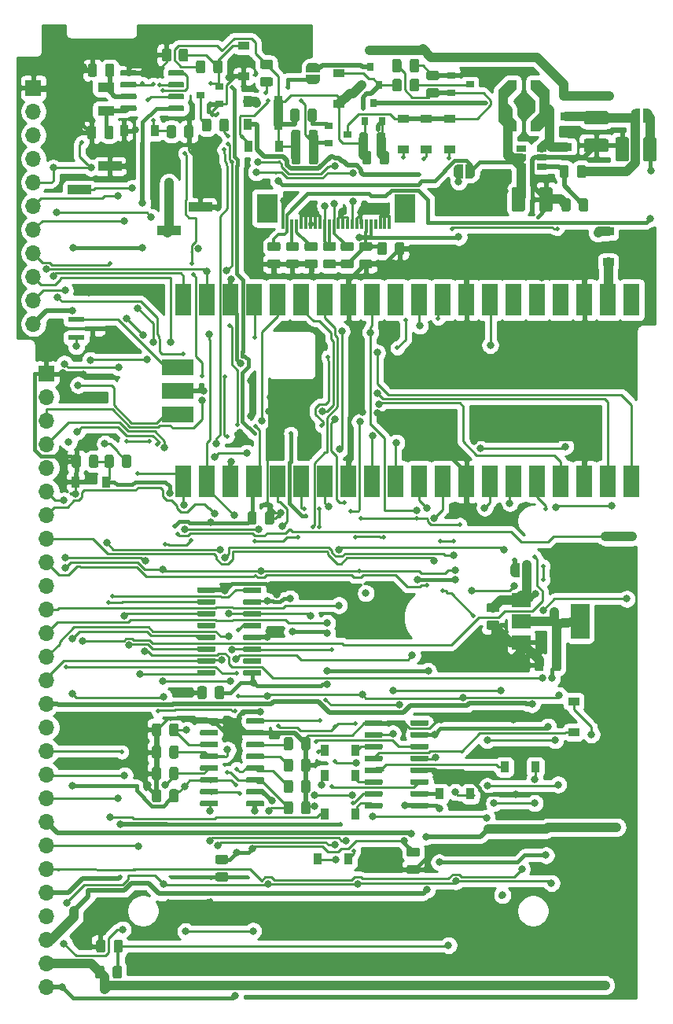
<source format=gbr>
G04 #@! TF.GenerationSoftware,KiCad,Pcbnew,5.1.5+dfsg1-2build2*
G04 #@! TF.CreationDate,2022-09-16T21:23:17+01:00*
G04 #@! TF.ProjectId,psion-org2-main,7073696f-6e2d-46f7-9267-322d6d61696e,rev?*
G04 #@! TF.SameCoordinates,Original*
G04 #@! TF.FileFunction,Copper,L2,Bot*
G04 #@! TF.FilePolarity,Positive*
%FSLAX46Y46*%
G04 Gerber Fmt 4.6, Leading zero omitted, Abs format (unit mm)*
G04 Created by KiCad (PCBNEW 5.1.5+dfsg1-2build2) date 2022-09-16 21:23:17*
%MOMM*%
%LPD*%
G04 APERTURE LIST*
%ADD10C,0.100000*%
%ADD11R,1.200000X0.900000*%
%ADD12R,0.900000X1.200000*%
%ADD13R,0.900000X0.800000*%
%ADD14O,1.700000X1.700000*%
%ADD15R,1.700000X1.700000*%
%ADD16R,1.800000X1.000000*%
%ADD17R,0.800000X0.900000*%
%ADD18R,2.510000X1.000000*%
%ADD19R,2.300000X3.100000*%
%ADD20R,0.300000X1.100000*%
%ADD21R,3.500000X1.700000*%
%ADD22R,1.700000X3.500000*%
%ADD23R,2.000000X1.500000*%
%ADD24R,2.000000X3.800000*%
%ADD25R,1.060000X0.650000*%
%ADD26R,1.750000X0.600000*%
%ADD27C,0.800000*%
%ADD28C,0.500000*%
%ADD29C,0.250000*%
%ADD30C,0.500000*%
%ADD31C,0.300000*%
%ADD32C,1.000000*%
%ADD33C,0.400000*%
%ADD34C,0.254000*%
G04 APERTURE END LIST*
G04 #@! TA.AperFunction,SMDPad,CuDef*
D10*
G36*
X178770504Y-69888204D02*
G01*
X178794773Y-69891804D01*
X178818571Y-69897765D01*
X178841671Y-69906030D01*
X178863849Y-69916520D01*
X178884893Y-69929133D01*
X178904598Y-69943747D01*
X178922777Y-69960223D01*
X178939253Y-69978402D01*
X178953867Y-69998107D01*
X178966480Y-70019151D01*
X178976970Y-70041329D01*
X178985235Y-70064429D01*
X178991196Y-70088227D01*
X178994796Y-70112496D01*
X178996000Y-70137000D01*
X178996000Y-71087000D01*
X178994796Y-71111504D01*
X178991196Y-71135773D01*
X178985235Y-71159571D01*
X178976970Y-71182671D01*
X178966480Y-71204849D01*
X178953867Y-71225893D01*
X178939253Y-71245598D01*
X178922777Y-71263777D01*
X178904598Y-71280253D01*
X178884893Y-71294867D01*
X178863849Y-71307480D01*
X178841671Y-71317970D01*
X178818571Y-71326235D01*
X178794773Y-71332196D01*
X178770504Y-71335796D01*
X178746000Y-71337000D01*
X178246000Y-71337000D01*
X178221496Y-71335796D01*
X178197227Y-71332196D01*
X178173429Y-71326235D01*
X178150329Y-71317970D01*
X178128151Y-71307480D01*
X178107107Y-71294867D01*
X178087402Y-71280253D01*
X178069223Y-71263777D01*
X178052747Y-71245598D01*
X178038133Y-71225893D01*
X178025520Y-71204849D01*
X178015030Y-71182671D01*
X178006765Y-71159571D01*
X178000804Y-71135773D01*
X177997204Y-71111504D01*
X177996000Y-71087000D01*
X177996000Y-70137000D01*
X177997204Y-70112496D01*
X178000804Y-70088227D01*
X178006765Y-70064429D01*
X178015030Y-70041329D01*
X178025520Y-70019151D01*
X178038133Y-69998107D01*
X178052747Y-69978402D01*
X178069223Y-69960223D01*
X178087402Y-69943747D01*
X178107107Y-69929133D01*
X178128151Y-69916520D01*
X178150329Y-69906030D01*
X178173429Y-69897765D01*
X178197227Y-69891804D01*
X178221496Y-69888204D01*
X178246000Y-69887000D01*
X178746000Y-69887000D01*
X178770504Y-69888204D01*
G37*
G04 #@! TD.AperFunction*
G04 #@! TA.AperFunction,SMDPad,CuDef*
G36*
X176870504Y-69888204D02*
G01*
X176894773Y-69891804D01*
X176918571Y-69897765D01*
X176941671Y-69906030D01*
X176963849Y-69916520D01*
X176984893Y-69929133D01*
X177004598Y-69943747D01*
X177022777Y-69960223D01*
X177039253Y-69978402D01*
X177053867Y-69998107D01*
X177066480Y-70019151D01*
X177076970Y-70041329D01*
X177085235Y-70064429D01*
X177091196Y-70088227D01*
X177094796Y-70112496D01*
X177096000Y-70137000D01*
X177096000Y-71087000D01*
X177094796Y-71111504D01*
X177091196Y-71135773D01*
X177085235Y-71159571D01*
X177076970Y-71182671D01*
X177066480Y-71204849D01*
X177053867Y-71225893D01*
X177039253Y-71245598D01*
X177022777Y-71263777D01*
X177004598Y-71280253D01*
X176984893Y-71294867D01*
X176963849Y-71307480D01*
X176941671Y-71317970D01*
X176918571Y-71326235D01*
X176894773Y-71332196D01*
X176870504Y-71335796D01*
X176846000Y-71337000D01*
X176346000Y-71337000D01*
X176321496Y-71335796D01*
X176297227Y-71332196D01*
X176273429Y-71326235D01*
X176250329Y-71317970D01*
X176228151Y-71307480D01*
X176207107Y-71294867D01*
X176187402Y-71280253D01*
X176169223Y-71263777D01*
X176152747Y-71245598D01*
X176138133Y-71225893D01*
X176125520Y-71204849D01*
X176115030Y-71182671D01*
X176106765Y-71159571D01*
X176100804Y-71135773D01*
X176097204Y-71111504D01*
X176096000Y-71087000D01*
X176096000Y-70137000D01*
X176097204Y-70112496D01*
X176100804Y-70088227D01*
X176106765Y-70064429D01*
X176115030Y-70041329D01*
X176125520Y-70019151D01*
X176138133Y-69998107D01*
X176152747Y-69978402D01*
X176169223Y-69960223D01*
X176187402Y-69943747D01*
X176207107Y-69929133D01*
X176228151Y-69916520D01*
X176250329Y-69906030D01*
X176273429Y-69897765D01*
X176297227Y-69891804D01*
X176321496Y-69888204D01*
X176346000Y-69887000D01*
X176846000Y-69887000D01*
X176870504Y-69888204D01*
G37*
G04 #@! TD.AperFunction*
G04 #@! TA.AperFunction,SMDPad,CuDef*
G36*
X171150504Y-69888204D02*
G01*
X171174773Y-69891804D01*
X171198571Y-69897765D01*
X171221671Y-69906030D01*
X171243849Y-69916520D01*
X171264893Y-69929133D01*
X171284598Y-69943747D01*
X171302777Y-69960223D01*
X171319253Y-69978402D01*
X171333867Y-69998107D01*
X171346480Y-70019151D01*
X171356970Y-70041329D01*
X171365235Y-70064429D01*
X171371196Y-70088227D01*
X171374796Y-70112496D01*
X171376000Y-70137000D01*
X171376000Y-71087000D01*
X171374796Y-71111504D01*
X171371196Y-71135773D01*
X171365235Y-71159571D01*
X171356970Y-71182671D01*
X171346480Y-71204849D01*
X171333867Y-71225893D01*
X171319253Y-71245598D01*
X171302777Y-71263777D01*
X171284598Y-71280253D01*
X171264893Y-71294867D01*
X171243849Y-71307480D01*
X171221671Y-71317970D01*
X171198571Y-71326235D01*
X171174773Y-71332196D01*
X171150504Y-71335796D01*
X171126000Y-71337000D01*
X170626000Y-71337000D01*
X170601496Y-71335796D01*
X170577227Y-71332196D01*
X170553429Y-71326235D01*
X170530329Y-71317970D01*
X170508151Y-71307480D01*
X170487107Y-71294867D01*
X170467402Y-71280253D01*
X170449223Y-71263777D01*
X170432747Y-71245598D01*
X170418133Y-71225893D01*
X170405520Y-71204849D01*
X170395030Y-71182671D01*
X170386765Y-71159571D01*
X170380804Y-71135773D01*
X170377204Y-71111504D01*
X170376000Y-71087000D01*
X170376000Y-70137000D01*
X170377204Y-70112496D01*
X170380804Y-70088227D01*
X170386765Y-70064429D01*
X170395030Y-70041329D01*
X170405520Y-70019151D01*
X170418133Y-69998107D01*
X170432747Y-69978402D01*
X170449223Y-69960223D01*
X170467402Y-69943747D01*
X170487107Y-69929133D01*
X170508151Y-69916520D01*
X170530329Y-69906030D01*
X170553429Y-69897765D01*
X170577227Y-69891804D01*
X170601496Y-69888204D01*
X170626000Y-69887000D01*
X171126000Y-69887000D01*
X171150504Y-69888204D01*
G37*
G04 #@! TD.AperFunction*
G04 #@! TA.AperFunction,SMDPad,CuDef*
G36*
X169250504Y-69888204D02*
G01*
X169274773Y-69891804D01*
X169298571Y-69897765D01*
X169321671Y-69906030D01*
X169343849Y-69916520D01*
X169364893Y-69929133D01*
X169384598Y-69943747D01*
X169402777Y-69960223D01*
X169419253Y-69978402D01*
X169433867Y-69998107D01*
X169446480Y-70019151D01*
X169456970Y-70041329D01*
X169465235Y-70064429D01*
X169471196Y-70088227D01*
X169474796Y-70112496D01*
X169476000Y-70137000D01*
X169476000Y-71087000D01*
X169474796Y-71111504D01*
X169471196Y-71135773D01*
X169465235Y-71159571D01*
X169456970Y-71182671D01*
X169446480Y-71204849D01*
X169433867Y-71225893D01*
X169419253Y-71245598D01*
X169402777Y-71263777D01*
X169384598Y-71280253D01*
X169364893Y-71294867D01*
X169343849Y-71307480D01*
X169321671Y-71317970D01*
X169298571Y-71326235D01*
X169274773Y-71332196D01*
X169250504Y-71335796D01*
X169226000Y-71337000D01*
X168726000Y-71337000D01*
X168701496Y-71335796D01*
X168677227Y-71332196D01*
X168653429Y-71326235D01*
X168630329Y-71317970D01*
X168608151Y-71307480D01*
X168587107Y-71294867D01*
X168567402Y-71280253D01*
X168549223Y-71263777D01*
X168532747Y-71245598D01*
X168518133Y-71225893D01*
X168505520Y-71204849D01*
X168495030Y-71182671D01*
X168486765Y-71159571D01*
X168480804Y-71135773D01*
X168477204Y-71111504D01*
X168476000Y-71087000D01*
X168476000Y-70137000D01*
X168477204Y-70112496D01*
X168480804Y-70088227D01*
X168486765Y-70064429D01*
X168495030Y-70041329D01*
X168505520Y-70019151D01*
X168518133Y-69998107D01*
X168532747Y-69978402D01*
X168549223Y-69960223D01*
X168567402Y-69943747D01*
X168587107Y-69929133D01*
X168608151Y-69916520D01*
X168630329Y-69906030D01*
X168653429Y-69897765D01*
X168677227Y-69891804D01*
X168701496Y-69888204D01*
X168726000Y-69887000D01*
X169226000Y-69887000D01*
X169250504Y-69888204D01*
G37*
G04 #@! TD.AperFunction*
G04 #@! TA.AperFunction,SMDPad,CuDef*
G36*
X182006504Y-59982204D02*
G01*
X182030773Y-59985804D01*
X182054571Y-59991765D01*
X182077671Y-60000030D01*
X182099849Y-60010520D01*
X182120893Y-60023133D01*
X182140598Y-60037747D01*
X182158777Y-60054223D01*
X182175253Y-60072402D01*
X182189867Y-60092107D01*
X182202480Y-60113151D01*
X182212970Y-60135329D01*
X182221235Y-60158429D01*
X182227196Y-60182227D01*
X182230796Y-60206496D01*
X182232000Y-60231000D01*
X182232000Y-61181000D01*
X182230796Y-61205504D01*
X182227196Y-61229773D01*
X182221235Y-61253571D01*
X182212970Y-61276671D01*
X182202480Y-61298849D01*
X182189867Y-61319893D01*
X182175253Y-61339598D01*
X182158777Y-61357777D01*
X182140598Y-61374253D01*
X182120893Y-61388867D01*
X182099849Y-61401480D01*
X182077671Y-61411970D01*
X182054571Y-61420235D01*
X182030773Y-61426196D01*
X182006504Y-61429796D01*
X181982000Y-61431000D01*
X181482000Y-61431000D01*
X181457496Y-61429796D01*
X181433227Y-61426196D01*
X181409429Y-61420235D01*
X181386329Y-61411970D01*
X181364151Y-61401480D01*
X181343107Y-61388867D01*
X181323402Y-61374253D01*
X181305223Y-61357777D01*
X181288747Y-61339598D01*
X181274133Y-61319893D01*
X181261520Y-61298849D01*
X181251030Y-61276671D01*
X181242765Y-61253571D01*
X181236804Y-61229773D01*
X181233204Y-61205504D01*
X181232000Y-61181000D01*
X181232000Y-60231000D01*
X181233204Y-60206496D01*
X181236804Y-60182227D01*
X181242765Y-60158429D01*
X181251030Y-60135329D01*
X181261520Y-60113151D01*
X181274133Y-60092107D01*
X181288747Y-60072402D01*
X181305223Y-60054223D01*
X181323402Y-60037747D01*
X181343107Y-60023133D01*
X181364151Y-60010520D01*
X181386329Y-60000030D01*
X181409429Y-59991765D01*
X181433227Y-59985804D01*
X181457496Y-59982204D01*
X181482000Y-59981000D01*
X181982000Y-59981000D01*
X182006504Y-59982204D01*
G37*
G04 #@! TD.AperFunction*
G04 #@! TA.AperFunction,SMDPad,CuDef*
G36*
X180106504Y-59982204D02*
G01*
X180130773Y-59985804D01*
X180154571Y-59991765D01*
X180177671Y-60000030D01*
X180199849Y-60010520D01*
X180220893Y-60023133D01*
X180240598Y-60037747D01*
X180258777Y-60054223D01*
X180275253Y-60072402D01*
X180289867Y-60092107D01*
X180302480Y-60113151D01*
X180312970Y-60135329D01*
X180321235Y-60158429D01*
X180327196Y-60182227D01*
X180330796Y-60206496D01*
X180332000Y-60231000D01*
X180332000Y-61181000D01*
X180330796Y-61205504D01*
X180327196Y-61229773D01*
X180321235Y-61253571D01*
X180312970Y-61276671D01*
X180302480Y-61298849D01*
X180289867Y-61319893D01*
X180275253Y-61339598D01*
X180258777Y-61357777D01*
X180240598Y-61374253D01*
X180220893Y-61388867D01*
X180199849Y-61401480D01*
X180177671Y-61411970D01*
X180154571Y-61420235D01*
X180130773Y-61426196D01*
X180106504Y-61429796D01*
X180082000Y-61431000D01*
X179582000Y-61431000D01*
X179557496Y-61429796D01*
X179533227Y-61426196D01*
X179509429Y-61420235D01*
X179486329Y-61411970D01*
X179464151Y-61401480D01*
X179443107Y-61388867D01*
X179423402Y-61374253D01*
X179405223Y-61357777D01*
X179388747Y-61339598D01*
X179374133Y-61319893D01*
X179361520Y-61298849D01*
X179351030Y-61276671D01*
X179342765Y-61253571D01*
X179336804Y-61229773D01*
X179333204Y-61205504D01*
X179332000Y-61181000D01*
X179332000Y-60231000D01*
X179333204Y-60206496D01*
X179336804Y-60182227D01*
X179342765Y-60158429D01*
X179351030Y-60135329D01*
X179361520Y-60113151D01*
X179374133Y-60092107D01*
X179388747Y-60072402D01*
X179405223Y-60054223D01*
X179423402Y-60037747D01*
X179443107Y-60023133D01*
X179464151Y-60010520D01*
X179486329Y-60000030D01*
X179509429Y-59991765D01*
X179533227Y-59985804D01*
X179557496Y-59982204D01*
X179582000Y-59981000D01*
X180082000Y-59981000D01*
X180106504Y-59982204D01*
G37*
G04 #@! TD.AperFunction*
G04 #@! TA.AperFunction,SMDPad,CuDef*
G36*
X160844142Y-60134174D02*
G01*
X160867803Y-60137684D01*
X160891007Y-60143496D01*
X160913529Y-60151554D01*
X160935153Y-60161782D01*
X160955670Y-60174079D01*
X160974883Y-60188329D01*
X160992607Y-60204393D01*
X161008671Y-60222117D01*
X161022921Y-60241330D01*
X161035218Y-60261847D01*
X161045446Y-60283471D01*
X161053504Y-60305993D01*
X161059316Y-60329197D01*
X161062826Y-60352858D01*
X161064000Y-60376750D01*
X161064000Y-61289250D01*
X161062826Y-61313142D01*
X161059316Y-61336803D01*
X161053504Y-61360007D01*
X161045446Y-61382529D01*
X161035218Y-61404153D01*
X161022921Y-61424670D01*
X161008671Y-61443883D01*
X160992607Y-61461607D01*
X160974883Y-61477671D01*
X160955670Y-61491921D01*
X160935153Y-61504218D01*
X160913529Y-61514446D01*
X160891007Y-61522504D01*
X160867803Y-61528316D01*
X160844142Y-61531826D01*
X160820250Y-61533000D01*
X160332750Y-61533000D01*
X160308858Y-61531826D01*
X160285197Y-61528316D01*
X160261993Y-61522504D01*
X160239471Y-61514446D01*
X160217847Y-61504218D01*
X160197330Y-61491921D01*
X160178117Y-61477671D01*
X160160393Y-61461607D01*
X160144329Y-61443883D01*
X160130079Y-61424670D01*
X160117782Y-61404153D01*
X160107554Y-61382529D01*
X160099496Y-61360007D01*
X160093684Y-61336803D01*
X160090174Y-61313142D01*
X160089000Y-61289250D01*
X160089000Y-60376750D01*
X160090174Y-60352858D01*
X160093684Y-60329197D01*
X160099496Y-60305993D01*
X160107554Y-60283471D01*
X160117782Y-60261847D01*
X160130079Y-60241330D01*
X160144329Y-60222117D01*
X160160393Y-60204393D01*
X160178117Y-60188329D01*
X160197330Y-60174079D01*
X160217847Y-60161782D01*
X160239471Y-60151554D01*
X160261993Y-60143496D01*
X160285197Y-60137684D01*
X160308858Y-60134174D01*
X160332750Y-60133000D01*
X160820250Y-60133000D01*
X160844142Y-60134174D01*
G37*
G04 #@! TD.AperFunction*
G04 #@! TA.AperFunction,SMDPad,CuDef*
G36*
X158969142Y-60134174D02*
G01*
X158992803Y-60137684D01*
X159016007Y-60143496D01*
X159038529Y-60151554D01*
X159060153Y-60161782D01*
X159080670Y-60174079D01*
X159099883Y-60188329D01*
X159117607Y-60204393D01*
X159133671Y-60222117D01*
X159147921Y-60241330D01*
X159160218Y-60261847D01*
X159170446Y-60283471D01*
X159178504Y-60305993D01*
X159184316Y-60329197D01*
X159187826Y-60352858D01*
X159189000Y-60376750D01*
X159189000Y-61289250D01*
X159187826Y-61313142D01*
X159184316Y-61336803D01*
X159178504Y-61360007D01*
X159170446Y-61382529D01*
X159160218Y-61404153D01*
X159147921Y-61424670D01*
X159133671Y-61443883D01*
X159117607Y-61461607D01*
X159099883Y-61477671D01*
X159080670Y-61491921D01*
X159060153Y-61504218D01*
X159038529Y-61514446D01*
X159016007Y-61522504D01*
X158992803Y-61528316D01*
X158969142Y-61531826D01*
X158945250Y-61533000D01*
X158457750Y-61533000D01*
X158433858Y-61531826D01*
X158410197Y-61528316D01*
X158386993Y-61522504D01*
X158364471Y-61514446D01*
X158342847Y-61504218D01*
X158322330Y-61491921D01*
X158303117Y-61477671D01*
X158285393Y-61461607D01*
X158269329Y-61443883D01*
X158255079Y-61424670D01*
X158242782Y-61404153D01*
X158232554Y-61382529D01*
X158224496Y-61360007D01*
X158218684Y-61336803D01*
X158215174Y-61313142D01*
X158214000Y-61289250D01*
X158214000Y-60376750D01*
X158215174Y-60352858D01*
X158218684Y-60329197D01*
X158224496Y-60305993D01*
X158232554Y-60283471D01*
X158242782Y-60261847D01*
X158255079Y-60241330D01*
X158269329Y-60222117D01*
X158285393Y-60204393D01*
X158303117Y-60188329D01*
X158322330Y-60174079D01*
X158342847Y-60161782D01*
X158364471Y-60151554D01*
X158386993Y-60143496D01*
X158410197Y-60137684D01*
X158433858Y-60134174D01*
X158457750Y-60133000D01*
X158945250Y-60133000D01*
X158969142Y-60134174D01*
G37*
G04 #@! TD.AperFunction*
G04 #@! TA.AperFunction,SMDPad,CuDef*
G36*
X155330505Y-58864204D02*
G01*
X155354773Y-58867804D01*
X155378572Y-58873765D01*
X155401671Y-58882030D01*
X155423850Y-58892520D01*
X155444893Y-58905132D01*
X155464599Y-58919747D01*
X155482777Y-58936223D01*
X155499253Y-58954401D01*
X155513868Y-58974107D01*
X155526480Y-58995150D01*
X155536970Y-59017329D01*
X155545235Y-59040428D01*
X155551196Y-59064227D01*
X155554796Y-59088495D01*
X155556000Y-59112999D01*
X155556000Y-60013001D01*
X155554796Y-60037505D01*
X155551196Y-60061773D01*
X155545235Y-60085572D01*
X155536970Y-60108671D01*
X155526480Y-60130850D01*
X155513868Y-60151893D01*
X155499253Y-60171599D01*
X155482777Y-60189777D01*
X155464599Y-60206253D01*
X155444893Y-60220868D01*
X155423850Y-60233480D01*
X155401671Y-60243970D01*
X155378572Y-60252235D01*
X155354773Y-60258196D01*
X155330505Y-60261796D01*
X155306001Y-60263000D01*
X154780999Y-60263000D01*
X154756495Y-60261796D01*
X154732227Y-60258196D01*
X154708428Y-60252235D01*
X154685329Y-60243970D01*
X154663150Y-60233480D01*
X154642107Y-60220868D01*
X154622401Y-60206253D01*
X154604223Y-60189777D01*
X154587747Y-60171599D01*
X154573132Y-60151893D01*
X154560520Y-60130850D01*
X154550030Y-60108671D01*
X154541765Y-60085572D01*
X154535804Y-60061773D01*
X154532204Y-60037505D01*
X154531000Y-60013001D01*
X154531000Y-59112999D01*
X154532204Y-59088495D01*
X154535804Y-59064227D01*
X154541765Y-59040428D01*
X154550030Y-59017329D01*
X154560520Y-58995150D01*
X154573132Y-58974107D01*
X154587747Y-58954401D01*
X154604223Y-58936223D01*
X154622401Y-58919747D01*
X154642107Y-58905132D01*
X154663150Y-58892520D01*
X154685329Y-58882030D01*
X154708428Y-58873765D01*
X154732227Y-58867804D01*
X154756495Y-58864204D01*
X154780999Y-58863000D01*
X155306001Y-58863000D01*
X155330505Y-58864204D01*
G37*
G04 #@! TD.AperFunction*
G04 #@! TA.AperFunction,SMDPad,CuDef*
G36*
X157155505Y-58864204D02*
G01*
X157179773Y-58867804D01*
X157203572Y-58873765D01*
X157226671Y-58882030D01*
X157248850Y-58892520D01*
X157269893Y-58905132D01*
X157289599Y-58919747D01*
X157307777Y-58936223D01*
X157324253Y-58954401D01*
X157338868Y-58974107D01*
X157351480Y-58995150D01*
X157361970Y-59017329D01*
X157370235Y-59040428D01*
X157376196Y-59064227D01*
X157379796Y-59088495D01*
X157381000Y-59112999D01*
X157381000Y-60013001D01*
X157379796Y-60037505D01*
X157376196Y-60061773D01*
X157370235Y-60085572D01*
X157361970Y-60108671D01*
X157351480Y-60130850D01*
X157338868Y-60151893D01*
X157324253Y-60171599D01*
X157307777Y-60189777D01*
X157289599Y-60206253D01*
X157269893Y-60220868D01*
X157248850Y-60233480D01*
X157226671Y-60243970D01*
X157203572Y-60252235D01*
X157179773Y-60258196D01*
X157155505Y-60261796D01*
X157131001Y-60263000D01*
X156605999Y-60263000D01*
X156581495Y-60261796D01*
X156557227Y-60258196D01*
X156533428Y-60252235D01*
X156510329Y-60243970D01*
X156488150Y-60233480D01*
X156467107Y-60220868D01*
X156447401Y-60206253D01*
X156429223Y-60189777D01*
X156412747Y-60171599D01*
X156398132Y-60151893D01*
X156385520Y-60130850D01*
X156375030Y-60108671D01*
X156366765Y-60085572D01*
X156360804Y-60061773D01*
X156357204Y-60037505D01*
X156356000Y-60013001D01*
X156356000Y-59112999D01*
X156357204Y-59088495D01*
X156360804Y-59064227D01*
X156366765Y-59040428D01*
X156375030Y-59017329D01*
X156385520Y-58995150D01*
X156398132Y-58974107D01*
X156412747Y-58954401D01*
X156429223Y-58936223D01*
X156447401Y-58919747D01*
X156467107Y-58905132D01*
X156488150Y-58892520D01*
X156510329Y-58882030D01*
X156533428Y-58873765D01*
X156557227Y-58867804D01*
X156581495Y-58864204D01*
X156605999Y-58863000D01*
X157131001Y-58863000D01*
X157155505Y-58864204D01*
G37*
G04 #@! TD.AperFunction*
D11*
X163322000Y-61848000D03*
X163322000Y-58548000D03*
G04 #@! TA.AperFunction,SMDPad,CuDef*
D10*
G36*
X165114703Y-125745722D02*
G01*
X165129264Y-125747882D01*
X165143543Y-125751459D01*
X165157403Y-125756418D01*
X165170710Y-125762712D01*
X165183336Y-125770280D01*
X165195159Y-125779048D01*
X165206066Y-125788934D01*
X165215952Y-125799841D01*
X165224720Y-125811664D01*
X165232288Y-125824290D01*
X165238582Y-125837597D01*
X165243541Y-125851457D01*
X165247118Y-125865736D01*
X165249278Y-125880297D01*
X165250000Y-125895000D01*
X165250000Y-126195000D01*
X165249278Y-126209703D01*
X165247118Y-126224264D01*
X165243541Y-126238543D01*
X165238582Y-126252403D01*
X165232288Y-126265710D01*
X165224720Y-126278336D01*
X165215952Y-126290159D01*
X165206066Y-126301066D01*
X165195159Y-126310952D01*
X165183336Y-126319720D01*
X165170710Y-126327288D01*
X165157403Y-126333582D01*
X165143543Y-126338541D01*
X165129264Y-126342118D01*
X165114703Y-126344278D01*
X165100000Y-126345000D01*
X163450000Y-126345000D01*
X163435297Y-126344278D01*
X163420736Y-126342118D01*
X163406457Y-126338541D01*
X163392597Y-126333582D01*
X163379290Y-126327288D01*
X163366664Y-126319720D01*
X163354841Y-126310952D01*
X163343934Y-126301066D01*
X163334048Y-126290159D01*
X163325280Y-126278336D01*
X163317712Y-126265710D01*
X163311418Y-126252403D01*
X163306459Y-126238543D01*
X163302882Y-126224264D01*
X163300722Y-126209703D01*
X163300000Y-126195000D01*
X163300000Y-125895000D01*
X163300722Y-125880297D01*
X163302882Y-125865736D01*
X163306459Y-125851457D01*
X163311418Y-125837597D01*
X163317712Y-125824290D01*
X163325280Y-125811664D01*
X163334048Y-125799841D01*
X163343934Y-125788934D01*
X163354841Y-125779048D01*
X163366664Y-125770280D01*
X163379290Y-125762712D01*
X163392597Y-125756418D01*
X163406457Y-125751459D01*
X163420736Y-125747882D01*
X163435297Y-125745722D01*
X163450000Y-125745000D01*
X165100000Y-125745000D01*
X165114703Y-125745722D01*
G37*
G04 #@! TD.AperFunction*
G04 #@! TA.AperFunction,SMDPad,CuDef*
G36*
X165114703Y-124475722D02*
G01*
X165129264Y-124477882D01*
X165143543Y-124481459D01*
X165157403Y-124486418D01*
X165170710Y-124492712D01*
X165183336Y-124500280D01*
X165195159Y-124509048D01*
X165206066Y-124518934D01*
X165215952Y-124529841D01*
X165224720Y-124541664D01*
X165232288Y-124554290D01*
X165238582Y-124567597D01*
X165243541Y-124581457D01*
X165247118Y-124595736D01*
X165249278Y-124610297D01*
X165250000Y-124625000D01*
X165250000Y-124925000D01*
X165249278Y-124939703D01*
X165247118Y-124954264D01*
X165243541Y-124968543D01*
X165238582Y-124982403D01*
X165232288Y-124995710D01*
X165224720Y-125008336D01*
X165215952Y-125020159D01*
X165206066Y-125031066D01*
X165195159Y-125040952D01*
X165183336Y-125049720D01*
X165170710Y-125057288D01*
X165157403Y-125063582D01*
X165143543Y-125068541D01*
X165129264Y-125072118D01*
X165114703Y-125074278D01*
X165100000Y-125075000D01*
X163450000Y-125075000D01*
X163435297Y-125074278D01*
X163420736Y-125072118D01*
X163406457Y-125068541D01*
X163392597Y-125063582D01*
X163379290Y-125057288D01*
X163366664Y-125049720D01*
X163354841Y-125040952D01*
X163343934Y-125031066D01*
X163334048Y-125020159D01*
X163325280Y-125008336D01*
X163317712Y-124995710D01*
X163311418Y-124982403D01*
X163306459Y-124968543D01*
X163302882Y-124954264D01*
X163300722Y-124939703D01*
X163300000Y-124925000D01*
X163300000Y-124625000D01*
X163300722Y-124610297D01*
X163302882Y-124595736D01*
X163306459Y-124581457D01*
X163311418Y-124567597D01*
X163317712Y-124554290D01*
X163325280Y-124541664D01*
X163334048Y-124529841D01*
X163343934Y-124518934D01*
X163354841Y-124509048D01*
X163366664Y-124500280D01*
X163379290Y-124492712D01*
X163392597Y-124486418D01*
X163406457Y-124481459D01*
X163420736Y-124477882D01*
X163435297Y-124475722D01*
X163450000Y-124475000D01*
X165100000Y-124475000D01*
X165114703Y-124475722D01*
G37*
G04 #@! TD.AperFunction*
G04 #@! TA.AperFunction,SMDPad,CuDef*
G36*
X165114703Y-123205722D02*
G01*
X165129264Y-123207882D01*
X165143543Y-123211459D01*
X165157403Y-123216418D01*
X165170710Y-123222712D01*
X165183336Y-123230280D01*
X165195159Y-123239048D01*
X165206066Y-123248934D01*
X165215952Y-123259841D01*
X165224720Y-123271664D01*
X165232288Y-123284290D01*
X165238582Y-123297597D01*
X165243541Y-123311457D01*
X165247118Y-123325736D01*
X165249278Y-123340297D01*
X165250000Y-123355000D01*
X165250000Y-123655000D01*
X165249278Y-123669703D01*
X165247118Y-123684264D01*
X165243541Y-123698543D01*
X165238582Y-123712403D01*
X165232288Y-123725710D01*
X165224720Y-123738336D01*
X165215952Y-123750159D01*
X165206066Y-123761066D01*
X165195159Y-123770952D01*
X165183336Y-123779720D01*
X165170710Y-123787288D01*
X165157403Y-123793582D01*
X165143543Y-123798541D01*
X165129264Y-123802118D01*
X165114703Y-123804278D01*
X165100000Y-123805000D01*
X163450000Y-123805000D01*
X163435297Y-123804278D01*
X163420736Y-123802118D01*
X163406457Y-123798541D01*
X163392597Y-123793582D01*
X163379290Y-123787288D01*
X163366664Y-123779720D01*
X163354841Y-123770952D01*
X163343934Y-123761066D01*
X163334048Y-123750159D01*
X163325280Y-123738336D01*
X163317712Y-123725710D01*
X163311418Y-123712403D01*
X163306459Y-123698543D01*
X163302882Y-123684264D01*
X163300722Y-123669703D01*
X163300000Y-123655000D01*
X163300000Y-123355000D01*
X163300722Y-123340297D01*
X163302882Y-123325736D01*
X163306459Y-123311457D01*
X163311418Y-123297597D01*
X163317712Y-123284290D01*
X163325280Y-123271664D01*
X163334048Y-123259841D01*
X163343934Y-123248934D01*
X163354841Y-123239048D01*
X163366664Y-123230280D01*
X163379290Y-123222712D01*
X163392597Y-123216418D01*
X163406457Y-123211459D01*
X163420736Y-123207882D01*
X163435297Y-123205722D01*
X163450000Y-123205000D01*
X165100000Y-123205000D01*
X165114703Y-123205722D01*
G37*
G04 #@! TD.AperFunction*
G04 #@! TA.AperFunction,SMDPad,CuDef*
G36*
X165114703Y-121935722D02*
G01*
X165129264Y-121937882D01*
X165143543Y-121941459D01*
X165157403Y-121946418D01*
X165170710Y-121952712D01*
X165183336Y-121960280D01*
X165195159Y-121969048D01*
X165206066Y-121978934D01*
X165215952Y-121989841D01*
X165224720Y-122001664D01*
X165232288Y-122014290D01*
X165238582Y-122027597D01*
X165243541Y-122041457D01*
X165247118Y-122055736D01*
X165249278Y-122070297D01*
X165250000Y-122085000D01*
X165250000Y-122385000D01*
X165249278Y-122399703D01*
X165247118Y-122414264D01*
X165243541Y-122428543D01*
X165238582Y-122442403D01*
X165232288Y-122455710D01*
X165224720Y-122468336D01*
X165215952Y-122480159D01*
X165206066Y-122491066D01*
X165195159Y-122500952D01*
X165183336Y-122509720D01*
X165170710Y-122517288D01*
X165157403Y-122523582D01*
X165143543Y-122528541D01*
X165129264Y-122532118D01*
X165114703Y-122534278D01*
X165100000Y-122535000D01*
X163450000Y-122535000D01*
X163435297Y-122534278D01*
X163420736Y-122532118D01*
X163406457Y-122528541D01*
X163392597Y-122523582D01*
X163379290Y-122517288D01*
X163366664Y-122509720D01*
X163354841Y-122500952D01*
X163343934Y-122491066D01*
X163334048Y-122480159D01*
X163325280Y-122468336D01*
X163317712Y-122455710D01*
X163311418Y-122442403D01*
X163306459Y-122428543D01*
X163302882Y-122414264D01*
X163300722Y-122399703D01*
X163300000Y-122385000D01*
X163300000Y-122085000D01*
X163300722Y-122070297D01*
X163302882Y-122055736D01*
X163306459Y-122041457D01*
X163311418Y-122027597D01*
X163317712Y-122014290D01*
X163325280Y-122001664D01*
X163334048Y-121989841D01*
X163343934Y-121978934D01*
X163354841Y-121969048D01*
X163366664Y-121960280D01*
X163379290Y-121952712D01*
X163392597Y-121946418D01*
X163406457Y-121941459D01*
X163420736Y-121937882D01*
X163435297Y-121935722D01*
X163450000Y-121935000D01*
X165100000Y-121935000D01*
X165114703Y-121935722D01*
G37*
G04 #@! TD.AperFunction*
G04 #@! TA.AperFunction,SMDPad,CuDef*
G36*
X165114703Y-120665722D02*
G01*
X165129264Y-120667882D01*
X165143543Y-120671459D01*
X165157403Y-120676418D01*
X165170710Y-120682712D01*
X165183336Y-120690280D01*
X165195159Y-120699048D01*
X165206066Y-120708934D01*
X165215952Y-120719841D01*
X165224720Y-120731664D01*
X165232288Y-120744290D01*
X165238582Y-120757597D01*
X165243541Y-120771457D01*
X165247118Y-120785736D01*
X165249278Y-120800297D01*
X165250000Y-120815000D01*
X165250000Y-121115000D01*
X165249278Y-121129703D01*
X165247118Y-121144264D01*
X165243541Y-121158543D01*
X165238582Y-121172403D01*
X165232288Y-121185710D01*
X165224720Y-121198336D01*
X165215952Y-121210159D01*
X165206066Y-121221066D01*
X165195159Y-121230952D01*
X165183336Y-121239720D01*
X165170710Y-121247288D01*
X165157403Y-121253582D01*
X165143543Y-121258541D01*
X165129264Y-121262118D01*
X165114703Y-121264278D01*
X165100000Y-121265000D01*
X163450000Y-121265000D01*
X163435297Y-121264278D01*
X163420736Y-121262118D01*
X163406457Y-121258541D01*
X163392597Y-121253582D01*
X163379290Y-121247288D01*
X163366664Y-121239720D01*
X163354841Y-121230952D01*
X163343934Y-121221066D01*
X163334048Y-121210159D01*
X163325280Y-121198336D01*
X163317712Y-121185710D01*
X163311418Y-121172403D01*
X163306459Y-121158543D01*
X163302882Y-121144264D01*
X163300722Y-121129703D01*
X163300000Y-121115000D01*
X163300000Y-120815000D01*
X163300722Y-120800297D01*
X163302882Y-120785736D01*
X163306459Y-120771457D01*
X163311418Y-120757597D01*
X163317712Y-120744290D01*
X163325280Y-120731664D01*
X163334048Y-120719841D01*
X163343934Y-120708934D01*
X163354841Y-120699048D01*
X163366664Y-120690280D01*
X163379290Y-120682712D01*
X163392597Y-120676418D01*
X163406457Y-120671459D01*
X163420736Y-120667882D01*
X163435297Y-120665722D01*
X163450000Y-120665000D01*
X165100000Y-120665000D01*
X165114703Y-120665722D01*
G37*
G04 #@! TD.AperFunction*
G04 #@! TA.AperFunction,SMDPad,CuDef*
G36*
X165114703Y-119395722D02*
G01*
X165129264Y-119397882D01*
X165143543Y-119401459D01*
X165157403Y-119406418D01*
X165170710Y-119412712D01*
X165183336Y-119420280D01*
X165195159Y-119429048D01*
X165206066Y-119438934D01*
X165215952Y-119449841D01*
X165224720Y-119461664D01*
X165232288Y-119474290D01*
X165238582Y-119487597D01*
X165243541Y-119501457D01*
X165247118Y-119515736D01*
X165249278Y-119530297D01*
X165250000Y-119545000D01*
X165250000Y-119845000D01*
X165249278Y-119859703D01*
X165247118Y-119874264D01*
X165243541Y-119888543D01*
X165238582Y-119902403D01*
X165232288Y-119915710D01*
X165224720Y-119928336D01*
X165215952Y-119940159D01*
X165206066Y-119951066D01*
X165195159Y-119960952D01*
X165183336Y-119969720D01*
X165170710Y-119977288D01*
X165157403Y-119983582D01*
X165143543Y-119988541D01*
X165129264Y-119992118D01*
X165114703Y-119994278D01*
X165100000Y-119995000D01*
X163450000Y-119995000D01*
X163435297Y-119994278D01*
X163420736Y-119992118D01*
X163406457Y-119988541D01*
X163392597Y-119983582D01*
X163379290Y-119977288D01*
X163366664Y-119969720D01*
X163354841Y-119960952D01*
X163343934Y-119951066D01*
X163334048Y-119940159D01*
X163325280Y-119928336D01*
X163317712Y-119915710D01*
X163311418Y-119902403D01*
X163306459Y-119888543D01*
X163302882Y-119874264D01*
X163300722Y-119859703D01*
X163300000Y-119845000D01*
X163300000Y-119545000D01*
X163300722Y-119530297D01*
X163302882Y-119515736D01*
X163306459Y-119501457D01*
X163311418Y-119487597D01*
X163317712Y-119474290D01*
X163325280Y-119461664D01*
X163334048Y-119449841D01*
X163343934Y-119438934D01*
X163354841Y-119429048D01*
X163366664Y-119420280D01*
X163379290Y-119412712D01*
X163392597Y-119406418D01*
X163406457Y-119401459D01*
X163420736Y-119397882D01*
X163435297Y-119395722D01*
X163450000Y-119395000D01*
X165100000Y-119395000D01*
X165114703Y-119395722D01*
G37*
G04 #@! TD.AperFunction*
G04 #@! TA.AperFunction,SMDPad,CuDef*
G36*
X165114703Y-118125722D02*
G01*
X165129264Y-118127882D01*
X165143543Y-118131459D01*
X165157403Y-118136418D01*
X165170710Y-118142712D01*
X165183336Y-118150280D01*
X165195159Y-118159048D01*
X165206066Y-118168934D01*
X165215952Y-118179841D01*
X165224720Y-118191664D01*
X165232288Y-118204290D01*
X165238582Y-118217597D01*
X165243541Y-118231457D01*
X165247118Y-118245736D01*
X165249278Y-118260297D01*
X165250000Y-118275000D01*
X165250000Y-118575000D01*
X165249278Y-118589703D01*
X165247118Y-118604264D01*
X165243541Y-118618543D01*
X165238582Y-118632403D01*
X165232288Y-118645710D01*
X165224720Y-118658336D01*
X165215952Y-118670159D01*
X165206066Y-118681066D01*
X165195159Y-118690952D01*
X165183336Y-118699720D01*
X165170710Y-118707288D01*
X165157403Y-118713582D01*
X165143543Y-118718541D01*
X165129264Y-118722118D01*
X165114703Y-118724278D01*
X165100000Y-118725000D01*
X163450000Y-118725000D01*
X163435297Y-118724278D01*
X163420736Y-118722118D01*
X163406457Y-118718541D01*
X163392597Y-118713582D01*
X163379290Y-118707288D01*
X163366664Y-118699720D01*
X163354841Y-118690952D01*
X163343934Y-118681066D01*
X163334048Y-118670159D01*
X163325280Y-118658336D01*
X163317712Y-118645710D01*
X163311418Y-118632403D01*
X163306459Y-118618543D01*
X163302882Y-118604264D01*
X163300722Y-118589703D01*
X163300000Y-118575000D01*
X163300000Y-118275000D01*
X163300722Y-118260297D01*
X163302882Y-118245736D01*
X163306459Y-118231457D01*
X163311418Y-118217597D01*
X163317712Y-118204290D01*
X163325280Y-118191664D01*
X163334048Y-118179841D01*
X163343934Y-118168934D01*
X163354841Y-118159048D01*
X163366664Y-118150280D01*
X163379290Y-118142712D01*
X163392597Y-118136418D01*
X163406457Y-118131459D01*
X163420736Y-118127882D01*
X163435297Y-118125722D01*
X163450000Y-118125000D01*
X165100000Y-118125000D01*
X165114703Y-118125722D01*
G37*
G04 #@! TD.AperFunction*
G04 #@! TA.AperFunction,SMDPad,CuDef*
G36*
X165114703Y-116855722D02*
G01*
X165129264Y-116857882D01*
X165143543Y-116861459D01*
X165157403Y-116866418D01*
X165170710Y-116872712D01*
X165183336Y-116880280D01*
X165195159Y-116889048D01*
X165206066Y-116898934D01*
X165215952Y-116909841D01*
X165224720Y-116921664D01*
X165232288Y-116934290D01*
X165238582Y-116947597D01*
X165243541Y-116961457D01*
X165247118Y-116975736D01*
X165249278Y-116990297D01*
X165250000Y-117005000D01*
X165250000Y-117305000D01*
X165249278Y-117319703D01*
X165247118Y-117334264D01*
X165243541Y-117348543D01*
X165238582Y-117362403D01*
X165232288Y-117375710D01*
X165224720Y-117388336D01*
X165215952Y-117400159D01*
X165206066Y-117411066D01*
X165195159Y-117420952D01*
X165183336Y-117429720D01*
X165170710Y-117437288D01*
X165157403Y-117443582D01*
X165143543Y-117448541D01*
X165129264Y-117452118D01*
X165114703Y-117454278D01*
X165100000Y-117455000D01*
X163450000Y-117455000D01*
X163435297Y-117454278D01*
X163420736Y-117452118D01*
X163406457Y-117448541D01*
X163392597Y-117443582D01*
X163379290Y-117437288D01*
X163366664Y-117429720D01*
X163354841Y-117420952D01*
X163343934Y-117411066D01*
X163334048Y-117400159D01*
X163325280Y-117388336D01*
X163317712Y-117375710D01*
X163311418Y-117362403D01*
X163306459Y-117348543D01*
X163302882Y-117334264D01*
X163300722Y-117319703D01*
X163300000Y-117305000D01*
X163300000Y-117005000D01*
X163300722Y-116990297D01*
X163302882Y-116975736D01*
X163306459Y-116961457D01*
X163311418Y-116947597D01*
X163317712Y-116934290D01*
X163325280Y-116921664D01*
X163334048Y-116909841D01*
X163343934Y-116898934D01*
X163354841Y-116889048D01*
X163366664Y-116880280D01*
X163379290Y-116872712D01*
X163392597Y-116866418D01*
X163406457Y-116861459D01*
X163420736Y-116857882D01*
X163435297Y-116855722D01*
X163450000Y-116855000D01*
X165100000Y-116855000D01*
X165114703Y-116855722D01*
G37*
G04 #@! TD.AperFunction*
G04 #@! TA.AperFunction,SMDPad,CuDef*
G36*
X160164703Y-116855722D02*
G01*
X160179264Y-116857882D01*
X160193543Y-116861459D01*
X160207403Y-116866418D01*
X160220710Y-116872712D01*
X160233336Y-116880280D01*
X160245159Y-116889048D01*
X160256066Y-116898934D01*
X160265952Y-116909841D01*
X160274720Y-116921664D01*
X160282288Y-116934290D01*
X160288582Y-116947597D01*
X160293541Y-116961457D01*
X160297118Y-116975736D01*
X160299278Y-116990297D01*
X160300000Y-117005000D01*
X160300000Y-117305000D01*
X160299278Y-117319703D01*
X160297118Y-117334264D01*
X160293541Y-117348543D01*
X160288582Y-117362403D01*
X160282288Y-117375710D01*
X160274720Y-117388336D01*
X160265952Y-117400159D01*
X160256066Y-117411066D01*
X160245159Y-117420952D01*
X160233336Y-117429720D01*
X160220710Y-117437288D01*
X160207403Y-117443582D01*
X160193543Y-117448541D01*
X160179264Y-117452118D01*
X160164703Y-117454278D01*
X160150000Y-117455000D01*
X158500000Y-117455000D01*
X158485297Y-117454278D01*
X158470736Y-117452118D01*
X158456457Y-117448541D01*
X158442597Y-117443582D01*
X158429290Y-117437288D01*
X158416664Y-117429720D01*
X158404841Y-117420952D01*
X158393934Y-117411066D01*
X158384048Y-117400159D01*
X158375280Y-117388336D01*
X158367712Y-117375710D01*
X158361418Y-117362403D01*
X158356459Y-117348543D01*
X158352882Y-117334264D01*
X158350722Y-117319703D01*
X158350000Y-117305000D01*
X158350000Y-117005000D01*
X158350722Y-116990297D01*
X158352882Y-116975736D01*
X158356459Y-116961457D01*
X158361418Y-116947597D01*
X158367712Y-116934290D01*
X158375280Y-116921664D01*
X158384048Y-116909841D01*
X158393934Y-116898934D01*
X158404841Y-116889048D01*
X158416664Y-116880280D01*
X158429290Y-116872712D01*
X158442597Y-116866418D01*
X158456457Y-116861459D01*
X158470736Y-116857882D01*
X158485297Y-116855722D01*
X158500000Y-116855000D01*
X160150000Y-116855000D01*
X160164703Y-116855722D01*
G37*
G04 #@! TD.AperFunction*
G04 #@! TA.AperFunction,SMDPad,CuDef*
G36*
X160164703Y-118125722D02*
G01*
X160179264Y-118127882D01*
X160193543Y-118131459D01*
X160207403Y-118136418D01*
X160220710Y-118142712D01*
X160233336Y-118150280D01*
X160245159Y-118159048D01*
X160256066Y-118168934D01*
X160265952Y-118179841D01*
X160274720Y-118191664D01*
X160282288Y-118204290D01*
X160288582Y-118217597D01*
X160293541Y-118231457D01*
X160297118Y-118245736D01*
X160299278Y-118260297D01*
X160300000Y-118275000D01*
X160300000Y-118575000D01*
X160299278Y-118589703D01*
X160297118Y-118604264D01*
X160293541Y-118618543D01*
X160288582Y-118632403D01*
X160282288Y-118645710D01*
X160274720Y-118658336D01*
X160265952Y-118670159D01*
X160256066Y-118681066D01*
X160245159Y-118690952D01*
X160233336Y-118699720D01*
X160220710Y-118707288D01*
X160207403Y-118713582D01*
X160193543Y-118718541D01*
X160179264Y-118722118D01*
X160164703Y-118724278D01*
X160150000Y-118725000D01*
X158500000Y-118725000D01*
X158485297Y-118724278D01*
X158470736Y-118722118D01*
X158456457Y-118718541D01*
X158442597Y-118713582D01*
X158429290Y-118707288D01*
X158416664Y-118699720D01*
X158404841Y-118690952D01*
X158393934Y-118681066D01*
X158384048Y-118670159D01*
X158375280Y-118658336D01*
X158367712Y-118645710D01*
X158361418Y-118632403D01*
X158356459Y-118618543D01*
X158352882Y-118604264D01*
X158350722Y-118589703D01*
X158350000Y-118575000D01*
X158350000Y-118275000D01*
X158350722Y-118260297D01*
X158352882Y-118245736D01*
X158356459Y-118231457D01*
X158361418Y-118217597D01*
X158367712Y-118204290D01*
X158375280Y-118191664D01*
X158384048Y-118179841D01*
X158393934Y-118168934D01*
X158404841Y-118159048D01*
X158416664Y-118150280D01*
X158429290Y-118142712D01*
X158442597Y-118136418D01*
X158456457Y-118131459D01*
X158470736Y-118127882D01*
X158485297Y-118125722D01*
X158500000Y-118125000D01*
X160150000Y-118125000D01*
X160164703Y-118125722D01*
G37*
G04 #@! TD.AperFunction*
G04 #@! TA.AperFunction,SMDPad,CuDef*
G36*
X160164703Y-119395722D02*
G01*
X160179264Y-119397882D01*
X160193543Y-119401459D01*
X160207403Y-119406418D01*
X160220710Y-119412712D01*
X160233336Y-119420280D01*
X160245159Y-119429048D01*
X160256066Y-119438934D01*
X160265952Y-119449841D01*
X160274720Y-119461664D01*
X160282288Y-119474290D01*
X160288582Y-119487597D01*
X160293541Y-119501457D01*
X160297118Y-119515736D01*
X160299278Y-119530297D01*
X160300000Y-119545000D01*
X160300000Y-119845000D01*
X160299278Y-119859703D01*
X160297118Y-119874264D01*
X160293541Y-119888543D01*
X160288582Y-119902403D01*
X160282288Y-119915710D01*
X160274720Y-119928336D01*
X160265952Y-119940159D01*
X160256066Y-119951066D01*
X160245159Y-119960952D01*
X160233336Y-119969720D01*
X160220710Y-119977288D01*
X160207403Y-119983582D01*
X160193543Y-119988541D01*
X160179264Y-119992118D01*
X160164703Y-119994278D01*
X160150000Y-119995000D01*
X158500000Y-119995000D01*
X158485297Y-119994278D01*
X158470736Y-119992118D01*
X158456457Y-119988541D01*
X158442597Y-119983582D01*
X158429290Y-119977288D01*
X158416664Y-119969720D01*
X158404841Y-119960952D01*
X158393934Y-119951066D01*
X158384048Y-119940159D01*
X158375280Y-119928336D01*
X158367712Y-119915710D01*
X158361418Y-119902403D01*
X158356459Y-119888543D01*
X158352882Y-119874264D01*
X158350722Y-119859703D01*
X158350000Y-119845000D01*
X158350000Y-119545000D01*
X158350722Y-119530297D01*
X158352882Y-119515736D01*
X158356459Y-119501457D01*
X158361418Y-119487597D01*
X158367712Y-119474290D01*
X158375280Y-119461664D01*
X158384048Y-119449841D01*
X158393934Y-119438934D01*
X158404841Y-119429048D01*
X158416664Y-119420280D01*
X158429290Y-119412712D01*
X158442597Y-119406418D01*
X158456457Y-119401459D01*
X158470736Y-119397882D01*
X158485297Y-119395722D01*
X158500000Y-119395000D01*
X160150000Y-119395000D01*
X160164703Y-119395722D01*
G37*
G04 #@! TD.AperFunction*
G04 #@! TA.AperFunction,SMDPad,CuDef*
G36*
X160164703Y-120665722D02*
G01*
X160179264Y-120667882D01*
X160193543Y-120671459D01*
X160207403Y-120676418D01*
X160220710Y-120682712D01*
X160233336Y-120690280D01*
X160245159Y-120699048D01*
X160256066Y-120708934D01*
X160265952Y-120719841D01*
X160274720Y-120731664D01*
X160282288Y-120744290D01*
X160288582Y-120757597D01*
X160293541Y-120771457D01*
X160297118Y-120785736D01*
X160299278Y-120800297D01*
X160300000Y-120815000D01*
X160300000Y-121115000D01*
X160299278Y-121129703D01*
X160297118Y-121144264D01*
X160293541Y-121158543D01*
X160288582Y-121172403D01*
X160282288Y-121185710D01*
X160274720Y-121198336D01*
X160265952Y-121210159D01*
X160256066Y-121221066D01*
X160245159Y-121230952D01*
X160233336Y-121239720D01*
X160220710Y-121247288D01*
X160207403Y-121253582D01*
X160193543Y-121258541D01*
X160179264Y-121262118D01*
X160164703Y-121264278D01*
X160150000Y-121265000D01*
X158500000Y-121265000D01*
X158485297Y-121264278D01*
X158470736Y-121262118D01*
X158456457Y-121258541D01*
X158442597Y-121253582D01*
X158429290Y-121247288D01*
X158416664Y-121239720D01*
X158404841Y-121230952D01*
X158393934Y-121221066D01*
X158384048Y-121210159D01*
X158375280Y-121198336D01*
X158367712Y-121185710D01*
X158361418Y-121172403D01*
X158356459Y-121158543D01*
X158352882Y-121144264D01*
X158350722Y-121129703D01*
X158350000Y-121115000D01*
X158350000Y-120815000D01*
X158350722Y-120800297D01*
X158352882Y-120785736D01*
X158356459Y-120771457D01*
X158361418Y-120757597D01*
X158367712Y-120744290D01*
X158375280Y-120731664D01*
X158384048Y-120719841D01*
X158393934Y-120708934D01*
X158404841Y-120699048D01*
X158416664Y-120690280D01*
X158429290Y-120682712D01*
X158442597Y-120676418D01*
X158456457Y-120671459D01*
X158470736Y-120667882D01*
X158485297Y-120665722D01*
X158500000Y-120665000D01*
X160150000Y-120665000D01*
X160164703Y-120665722D01*
G37*
G04 #@! TD.AperFunction*
G04 #@! TA.AperFunction,SMDPad,CuDef*
G36*
X160164703Y-121935722D02*
G01*
X160179264Y-121937882D01*
X160193543Y-121941459D01*
X160207403Y-121946418D01*
X160220710Y-121952712D01*
X160233336Y-121960280D01*
X160245159Y-121969048D01*
X160256066Y-121978934D01*
X160265952Y-121989841D01*
X160274720Y-122001664D01*
X160282288Y-122014290D01*
X160288582Y-122027597D01*
X160293541Y-122041457D01*
X160297118Y-122055736D01*
X160299278Y-122070297D01*
X160300000Y-122085000D01*
X160300000Y-122385000D01*
X160299278Y-122399703D01*
X160297118Y-122414264D01*
X160293541Y-122428543D01*
X160288582Y-122442403D01*
X160282288Y-122455710D01*
X160274720Y-122468336D01*
X160265952Y-122480159D01*
X160256066Y-122491066D01*
X160245159Y-122500952D01*
X160233336Y-122509720D01*
X160220710Y-122517288D01*
X160207403Y-122523582D01*
X160193543Y-122528541D01*
X160179264Y-122532118D01*
X160164703Y-122534278D01*
X160150000Y-122535000D01*
X158500000Y-122535000D01*
X158485297Y-122534278D01*
X158470736Y-122532118D01*
X158456457Y-122528541D01*
X158442597Y-122523582D01*
X158429290Y-122517288D01*
X158416664Y-122509720D01*
X158404841Y-122500952D01*
X158393934Y-122491066D01*
X158384048Y-122480159D01*
X158375280Y-122468336D01*
X158367712Y-122455710D01*
X158361418Y-122442403D01*
X158356459Y-122428543D01*
X158352882Y-122414264D01*
X158350722Y-122399703D01*
X158350000Y-122385000D01*
X158350000Y-122085000D01*
X158350722Y-122070297D01*
X158352882Y-122055736D01*
X158356459Y-122041457D01*
X158361418Y-122027597D01*
X158367712Y-122014290D01*
X158375280Y-122001664D01*
X158384048Y-121989841D01*
X158393934Y-121978934D01*
X158404841Y-121969048D01*
X158416664Y-121960280D01*
X158429290Y-121952712D01*
X158442597Y-121946418D01*
X158456457Y-121941459D01*
X158470736Y-121937882D01*
X158485297Y-121935722D01*
X158500000Y-121935000D01*
X160150000Y-121935000D01*
X160164703Y-121935722D01*
G37*
G04 #@! TD.AperFunction*
G04 #@! TA.AperFunction,SMDPad,CuDef*
G36*
X160164703Y-123205722D02*
G01*
X160179264Y-123207882D01*
X160193543Y-123211459D01*
X160207403Y-123216418D01*
X160220710Y-123222712D01*
X160233336Y-123230280D01*
X160245159Y-123239048D01*
X160256066Y-123248934D01*
X160265952Y-123259841D01*
X160274720Y-123271664D01*
X160282288Y-123284290D01*
X160288582Y-123297597D01*
X160293541Y-123311457D01*
X160297118Y-123325736D01*
X160299278Y-123340297D01*
X160300000Y-123355000D01*
X160300000Y-123655000D01*
X160299278Y-123669703D01*
X160297118Y-123684264D01*
X160293541Y-123698543D01*
X160288582Y-123712403D01*
X160282288Y-123725710D01*
X160274720Y-123738336D01*
X160265952Y-123750159D01*
X160256066Y-123761066D01*
X160245159Y-123770952D01*
X160233336Y-123779720D01*
X160220710Y-123787288D01*
X160207403Y-123793582D01*
X160193543Y-123798541D01*
X160179264Y-123802118D01*
X160164703Y-123804278D01*
X160150000Y-123805000D01*
X158500000Y-123805000D01*
X158485297Y-123804278D01*
X158470736Y-123802118D01*
X158456457Y-123798541D01*
X158442597Y-123793582D01*
X158429290Y-123787288D01*
X158416664Y-123779720D01*
X158404841Y-123770952D01*
X158393934Y-123761066D01*
X158384048Y-123750159D01*
X158375280Y-123738336D01*
X158367712Y-123725710D01*
X158361418Y-123712403D01*
X158356459Y-123698543D01*
X158352882Y-123684264D01*
X158350722Y-123669703D01*
X158350000Y-123655000D01*
X158350000Y-123355000D01*
X158350722Y-123340297D01*
X158352882Y-123325736D01*
X158356459Y-123311457D01*
X158361418Y-123297597D01*
X158367712Y-123284290D01*
X158375280Y-123271664D01*
X158384048Y-123259841D01*
X158393934Y-123248934D01*
X158404841Y-123239048D01*
X158416664Y-123230280D01*
X158429290Y-123222712D01*
X158442597Y-123216418D01*
X158456457Y-123211459D01*
X158470736Y-123207882D01*
X158485297Y-123205722D01*
X158500000Y-123205000D01*
X160150000Y-123205000D01*
X160164703Y-123205722D01*
G37*
G04 #@! TD.AperFunction*
G04 #@! TA.AperFunction,SMDPad,CuDef*
G36*
X160164703Y-124475722D02*
G01*
X160179264Y-124477882D01*
X160193543Y-124481459D01*
X160207403Y-124486418D01*
X160220710Y-124492712D01*
X160233336Y-124500280D01*
X160245159Y-124509048D01*
X160256066Y-124518934D01*
X160265952Y-124529841D01*
X160274720Y-124541664D01*
X160282288Y-124554290D01*
X160288582Y-124567597D01*
X160293541Y-124581457D01*
X160297118Y-124595736D01*
X160299278Y-124610297D01*
X160300000Y-124625000D01*
X160300000Y-124925000D01*
X160299278Y-124939703D01*
X160297118Y-124954264D01*
X160293541Y-124968543D01*
X160288582Y-124982403D01*
X160282288Y-124995710D01*
X160274720Y-125008336D01*
X160265952Y-125020159D01*
X160256066Y-125031066D01*
X160245159Y-125040952D01*
X160233336Y-125049720D01*
X160220710Y-125057288D01*
X160207403Y-125063582D01*
X160193543Y-125068541D01*
X160179264Y-125072118D01*
X160164703Y-125074278D01*
X160150000Y-125075000D01*
X158500000Y-125075000D01*
X158485297Y-125074278D01*
X158470736Y-125072118D01*
X158456457Y-125068541D01*
X158442597Y-125063582D01*
X158429290Y-125057288D01*
X158416664Y-125049720D01*
X158404841Y-125040952D01*
X158393934Y-125031066D01*
X158384048Y-125020159D01*
X158375280Y-125008336D01*
X158367712Y-124995710D01*
X158361418Y-124982403D01*
X158356459Y-124968543D01*
X158352882Y-124954264D01*
X158350722Y-124939703D01*
X158350000Y-124925000D01*
X158350000Y-124625000D01*
X158350722Y-124610297D01*
X158352882Y-124595736D01*
X158356459Y-124581457D01*
X158361418Y-124567597D01*
X158367712Y-124554290D01*
X158375280Y-124541664D01*
X158384048Y-124529841D01*
X158393934Y-124518934D01*
X158404841Y-124509048D01*
X158416664Y-124500280D01*
X158429290Y-124492712D01*
X158442597Y-124486418D01*
X158456457Y-124481459D01*
X158470736Y-124477882D01*
X158485297Y-124475722D01*
X158500000Y-124475000D01*
X160150000Y-124475000D01*
X160164703Y-124475722D01*
G37*
G04 #@! TD.AperFunction*
G04 #@! TA.AperFunction,SMDPad,CuDef*
G36*
X160164703Y-125745722D02*
G01*
X160179264Y-125747882D01*
X160193543Y-125751459D01*
X160207403Y-125756418D01*
X160220710Y-125762712D01*
X160233336Y-125770280D01*
X160245159Y-125779048D01*
X160256066Y-125788934D01*
X160265952Y-125799841D01*
X160274720Y-125811664D01*
X160282288Y-125824290D01*
X160288582Y-125837597D01*
X160293541Y-125851457D01*
X160297118Y-125865736D01*
X160299278Y-125880297D01*
X160300000Y-125895000D01*
X160300000Y-126195000D01*
X160299278Y-126209703D01*
X160297118Y-126224264D01*
X160293541Y-126238543D01*
X160288582Y-126252403D01*
X160282288Y-126265710D01*
X160274720Y-126278336D01*
X160265952Y-126290159D01*
X160256066Y-126301066D01*
X160245159Y-126310952D01*
X160233336Y-126319720D01*
X160220710Y-126327288D01*
X160207403Y-126333582D01*
X160193543Y-126338541D01*
X160179264Y-126342118D01*
X160164703Y-126344278D01*
X160150000Y-126345000D01*
X158500000Y-126345000D01*
X158485297Y-126344278D01*
X158470736Y-126342118D01*
X158456457Y-126338541D01*
X158442597Y-126333582D01*
X158429290Y-126327288D01*
X158416664Y-126319720D01*
X158404841Y-126310952D01*
X158393934Y-126301066D01*
X158384048Y-126290159D01*
X158375280Y-126278336D01*
X158367712Y-126265710D01*
X158361418Y-126252403D01*
X158356459Y-126238543D01*
X158352882Y-126224264D01*
X158350722Y-126209703D01*
X158350000Y-126195000D01*
X158350000Y-125895000D01*
X158350722Y-125880297D01*
X158352882Y-125865736D01*
X158356459Y-125851457D01*
X158361418Y-125837597D01*
X158367712Y-125824290D01*
X158375280Y-125811664D01*
X158384048Y-125799841D01*
X158393934Y-125788934D01*
X158404841Y-125779048D01*
X158416664Y-125770280D01*
X158429290Y-125762712D01*
X158442597Y-125756418D01*
X158456457Y-125751459D01*
X158470736Y-125747882D01*
X158485297Y-125745722D01*
X158500000Y-125745000D01*
X160150000Y-125745000D01*
X160164703Y-125745722D01*
G37*
G04 #@! TD.AperFunction*
D12*
X163850000Y-69400000D03*
X167150000Y-69400000D03*
G04 #@! TA.AperFunction,SMDPad,CuDef*
D10*
G36*
X171105142Y-67627174D02*
G01*
X171128803Y-67630684D01*
X171152007Y-67636496D01*
X171174529Y-67644554D01*
X171196153Y-67654782D01*
X171216670Y-67667079D01*
X171235883Y-67681329D01*
X171253607Y-67697393D01*
X171269671Y-67715117D01*
X171283921Y-67734330D01*
X171296218Y-67754847D01*
X171306446Y-67776471D01*
X171314504Y-67798993D01*
X171320316Y-67822197D01*
X171323826Y-67845858D01*
X171325000Y-67869750D01*
X171325000Y-68782250D01*
X171323826Y-68806142D01*
X171320316Y-68829803D01*
X171314504Y-68853007D01*
X171306446Y-68875529D01*
X171296218Y-68897153D01*
X171283921Y-68917670D01*
X171269671Y-68936883D01*
X171253607Y-68954607D01*
X171235883Y-68970671D01*
X171216670Y-68984921D01*
X171196153Y-68997218D01*
X171174529Y-69007446D01*
X171152007Y-69015504D01*
X171128803Y-69021316D01*
X171105142Y-69024826D01*
X171081250Y-69026000D01*
X170593750Y-69026000D01*
X170569858Y-69024826D01*
X170546197Y-69021316D01*
X170522993Y-69015504D01*
X170500471Y-69007446D01*
X170478847Y-68997218D01*
X170458330Y-68984921D01*
X170439117Y-68970671D01*
X170421393Y-68954607D01*
X170405329Y-68936883D01*
X170391079Y-68917670D01*
X170378782Y-68897153D01*
X170368554Y-68875529D01*
X170360496Y-68853007D01*
X170354684Y-68829803D01*
X170351174Y-68806142D01*
X170350000Y-68782250D01*
X170350000Y-67869750D01*
X170351174Y-67845858D01*
X170354684Y-67822197D01*
X170360496Y-67798993D01*
X170368554Y-67776471D01*
X170378782Y-67754847D01*
X170391079Y-67734330D01*
X170405329Y-67715117D01*
X170421393Y-67697393D01*
X170439117Y-67681329D01*
X170458330Y-67667079D01*
X170478847Y-67654782D01*
X170500471Y-67644554D01*
X170522993Y-67636496D01*
X170546197Y-67630684D01*
X170569858Y-67627174D01*
X170593750Y-67626000D01*
X171081250Y-67626000D01*
X171105142Y-67627174D01*
G37*
G04 #@! TD.AperFunction*
G04 #@! TA.AperFunction,SMDPad,CuDef*
G36*
X169230142Y-67627174D02*
G01*
X169253803Y-67630684D01*
X169277007Y-67636496D01*
X169299529Y-67644554D01*
X169321153Y-67654782D01*
X169341670Y-67667079D01*
X169360883Y-67681329D01*
X169378607Y-67697393D01*
X169394671Y-67715117D01*
X169408921Y-67734330D01*
X169421218Y-67754847D01*
X169431446Y-67776471D01*
X169439504Y-67798993D01*
X169445316Y-67822197D01*
X169448826Y-67845858D01*
X169450000Y-67869750D01*
X169450000Y-68782250D01*
X169448826Y-68806142D01*
X169445316Y-68829803D01*
X169439504Y-68853007D01*
X169431446Y-68875529D01*
X169421218Y-68897153D01*
X169408921Y-68917670D01*
X169394671Y-68936883D01*
X169378607Y-68954607D01*
X169360883Y-68970671D01*
X169341670Y-68984921D01*
X169321153Y-68997218D01*
X169299529Y-69007446D01*
X169277007Y-69015504D01*
X169253803Y-69021316D01*
X169230142Y-69024826D01*
X169206250Y-69026000D01*
X168718750Y-69026000D01*
X168694858Y-69024826D01*
X168671197Y-69021316D01*
X168647993Y-69015504D01*
X168625471Y-69007446D01*
X168603847Y-68997218D01*
X168583330Y-68984921D01*
X168564117Y-68970671D01*
X168546393Y-68954607D01*
X168530329Y-68936883D01*
X168516079Y-68917670D01*
X168503782Y-68897153D01*
X168493554Y-68875529D01*
X168485496Y-68853007D01*
X168479684Y-68829803D01*
X168476174Y-68806142D01*
X168475000Y-68782250D01*
X168475000Y-67869750D01*
X168476174Y-67845858D01*
X168479684Y-67822197D01*
X168485496Y-67798993D01*
X168493554Y-67776471D01*
X168503782Y-67754847D01*
X168516079Y-67734330D01*
X168530329Y-67715117D01*
X168546393Y-67697393D01*
X168564117Y-67681329D01*
X168583330Y-67667079D01*
X168603847Y-67654782D01*
X168625471Y-67644554D01*
X168647993Y-67636496D01*
X168671197Y-67630684D01*
X168694858Y-67627174D01*
X168718750Y-67626000D01*
X169206250Y-67626000D01*
X169230142Y-67627174D01*
G37*
G04 #@! TD.AperFunction*
D13*
X158700000Y-63900000D03*
X160700000Y-64850000D03*
X160700000Y-62950000D03*
G04 #@! TA.AperFunction,SMDPad,CuDef*
D10*
G36*
X182005142Y-62101174D02*
G01*
X182028803Y-62104684D01*
X182052007Y-62110496D01*
X182074529Y-62118554D01*
X182096153Y-62128782D01*
X182116670Y-62141079D01*
X182135883Y-62155329D01*
X182153607Y-62171393D01*
X182169671Y-62189117D01*
X182183921Y-62208330D01*
X182196218Y-62228847D01*
X182206446Y-62250471D01*
X182214504Y-62272993D01*
X182220316Y-62296197D01*
X182223826Y-62319858D01*
X182225000Y-62343750D01*
X182225000Y-63256250D01*
X182223826Y-63280142D01*
X182220316Y-63303803D01*
X182214504Y-63327007D01*
X182206446Y-63349529D01*
X182196218Y-63371153D01*
X182183921Y-63391670D01*
X182169671Y-63410883D01*
X182153607Y-63428607D01*
X182135883Y-63444671D01*
X182116670Y-63458921D01*
X182096153Y-63471218D01*
X182074529Y-63481446D01*
X182052007Y-63489504D01*
X182028803Y-63495316D01*
X182005142Y-63498826D01*
X181981250Y-63500000D01*
X181493750Y-63500000D01*
X181469858Y-63498826D01*
X181446197Y-63495316D01*
X181422993Y-63489504D01*
X181400471Y-63481446D01*
X181378847Y-63471218D01*
X181358330Y-63458921D01*
X181339117Y-63444671D01*
X181321393Y-63428607D01*
X181305329Y-63410883D01*
X181291079Y-63391670D01*
X181278782Y-63371153D01*
X181268554Y-63349529D01*
X181260496Y-63327007D01*
X181254684Y-63303803D01*
X181251174Y-63280142D01*
X181250000Y-63256250D01*
X181250000Y-62343750D01*
X181251174Y-62319858D01*
X181254684Y-62296197D01*
X181260496Y-62272993D01*
X181268554Y-62250471D01*
X181278782Y-62228847D01*
X181291079Y-62208330D01*
X181305329Y-62189117D01*
X181321393Y-62171393D01*
X181339117Y-62155329D01*
X181358330Y-62141079D01*
X181378847Y-62128782D01*
X181400471Y-62118554D01*
X181422993Y-62110496D01*
X181446197Y-62104684D01*
X181469858Y-62101174D01*
X181493750Y-62100000D01*
X181981250Y-62100000D01*
X182005142Y-62101174D01*
G37*
G04 #@! TD.AperFunction*
G04 #@! TA.AperFunction,SMDPad,CuDef*
G36*
X180130142Y-62101174D02*
G01*
X180153803Y-62104684D01*
X180177007Y-62110496D01*
X180199529Y-62118554D01*
X180221153Y-62128782D01*
X180241670Y-62141079D01*
X180260883Y-62155329D01*
X180278607Y-62171393D01*
X180294671Y-62189117D01*
X180308921Y-62208330D01*
X180321218Y-62228847D01*
X180331446Y-62250471D01*
X180339504Y-62272993D01*
X180345316Y-62296197D01*
X180348826Y-62319858D01*
X180350000Y-62343750D01*
X180350000Y-63256250D01*
X180348826Y-63280142D01*
X180345316Y-63303803D01*
X180339504Y-63327007D01*
X180331446Y-63349529D01*
X180321218Y-63371153D01*
X180308921Y-63391670D01*
X180294671Y-63410883D01*
X180278607Y-63428607D01*
X180260883Y-63444671D01*
X180241670Y-63458921D01*
X180221153Y-63471218D01*
X180199529Y-63481446D01*
X180177007Y-63489504D01*
X180153803Y-63495316D01*
X180130142Y-63498826D01*
X180106250Y-63500000D01*
X179618750Y-63500000D01*
X179594858Y-63498826D01*
X179571197Y-63495316D01*
X179547993Y-63489504D01*
X179525471Y-63481446D01*
X179503847Y-63471218D01*
X179483330Y-63458921D01*
X179464117Y-63444671D01*
X179446393Y-63428607D01*
X179430329Y-63410883D01*
X179416079Y-63391670D01*
X179403782Y-63371153D01*
X179393554Y-63349529D01*
X179385496Y-63327007D01*
X179379684Y-63303803D01*
X179376174Y-63280142D01*
X179375000Y-63256250D01*
X179375000Y-62343750D01*
X179376174Y-62319858D01*
X179379684Y-62296197D01*
X179385496Y-62272993D01*
X179393554Y-62250471D01*
X179403782Y-62228847D01*
X179416079Y-62208330D01*
X179430329Y-62189117D01*
X179446393Y-62171393D01*
X179464117Y-62155329D01*
X179483330Y-62141079D01*
X179503847Y-62128782D01*
X179525471Y-62118554D01*
X179547993Y-62110496D01*
X179571197Y-62104684D01*
X179594858Y-62101174D01*
X179618750Y-62100000D01*
X180106250Y-62100000D01*
X180130142Y-62101174D01*
G37*
G04 #@! TD.AperFunction*
G04 #@! TA.AperFunction,SMDPad,CuDef*
G36*
X161505142Y-66401174D02*
G01*
X161528803Y-66404684D01*
X161552007Y-66410496D01*
X161574529Y-66418554D01*
X161596153Y-66428782D01*
X161616670Y-66441079D01*
X161635883Y-66455329D01*
X161653607Y-66471393D01*
X161669671Y-66489117D01*
X161683921Y-66508330D01*
X161696218Y-66528847D01*
X161706446Y-66550471D01*
X161714504Y-66572993D01*
X161720316Y-66596197D01*
X161723826Y-66619858D01*
X161725000Y-66643750D01*
X161725000Y-67556250D01*
X161723826Y-67580142D01*
X161720316Y-67603803D01*
X161714504Y-67627007D01*
X161706446Y-67649529D01*
X161696218Y-67671153D01*
X161683921Y-67691670D01*
X161669671Y-67710883D01*
X161653607Y-67728607D01*
X161635883Y-67744671D01*
X161616670Y-67758921D01*
X161596153Y-67771218D01*
X161574529Y-67781446D01*
X161552007Y-67789504D01*
X161528803Y-67795316D01*
X161505142Y-67798826D01*
X161481250Y-67800000D01*
X160993750Y-67800000D01*
X160969858Y-67798826D01*
X160946197Y-67795316D01*
X160922993Y-67789504D01*
X160900471Y-67781446D01*
X160878847Y-67771218D01*
X160858330Y-67758921D01*
X160839117Y-67744671D01*
X160821393Y-67728607D01*
X160805329Y-67710883D01*
X160791079Y-67691670D01*
X160778782Y-67671153D01*
X160768554Y-67649529D01*
X160760496Y-67627007D01*
X160754684Y-67603803D01*
X160751174Y-67580142D01*
X160750000Y-67556250D01*
X160750000Y-66643750D01*
X160751174Y-66619858D01*
X160754684Y-66596197D01*
X160760496Y-66572993D01*
X160768554Y-66550471D01*
X160778782Y-66528847D01*
X160791079Y-66508330D01*
X160805329Y-66489117D01*
X160821393Y-66471393D01*
X160839117Y-66455329D01*
X160858330Y-66441079D01*
X160878847Y-66428782D01*
X160900471Y-66418554D01*
X160922993Y-66410496D01*
X160946197Y-66404684D01*
X160969858Y-66401174D01*
X160993750Y-66400000D01*
X161481250Y-66400000D01*
X161505142Y-66401174D01*
G37*
G04 #@! TD.AperFunction*
G04 #@! TA.AperFunction,SMDPad,CuDef*
G36*
X159630142Y-66401174D02*
G01*
X159653803Y-66404684D01*
X159677007Y-66410496D01*
X159699529Y-66418554D01*
X159721153Y-66428782D01*
X159741670Y-66441079D01*
X159760883Y-66455329D01*
X159778607Y-66471393D01*
X159794671Y-66489117D01*
X159808921Y-66508330D01*
X159821218Y-66528847D01*
X159831446Y-66550471D01*
X159839504Y-66572993D01*
X159845316Y-66596197D01*
X159848826Y-66619858D01*
X159850000Y-66643750D01*
X159850000Y-67556250D01*
X159848826Y-67580142D01*
X159845316Y-67603803D01*
X159839504Y-67627007D01*
X159831446Y-67649529D01*
X159821218Y-67671153D01*
X159808921Y-67691670D01*
X159794671Y-67710883D01*
X159778607Y-67728607D01*
X159760883Y-67744671D01*
X159741670Y-67758921D01*
X159721153Y-67771218D01*
X159699529Y-67781446D01*
X159677007Y-67789504D01*
X159653803Y-67795316D01*
X159630142Y-67798826D01*
X159606250Y-67800000D01*
X159118750Y-67800000D01*
X159094858Y-67798826D01*
X159071197Y-67795316D01*
X159047993Y-67789504D01*
X159025471Y-67781446D01*
X159003847Y-67771218D01*
X158983330Y-67758921D01*
X158964117Y-67744671D01*
X158946393Y-67728607D01*
X158930329Y-67710883D01*
X158916079Y-67691670D01*
X158903782Y-67671153D01*
X158893554Y-67649529D01*
X158885496Y-67627007D01*
X158879684Y-67603803D01*
X158876174Y-67580142D01*
X158875000Y-67556250D01*
X158875000Y-66643750D01*
X158876174Y-66619858D01*
X158879684Y-66596197D01*
X158885496Y-66572993D01*
X158893554Y-66550471D01*
X158903782Y-66528847D01*
X158916079Y-66508330D01*
X158930329Y-66489117D01*
X158946393Y-66471393D01*
X158964117Y-66455329D01*
X158983330Y-66441079D01*
X159003847Y-66428782D01*
X159025471Y-66418554D01*
X159047993Y-66410496D01*
X159071197Y-66404684D01*
X159094858Y-66401174D01*
X159118750Y-66400000D01*
X159606250Y-66400000D01*
X159630142Y-66401174D01*
G37*
G04 #@! TD.AperFunction*
D12*
X175350000Y-134400000D03*
X172050000Y-134400000D03*
D11*
X198900000Y-132450000D03*
X198900000Y-129150000D03*
D12*
X191450000Y-136200000D03*
X194750000Y-136200000D03*
X175350000Y-137100000D03*
X172050000Y-137100000D03*
X174650000Y-146100000D03*
X171350000Y-146100000D03*
X175350000Y-141300000D03*
X172050000Y-141300000D03*
X184450000Y-139100000D03*
X187750000Y-139100000D03*
D11*
X173600000Y-61550000D03*
X173600000Y-64850000D03*
G04 #@! TA.AperFunction,SMDPad,CuDef*
D10*
G36*
X161480142Y-147551174D02*
G01*
X161503803Y-147554684D01*
X161527007Y-147560496D01*
X161549529Y-147568554D01*
X161571153Y-147578782D01*
X161591670Y-147591079D01*
X161610883Y-147605329D01*
X161628607Y-147621393D01*
X161644671Y-147639117D01*
X161658921Y-147658330D01*
X161671218Y-147678847D01*
X161681446Y-147700471D01*
X161689504Y-147722993D01*
X161695316Y-147746197D01*
X161698826Y-147769858D01*
X161700000Y-147793750D01*
X161700000Y-148281250D01*
X161698826Y-148305142D01*
X161695316Y-148328803D01*
X161689504Y-148352007D01*
X161681446Y-148374529D01*
X161671218Y-148396153D01*
X161658921Y-148416670D01*
X161644671Y-148435883D01*
X161628607Y-148453607D01*
X161610883Y-148469671D01*
X161591670Y-148483921D01*
X161571153Y-148496218D01*
X161549529Y-148506446D01*
X161527007Y-148514504D01*
X161503803Y-148520316D01*
X161480142Y-148523826D01*
X161456250Y-148525000D01*
X160543750Y-148525000D01*
X160519858Y-148523826D01*
X160496197Y-148520316D01*
X160472993Y-148514504D01*
X160450471Y-148506446D01*
X160428847Y-148496218D01*
X160408330Y-148483921D01*
X160389117Y-148469671D01*
X160371393Y-148453607D01*
X160355329Y-148435883D01*
X160341079Y-148416670D01*
X160328782Y-148396153D01*
X160318554Y-148374529D01*
X160310496Y-148352007D01*
X160304684Y-148328803D01*
X160301174Y-148305142D01*
X160300000Y-148281250D01*
X160300000Y-147793750D01*
X160301174Y-147769858D01*
X160304684Y-147746197D01*
X160310496Y-147722993D01*
X160318554Y-147700471D01*
X160328782Y-147678847D01*
X160341079Y-147658330D01*
X160355329Y-147639117D01*
X160371393Y-147621393D01*
X160389117Y-147605329D01*
X160408330Y-147591079D01*
X160428847Y-147578782D01*
X160450471Y-147568554D01*
X160472993Y-147560496D01*
X160496197Y-147554684D01*
X160519858Y-147551174D01*
X160543750Y-147550000D01*
X161456250Y-147550000D01*
X161480142Y-147551174D01*
G37*
G04 #@! TD.AperFunction*
G04 #@! TA.AperFunction,SMDPad,CuDef*
G36*
X161480142Y-145676174D02*
G01*
X161503803Y-145679684D01*
X161527007Y-145685496D01*
X161549529Y-145693554D01*
X161571153Y-145703782D01*
X161591670Y-145716079D01*
X161610883Y-145730329D01*
X161628607Y-145746393D01*
X161644671Y-145764117D01*
X161658921Y-145783330D01*
X161671218Y-145803847D01*
X161681446Y-145825471D01*
X161689504Y-145847993D01*
X161695316Y-145871197D01*
X161698826Y-145894858D01*
X161700000Y-145918750D01*
X161700000Y-146406250D01*
X161698826Y-146430142D01*
X161695316Y-146453803D01*
X161689504Y-146477007D01*
X161681446Y-146499529D01*
X161671218Y-146521153D01*
X161658921Y-146541670D01*
X161644671Y-146560883D01*
X161628607Y-146578607D01*
X161610883Y-146594671D01*
X161591670Y-146608921D01*
X161571153Y-146621218D01*
X161549529Y-146631446D01*
X161527007Y-146639504D01*
X161503803Y-146645316D01*
X161480142Y-146648826D01*
X161456250Y-146650000D01*
X160543750Y-146650000D01*
X160519858Y-146648826D01*
X160496197Y-146645316D01*
X160472993Y-146639504D01*
X160450471Y-146631446D01*
X160428847Y-146621218D01*
X160408330Y-146608921D01*
X160389117Y-146594671D01*
X160371393Y-146578607D01*
X160355329Y-146560883D01*
X160341079Y-146541670D01*
X160328782Y-146521153D01*
X160318554Y-146499529D01*
X160310496Y-146477007D01*
X160304684Y-146453803D01*
X160301174Y-146430142D01*
X160300000Y-146406250D01*
X160300000Y-145918750D01*
X160301174Y-145894858D01*
X160304684Y-145871197D01*
X160310496Y-145847993D01*
X160318554Y-145825471D01*
X160328782Y-145803847D01*
X160341079Y-145783330D01*
X160355329Y-145764117D01*
X160371393Y-145746393D01*
X160389117Y-145730329D01*
X160408330Y-145716079D01*
X160428847Y-145703782D01*
X160450471Y-145693554D01*
X160472993Y-145685496D01*
X160496197Y-145679684D01*
X160519858Y-145676174D01*
X160543750Y-145675000D01*
X161456250Y-145675000D01*
X161480142Y-145676174D01*
G37*
G04 #@! TD.AperFunction*
G04 #@! TA.AperFunction,SMDPad,CuDef*
G36*
X159130142Y-127501174D02*
G01*
X159153803Y-127504684D01*
X159177007Y-127510496D01*
X159199529Y-127518554D01*
X159221153Y-127528782D01*
X159241670Y-127541079D01*
X159260883Y-127555329D01*
X159278607Y-127571393D01*
X159294671Y-127589117D01*
X159308921Y-127608330D01*
X159321218Y-127628847D01*
X159331446Y-127650471D01*
X159339504Y-127672993D01*
X159345316Y-127696197D01*
X159348826Y-127719858D01*
X159350000Y-127743750D01*
X159350000Y-128656250D01*
X159348826Y-128680142D01*
X159345316Y-128703803D01*
X159339504Y-128727007D01*
X159331446Y-128749529D01*
X159321218Y-128771153D01*
X159308921Y-128791670D01*
X159294671Y-128810883D01*
X159278607Y-128828607D01*
X159260883Y-128844671D01*
X159241670Y-128858921D01*
X159221153Y-128871218D01*
X159199529Y-128881446D01*
X159177007Y-128889504D01*
X159153803Y-128895316D01*
X159130142Y-128898826D01*
X159106250Y-128900000D01*
X158618750Y-128900000D01*
X158594858Y-128898826D01*
X158571197Y-128895316D01*
X158547993Y-128889504D01*
X158525471Y-128881446D01*
X158503847Y-128871218D01*
X158483330Y-128858921D01*
X158464117Y-128844671D01*
X158446393Y-128828607D01*
X158430329Y-128810883D01*
X158416079Y-128791670D01*
X158403782Y-128771153D01*
X158393554Y-128749529D01*
X158385496Y-128727007D01*
X158379684Y-128703803D01*
X158376174Y-128680142D01*
X158375000Y-128656250D01*
X158375000Y-127743750D01*
X158376174Y-127719858D01*
X158379684Y-127696197D01*
X158385496Y-127672993D01*
X158393554Y-127650471D01*
X158403782Y-127628847D01*
X158416079Y-127608330D01*
X158430329Y-127589117D01*
X158446393Y-127571393D01*
X158464117Y-127555329D01*
X158483330Y-127541079D01*
X158503847Y-127528782D01*
X158525471Y-127518554D01*
X158547993Y-127510496D01*
X158571197Y-127504684D01*
X158594858Y-127501174D01*
X158618750Y-127500000D01*
X159106250Y-127500000D01*
X159130142Y-127501174D01*
G37*
G04 #@! TD.AperFunction*
G04 #@! TA.AperFunction,SMDPad,CuDef*
G36*
X161005142Y-127501174D02*
G01*
X161028803Y-127504684D01*
X161052007Y-127510496D01*
X161074529Y-127518554D01*
X161096153Y-127528782D01*
X161116670Y-127541079D01*
X161135883Y-127555329D01*
X161153607Y-127571393D01*
X161169671Y-127589117D01*
X161183921Y-127608330D01*
X161196218Y-127628847D01*
X161206446Y-127650471D01*
X161214504Y-127672993D01*
X161220316Y-127696197D01*
X161223826Y-127719858D01*
X161225000Y-127743750D01*
X161225000Y-128656250D01*
X161223826Y-128680142D01*
X161220316Y-128703803D01*
X161214504Y-128727007D01*
X161206446Y-128749529D01*
X161196218Y-128771153D01*
X161183921Y-128791670D01*
X161169671Y-128810883D01*
X161153607Y-128828607D01*
X161135883Y-128844671D01*
X161116670Y-128858921D01*
X161096153Y-128871218D01*
X161074529Y-128881446D01*
X161052007Y-128889504D01*
X161028803Y-128895316D01*
X161005142Y-128898826D01*
X160981250Y-128900000D01*
X160493750Y-128900000D01*
X160469858Y-128898826D01*
X160446197Y-128895316D01*
X160422993Y-128889504D01*
X160400471Y-128881446D01*
X160378847Y-128871218D01*
X160358330Y-128858921D01*
X160339117Y-128844671D01*
X160321393Y-128828607D01*
X160305329Y-128810883D01*
X160291079Y-128791670D01*
X160278782Y-128771153D01*
X160268554Y-128749529D01*
X160260496Y-128727007D01*
X160254684Y-128703803D01*
X160251174Y-128680142D01*
X160250000Y-128656250D01*
X160250000Y-127743750D01*
X160251174Y-127719858D01*
X160254684Y-127696197D01*
X160260496Y-127672993D01*
X160268554Y-127650471D01*
X160278782Y-127628847D01*
X160291079Y-127608330D01*
X160305329Y-127589117D01*
X160321393Y-127571393D01*
X160339117Y-127555329D01*
X160358330Y-127541079D01*
X160378847Y-127528782D01*
X160400471Y-127518554D01*
X160422993Y-127510496D01*
X160446197Y-127504684D01*
X160469858Y-127501174D01*
X160493750Y-127500000D01*
X160981250Y-127500000D01*
X161005142Y-127501174D01*
G37*
G04 #@! TD.AperFunction*
G04 #@! TA.AperFunction,SMDPad,CuDef*
G36*
X182080142Y-146751174D02*
G01*
X182103803Y-146754684D01*
X182127007Y-146760496D01*
X182149529Y-146768554D01*
X182171153Y-146778782D01*
X182191670Y-146791079D01*
X182210883Y-146805329D01*
X182228607Y-146821393D01*
X182244671Y-146839117D01*
X182258921Y-146858330D01*
X182271218Y-146878847D01*
X182281446Y-146900471D01*
X182289504Y-146922993D01*
X182295316Y-146946197D01*
X182298826Y-146969858D01*
X182300000Y-146993750D01*
X182300000Y-147481250D01*
X182298826Y-147505142D01*
X182295316Y-147528803D01*
X182289504Y-147552007D01*
X182281446Y-147574529D01*
X182271218Y-147596153D01*
X182258921Y-147616670D01*
X182244671Y-147635883D01*
X182228607Y-147653607D01*
X182210883Y-147669671D01*
X182191670Y-147683921D01*
X182171153Y-147696218D01*
X182149529Y-147706446D01*
X182127007Y-147714504D01*
X182103803Y-147720316D01*
X182080142Y-147723826D01*
X182056250Y-147725000D01*
X181143750Y-147725000D01*
X181119858Y-147723826D01*
X181096197Y-147720316D01*
X181072993Y-147714504D01*
X181050471Y-147706446D01*
X181028847Y-147696218D01*
X181008330Y-147683921D01*
X180989117Y-147669671D01*
X180971393Y-147653607D01*
X180955329Y-147635883D01*
X180941079Y-147616670D01*
X180928782Y-147596153D01*
X180918554Y-147574529D01*
X180910496Y-147552007D01*
X180904684Y-147528803D01*
X180901174Y-147505142D01*
X180900000Y-147481250D01*
X180900000Y-146993750D01*
X180901174Y-146969858D01*
X180904684Y-146946197D01*
X180910496Y-146922993D01*
X180918554Y-146900471D01*
X180928782Y-146878847D01*
X180941079Y-146858330D01*
X180955329Y-146839117D01*
X180971393Y-146821393D01*
X180989117Y-146805329D01*
X181008330Y-146791079D01*
X181028847Y-146778782D01*
X181050471Y-146768554D01*
X181072993Y-146760496D01*
X181096197Y-146754684D01*
X181119858Y-146751174D01*
X181143750Y-146750000D01*
X182056250Y-146750000D01*
X182080142Y-146751174D01*
G37*
G04 #@! TD.AperFunction*
G04 #@! TA.AperFunction,SMDPad,CuDef*
G36*
X182080142Y-144876174D02*
G01*
X182103803Y-144879684D01*
X182127007Y-144885496D01*
X182149529Y-144893554D01*
X182171153Y-144903782D01*
X182191670Y-144916079D01*
X182210883Y-144930329D01*
X182228607Y-144946393D01*
X182244671Y-144964117D01*
X182258921Y-144983330D01*
X182271218Y-145003847D01*
X182281446Y-145025471D01*
X182289504Y-145047993D01*
X182295316Y-145071197D01*
X182298826Y-145094858D01*
X182300000Y-145118750D01*
X182300000Y-145606250D01*
X182298826Y-145630142D01*
X182295316Y-145653803D01*
X182289504Y-145677007D01*
X182281446Y-145699529D01*
X182271218Y-145721153D01*
X182258921Y-145741670D01*
X182244671Y-145760883D01*
X182228607Y-145778607D01*
X182210883Y-145794671D01*
X182191670Y-145808921D01*
X182171153Y-145821218D01*
X182149529Y-145831446D01*
X182127007Y-145839504D01*
X182103803Y-145845316D01*
X182080142Y-145848826D01*
X182056250Y-145850000D01*
X181143750Y-145850000D01*
X181119858Y-145848826D01*
X181096197Y-145845316D01*
X181072993Y-145839504D01*
X181050471Y-145831446D01*
X181028847Y-145821218D01*
X181008330Y-145808921D01*
X180989117Y-145794671D01*
X180971393Y-145778607D01*
X180955329Y-145760883D01*
X180941079Y-145741670D01*
X180928782Y-145721153D01*
X180918554Y-145699529D01*
X180910496Y-145677007D01*
X180904684Y-145653803D01*
X180901174Y-145630142D01*
X180900000Y-145606250D01*
X180900000Y-145118750D01*
X180901174Y-145094858D01*
X180904684Y-145071197D01*
X180910496Y-145047993D01*
X180918554Y-145025471D01*
X180928782Y-145003847D01*
X180941079Y-144983330D01*
X180955329Y-144964117D01*
X180971393Y-144946393D01*
X180989117Y-144930329D01*
X181008330Y-144916079D01*
X181028847Y-144903782D01*
X181050471Y-144893554D01*
X181072993Y-144885496D01*
X181096197Y-144879684D01*
X181119858Y-144876174D01*
X181143750Y-144875000D01*
X182056250Y-144875000D01*
X182080142Y-144876174D01*
G37*
G04 #@! TD.AperFunction*
D14*
X142100000Y-159900000D03*
X142100000Y-157360000D03*
X142100000Y-154820000D03*
X142100000Y-152280000D03*
X142100000Y-149740000D03*
X142100000Y-147200000D03*
X142100000Y-144660000D03*
X142100000Y-142120000D03*
X142100000Y-139580000D03*
X142100000Y-137040000D03*
X142100000Y-134500000D03*
X142100000Y-131960000D03*
X142100000Y-129420000D03*
X142100000Y-126880000D03*
X142100000Y-124340000D03*
X142100000Y-121800000D03*
X142100000Y-119260000D03*
X142100000Y-116720000D03*
X142100000Y-114180000D03*
X142100000Y-111640000D03*
X142100000Y-109100000D03*
X142100000Y-106560000D03*
X142100000Y-104020000D03*
X142100000Y-101480000D03*
X142100000Y-98940000D03*
X142100000Y-96400000D03*
D15*
X142100000Y-93860000D03*
D12*
X163750000Y-67000000D03*
X167050000Y-67000000D03*
X163750000Y-64600000D03*
X167050000Y-64600000D03*
D14*
X140700000Y-88500000D03*
X140700000Y-85960000D03*
X140700000Y-83420000D03*
X140700000Y-80880000D03*
X140700000Y-78340000D03*
X140700000Y-75800000D03*
X140700000Y-73260000D03*
X140700000Y-70720000D03*
X140700000Y-68180000D03*
X140700000Y-65640000D03*
D15*
X140700000Y-63100000D03*
D16*
X148500000Y-63050000D03*
X148500000Y-65550000D03*
G04 #@! TA.AperFunction,SMDPad,CuDef*
D10*
G36*
X156814703Y-65005722D02*
G01*
X156829264Y-65007882D01*
X156843543Y-65011459D01*
X156857403Y-65016418D01*
X156870710Y-65022712D01*
X156883336Y-65030280D01*
X156895159Y-65039048D01*
X156906066Y-65048934D01*
X156915952Y-65059841D01*
X156924720Y-65071664D01*
X156932288Y-65084290D01*
X156938582Y-65097597D01*
X156943541Y-65111457D01*
X156947118Y-65125736D01*
X156949278Y-65140297D01*
X156950000Y-65155000D01*
X156950000Y-65455000D01*
X156949278Y-65469703D01*
X156947118Y-65484264D01*
X156943541Y-65498543D01*
X156938582Y-65512403D01*
X156932288Y-65525710D01*
X156924720Y-65538336D01*
X156915952Y-65550159D01*
X156906066Y-65561066D01*
X156895159Y-65570952D01*
X156883336Y-65579720D01*
X156870710Y-65587288D01*
X156857403Y-65593582D01*
X156843543Y-65598541D01*
X156829264Y-65602118D01*
X156814703Y-65604278D01*
X156800000Y-65605000D01*
X155350000Y-65605000D01*
X155335297Y-65604278D01*
X155320736Y-65602118D01*
X155306457Y-65598541D01*
X155292597Y-65593582D01*
X155279290Y-65587288D01*
X155266664Y-65579720D01*
X155254841Y-65570952D01*
X155243934Y-65561066D01*
X155234048Y-65550159D01*
X155225280Y-65538336D01*
X155217712Y-65525710D01*
X155211418Y-65512403D01*
X155206459Y-65498543D01*
X155202882Y-65484264D01*
X155200722Y-65469703D01*
X155200000Y-65455000D01*
X155200000Y-65155000D01*
X155200722Y-65140297D01*
X155202882Y-65125736D01*
X155206459Y-65111457D01*
X155211418Y-65097597D01*
X155217712Y-65084290D01*
X155225280Y-65071664D01*
X155234048Y-65059841D01*
X155243934Y-65048934D01*
X155254841Y-65039048D01*
X155266664Y-65030280D01*
X155279290Y-65022712D01*
X155292597Y-65016418D01*
X155306457Y-65011459D01*
X155320736Y-65007882D01*
X155335297Y-65005722D01*
X155350000Y-65005000D01*
X156800000Y-65005000D01*
X156814703Y-65005722D01*
G37*
G04 #@! TD.AperFunction*
G04 #@! TA.AperFunction,SMDPad,CuDef*
G36*
X156814703Y-63735722D02*
G01*
X156829264Y-63737882D01*
X156843543Y-63741459D01*
X156857403Y-63746418D01*
X156870710Y-63752712D01*
X156883336Y-63760280D01*
X156895159Y-63769048D01*
X156906066Y-63778934D01*
X156915952Y-63789841D01*
X156924720Y-63801664D01*
X156932288Y-63814290D01*
X156938582Y-63827597D01*
X156943541Y-63841457D01*
X156947118Y-63855736D01*
X156949278Y-63870297D01*
X156950000Y-63885000D01*
X156950000Y-64185000D01*
X156949278Y-64199703D01*
X156947118Y-64214264D01*
X156943541Y-64228543D01*
X156938582Y-64242403D01*
X156932288Y-64255710D01*
X156924720Y-64268336D01*
X156915952Y-64280159D01*
X156906066Y-64291066D01*
X156895159Y-64300952D01*
X156883336Y-64309720D01*
X156870710Y-64317288D01*
X156857403Y-64323582D01*
X156843543Y-64328541D01*
X156829264Y-64332118D01*
X156814703Y-64334278D01*
X156800000Y-64335000D01*
X155350000Y-64335000D01*
X155335297Y-64334278D01*
X155320736Y-64332118D01*
X155306457Y-64328541D01*
X155292597Y-64323582D01*
X155279290Y-64317288D01*
X155266664Y-64309720D01*
X155254841Y-64300952D01*
X155243934Y-64291066D01*
X155234048Y-64280159D01*
X155225280Y-64268336D01*
X155217712Y-64255710D01*
X155211418Y-64242403D01*
X155206459Y-64228543D01*
X155202882Y-64214264D01*
X155200722Y-64199703D01*
X155200000Y-64185000D01*
X155200000Y-63885000D01*
X155200722Y-63870297D01*
X155202882Y-63855736D01*
X155206459Y-63841457D01*
X155211418Y-63827597D01*
X155217712Y-63814290D01*
X155225280Y-63801664D01*
X155234048Y-63789841D01*
X155243934Y-63778934D01*
X155254841Y-63769048D01*
X155266664Y-63760280D01*
X155279290Y-63752712D01*
X155292597Y-63746418D01*
X155306457Y-63741459D01*
X155320736Y-63737882D01*
X155335297Y-63735722D01*
X155350000Y-63735000D01*
X156800000Y-63735000D01*
X156814703Y-63735722D01*
G37*
G04 #@! TD.AperFunction*
G04 #@! TA.AperFunction,SMDPad,CuDef*
G36*
X156814703Y-62465722D02*
G01*
X156829264Y-62467882D01*
X156843543Y-62471459D01*
X156857403Y-62476418D01*
X156870710Y-62482712D01*
X156883336Y-62490280D01*
X156895159Y-62499048D01*
X156906066Y-62508934D01*
X156915952Y-62519841D01*
X156924720Y-62531664D01*
X156932288Y-62544290D01*
X156938582Y-62557597D01*
X156943541Y-62571457D01*
X156947118Y-62585736D01*
X156949278Y-62600297D01*
X156950000Y-62615000D01*
X156950000Y-62915000D01*
X156949278Y-62929703D01*
X156947118Y-62944264D01*
X156943541Y-62958543D01*
X156938582Y-62972403D01*
X156932288Y-62985710D01*
X156924720Y-62998336D01*
X156915952Y-63010159D01*
X156906066Y-63021066D01*
X156895159Y-63030952D01*
X156883336Y-63039720D01*
X156870710Y-63047288D01*
X156857403Y-63053582D01*
X156843543Y-63058541D01*
X156829264Y-63062118D01*
X156814703Y-63064278D01*
X156800000Y-63065000D01*
X155350000Y-63065000D01*
X155335297Y-63064278D01*
X155320736Y-63062118D01*
X155306457Y-63058541D01*
X155292597Y-63053582D01*
X155279290Y-63047288D01*
X155266664Y-63039720D01*
X155254841Y-63030952D01*
X155243934Y-63021066D01*
X155234048Y-63010159D01*
X155225280Y-62998336D01*
X155217712Y-62985710D01*
X155211418Y-62972403D01*
X155206459Y-62958543D01*
X155202882Y-62944264D01*
X155200722Y-62929703D01*
X155200000Y-62915000D01*
X155200000Y-62615000D01*
X155200722Y-62600297D01*
X155202882Y-62585736D01*
X155206459Y-62571457D01*
X155211418Y-62557597D01*
X155217712Y-62544290D01*
X155225280Y-62531664D01*
X155234048Y-62519841D01*
X155243934Y-62508934D01*
X155254841Y-62499048D01*
X155266664Y-62490280D01*
X155279290Y-62482712D01*
X155292597Y-62476418D01*
X155306457Y-62471459D01*
X155320736Y-62467882D01*
X155335297Y-62465722D01*
X155350000Y-62465000D01*
X156800000Y-62465000D01*
X156814703Y-62465722D01*
G37*
G04 #@! TD.AperFunction*
G04 #@! TA.AperFunction,SMDPad,CuDef*
G36*
X156814703Y-61195722D02*
G01*
X156829264Y-61197882D01*
X156843543Y-61201459D01*
X156857403Y-61206418D01*
X156870710Y-61212712D01*
X156883336Y-61220280D01*
X156895159Y-61229048D01*
X156906066Y-61238934D01*
X156915952Y-61249841D01*
X156924720Y-61261664D01*
X156932288Y-61274290D01*
X156938582Y-61287597D01*
X156943541Y-61301457D01*
X156947118Y-61315736D01*
X156949278Y-61330297D01*
X156950000Y-61345000D01*
X156950000Y-61645000D01*
X156949278Y-61659703D01*
X156947118Y-61674264D01*
X156943541Y-61688543D01*
X156938582Y-61702403D01*
X156932288Y-61715710D01*
X156924720Y-61728336D01*
X156915952Y-61740159D01*
X156906066Y-61751066D01*
X156895159Y-61760952D01*
X156883336Y-61769720D01*
X156870710Y-61777288D01*
X156857403Y-61783582D01*
X156843543Y-61788541D01*
X156829264Y-61792118D01*
X156814703Y-61794278D01*
X156800000Y-61795000D01*
X155350000Y-61795000D01*
X155335297Y-61794278D01*
X155320736Y-61792118D01*
X155306457Y-61788541D01*
X155292597Y-61783582D01*
X155279290Y-61777288D01*
X155266664Y-61769720D01*
X155254841Y-61760952D01*
X155243934Y-61751066D01*
X155234048Y-61740159D01*
X155225280Y-61728336D01*
X155217712Y-61715710D01*
X155211418Y-61702403D01*
X155206459Y-61688543D01*
X155202882Y-61674264D01*
X155200722Y-61659703D01*
X155200000Y-61645000D01*
X155200000Y-61345000D01*
X155200722Y-61330297D01*
X155202882Y-61315736D01*
X155206459Y-61301457D01*
X155211418Y-61287597D01*
X155217712Y-61274290D01*
X155225280Y-61261664D01*
X155234048Y-61249841D01*
X155243934Y-61238934D01*
X155254841Y-61229048D01*
X155266664Y-61220280D01*
X155279290Y-61212712D01*
X155292597Y-61206418D01*
X155306457Y-61201459D01*
X155320736Y-61197882D01*
X155335297Y-61195722D01*
X155350000Y-61195000D01*
X156800000Y-61195000D01*
X156814703Y-61195722D01*
G37*
G04 #@! TD.AperFunction*
G04 #@! TA.AperFunction,SMDPad,CuDef*
G36*
X151664703Y-61195722D02*
G01*
X151679264Y-61197882D01*
X151693543Y-61201459D01*
X151707403Y-61206418D01*
X151720710Y-61212712D01*
X151733336Y-61220280D01*
X151745159Y-61229048D01*
X151756066Y-61238934D01*
X151765952Y-61249841D01*
X151774720Y-61261664D01*
X151782288Y-61274290D01*
X151788582Y-61287597D01*
X151793541Y-61301457D01*
X151797118Y-61315736D01*
X151799278Y-61330297D01*
X151800000Y-61345000D01*
X151800000Y-61645000D01*
X151799278Y-61659703D01*
X151797118Y-61674264D01*
X151793541Y-61688543D01*
X151788582Y-61702403D01*
X151782288Y-61715710D01*
X151774720Y-61728336D01*
X151765952Y-61740159D01*
X151756066Y-61751066D01*
X151745159Y-61760952D01*
X151733336Y-61769720D01*
X151720710Y-61777288D01*
X151707403Y-61783582D01*
X151693543Y-61788541D01*
X151679264Y-61792118D01*
X151664703Y-61794278D01*
X151650000Y-61795000D01*
X150200000Y-61795000D01*
X150185297Y-61794278D01*
X150170736Y-61792118D01*
X150156457Y-61788541D01*
X150142597Y-61783582D01*
X150129290Y-61777288D01*
X150116664Y-61769720D01*
X150104841Y-61760952D01*
X150093934Y-61751066D01*
X150084048Y-61740159D01*
X150075280Y-61728336D01*
X150067712Y-61715710D01*
X150061418Y-61702403D01*
X150056459Y-61688543D01*
X150052882Y-61674264D01*
X150050722Y-61659703D01*
X150050000Y-61645000D01*
X150050000Y-61345000D01*
X150050722Y-61330297D01*
X150052882Y-61315736D01*
X150056459Y-61301457D01*
X150061418Y-61287597D01*
X150067712Y-61274290D01*
X150075280Y-61261664D01*
X150084048Y-61249841D01*
X150093934Y-61238934D01*
X150104841Y-61229048D01*
X150116664Y-61220280D01*
X150129290Y-61212712D01*
X150142597Y-61206418D01*
X150156457Y-61201459D01*
X150170736Y-61197882D01*
X150185297Y-61195722D01*
X150200000Y-61195000D01*
X151650000Y-61195000D01*
X151664703Y-61195722D01*
G37*
G04 #@! TD.AperFunction*
G04 #@! TA.AperFunction,SMDPad,CuDef*
G36*
X151664703Y-62465722D02*
G01*
X151679264Y-62467882D01*
X151693543Y-62471459D01*
X151707403Y-62476418D01*
X151720710Y-62482712D01*
X151733336Y-62490280D01*
X151745159Y-62499048D01*
X151756066Y-62508934D01*
X151765952Y-62519841D01*
X151774720Y-62531664D01*
X151782288Y-62544290D01*
X151788582Y-62557597D01*
X151793541Y-62571457D01*
X151797118Y-62585736D01*
X151799278Y-62600297D01*
X151800000Y-62615000D01*
X151800000Y-62915000D01*
X151799278Y-62929703D01*
X151797118Y-62944264D01*
X151793541Y-62958543D01*
X151788582Y-62972403D01*
X151782288Y-62985710D01*
X151774720Y-62998336D01*
X151765952Y-63010159D01*
X151756066Y-63021066D01*
X151745159Y-63030952D01*
X151733336Y-63039720D01*
X151720710Y-63047288D01*
X151707403Y-63053582D01*
X151693543Y-63058541D01*
X151679264Y-63062118D01*
X151664703Y-63064278D01*
X151650000Y-63065000D01*
X150200000Y-63065000D01*
X150185297Y-63064278D01*
X150170736Y-63062118D01*
X150156457Y-63058541D01*
X150142597Y-63053582D01*
X150129290Y-63047288D01*
X150116664Y-63039720D01*
X150104841Y-63030952D01*
X150093934Y-63021066D01*
X150084048Y-63010159D01*
X150075280Y-62998336D01*
X150067712Y-62985710D01*
X150061418Y-62972403D01*
X150056459Y-62958543D01*
X150052882Y-62944264D01*
X150050722Y-62929703D01*
X150050000Y-62915000D01*
X150050000Y-62615000D01*
X150050722Y-62600297D01*
X150052882Y-62585736D01*
X150056459Y-62571457D01*
X150061418Y-62557597D01*
X150067712Y-62544290D01*
X150075280Y-62531664D01*
X150084048Y-62519841D01*
X150093934Y-62508934D01*
X150104841Y-62499048D01*
X150116664Y-62490280D01*
X150129290Y-62482712D01*
X150142597Y-62476418D01*
X150156457Y-62471459D01*
X150170736Y-62467882D01*
X150185297Y-62465722D01*
X150200000Y-62465000D01*
X151650000Y-62465000D01*
X151664703Y-62465722D01*
G37*
G04 #@! TD.AperFunction*
G04 #@! TA.AperFunction,SMDPad,CuDef*
G36*
X151664703Y-63735722D02*
G01*
X151679264Y-63737882D01*
X151693543Y-63741459D01*
X151707403Y-63746418D01*
X151720710Y-63752712D01*
X151733336Y-63760280D01*
X151745159Y-63769048D01*
X151756066Y-63778934D01*
X151765952Y-63789841D01*
X151774720Y-63801664D01*
X151782288Y-63814290D01*
X151788582Y-63827597D01*
X151793541Y-63841457D01*
X151797118Y-63855736D01*
X151799278Y-63870297D01*
X151800000Y-63885000D01*
X151800000Y-64185000D01*
X151799278Y-64199703D01*
X151797118Y-64214264D01*
X151793541Y-64228543D01*
X151788582Y-64242403D01*
X151782288Y-64255710D01*
X151774720Y-64268336D01*
X151765952Y-64280159D01*
X151756066Y-64291066D01*
X151745159Y-64300952D01*
X151733336Y-64309720D01*
X151720710Y-64317288D01*
X151707403Y-64323582D01*
X151693543Y-64328541D01*
X151679264Y-64332118D01*
X151664703Y-64334278D01*
X151650000Y-64335000D01*
X150200000Y-64335000D01*
X150185297Y-64334278D01*
X150170736Y-64332118D01*
X150156457Y-64328541D01*
X150142597Y-64323582D01*
X150129290Y-64317288D01*
X150116664Y-64309720D01*
X150104841Y-64300952D01*
X150093934Y-64291066D01*
X150084048Y-64280159D01*
X150075280Y-64268336D01*
X150067712Y-64255710D01*
X150061418Y-64242403D01*
X150056459Y-64228543D01*
X150052882Y-64214264D01*
X150050722Y-64199703D01*
X150050000Y-64185000D01*
X150050000Y-63885000D01*
X150050722Y-63870297D01*
X150052882Y-63855736D01*
X150056459Y-63841457D01*
X150061418Y-63827597D01*
X150067712Y-63814290D01*
X150075280Y-63801664D01*
X150084048Y-63789841D01*
X150093934Y-63778934D01*
X150104841Y-63769048D01*
X150116664Y-63760280D01*
X150129290Y-63752712D01*
X150142597Y-63746418D01*
X150156457Y-63741459D01*
X150170736Y-63737882D01*
X150185297Y-63735722D01*
X150200000Y-63735000D01*
X151650000Y-63735000D01*
X151664703Y-63735722D01*
G37*
G04 #@! TD.AperFunction*
G04 #@! TA.AperFunction,SMDPad,CuDef*
G36*
X151664703Y-65005722D02*
G01*
X151679264Y-65007882D01*
X151693543Y-65011459D01*
X151707403Y-65016418D01*
X151720710Y-65022712D01*
X151733336Y-65030280D01*
X151745159Y-65039048D01*
X151756066Y-65048934D01*
X151765952Y-65059841D01*
X151774720Y-65071664D01*
X151782288Y-65084290D01*
X151788582Y-65097597D01*
X151793541Y-65111457D01*
X151797118Y-65125736D01*
X151799278Y-65140297D01*
X151800000Y-65155000D01*
X151800000Y-65455000D01*
X151799278Y-65469703D01*
X151797118Y-65484264D01*
X151793541Y-65498543D01*
X151788582Y-65512403D01*
X151782288Y-65525710D01*
X151774720Y-65538336D01*
X151765952Y-65550159D01*
X151756066Y-65561066D01*
X151745159Y-65570952D01*
X151733336Y-65579720D01*
X151720710Y-65587288D01*
X151707403Y-65593582D01*
X151693543Y-65598541D01*
X151679264Y-65602118D01*
X151664703Y-65604278D01*
X151650000Y-65605000D01*
X150200000Y-65605000D01*
X150185297Y-65604278D01*
X150170736Y-65602118D01*
X150156457Y-65598541D01*
X150142597Y-65593582D01*
X150129290Y-65587288D01*
X150116664Y-65579720D01*
X150104841Y-65570952D01*
X150093934Y-65561066D01*
X150084048Y-65550159D01*
X150075280Y-65538336D01*
X150067712Y-65525710D01*
X150061418Y-65512403D01*
X150056459Y-65498543D01*
X150052882Y-65484264D01*
X150050722Y-65469703D01*
X150050000Y-65455000D01*
X150050000Y-65155000D01*
X150050722Y-65140297D01*
X150052882Y-65125736D01*
X150056459Y-65111457D01*
X150061418Y-65097597D01*
X150067712Y-65084290D01*
X150075280Y-65071664D01*
X150084048Y-65059841D01*
X150093934Y-65048934D01*
X150104841Y-65039048D01*
X150116664Y-65030280D01*
X150129290Y-65022712D01*
X150142597Y-65016418D01*
X150156457Y-65011459D01*
X150170736Y-65007882D01*
X150185297Y-65005722D01*
X150200000Y-65005000D01*
X151650000Y-65005000D01*
X151664703Y-65005722D01*
G37*
G04 #@! TD.AperFunction*
G04 #@! TA.AperFunction,SMDPad,CuDef*
G36*
X157705142Y-67101174D02*
G01*
X157728803Y-67104684D01*
X157752007Y-67110496D01*
X157774529Y-67118554D01*
X157796153Y-67128782D01*
X157816670Y-67141079D01*
X157835883Y-67155329D01*
X157853607Y-67171393D01*
X157869671Y-67189117D01*
X157883921Y-67208330D01*
X157896218Y-67228847D01*
X157906446Y-67250471D01*
X157914504Y-67272993D01*
X157920316Y-67296197D01*
X157923826Y-67319858D01*
X157925000Y-67343750D01*
X157925000Y-68256250D01*
X157923826Y-68280142D01*
X157920316Y-68303803D01*
X157914504Y-68327007D01*
X157906446Y-68349529D01*
X157896218Y-68371153D01*
X157883921Y-68391670D01*
X157869671Y-68410883D01*
X157853607Y-68428607D01*
X157835883Y-68444671D01*
X157816670Y-68458921D01*
X157796153Y-68471218D01*
X157774529Y-68481446D01*
X157752007Y-68489504D01*
X157728803Y-68495316D01*
X157705142Y-68498826D01*
X157681250Y-68500000D01*
X157193750Y-68500000D01*
X157169858Y-68498826D01*
X157146197Y-68495316D01*
X157122993Y-68489504D01*
X157100471Y-68481446D01*
X157078847Y-68471218D01*
X157058330Y-68458921D01*
X157039117Y-68444671D01*
X157021393Y-68428607D01*
X157005329Y-68410883D01*
X156991079Y-68391670D01*
X156978782Y-68371153D01*
X156968554Y-68349529D01*
X156960496Y-68327007D01*
X156954684Y-68303803D01*
X156951174Y-68280142D01*
X156950000Y-68256250D01*
X156950000Y-67343750D01*
X156951174Y-67319858D01*
X156954684Y-67296197D01*
X156960496Y-67272993D01*
X156968554Y-67250471D01*
X156978782Y-67228847D01*
X156991079Y-67208330D01*
X157005329Y-67189117D01*
X157021393Y-67171393D01*
X157039117Y-67155329D01*
X157058330Y-67141079D01*
X157078847Y-67128782D01*
X157100471Y-67118554D01*
X157122993Y-67110496D01*
X157146197Y-67104684D01*
X157169858Y-67101174D01*
X157193750Y-67100000D01*
X157681250Y-67100000D01*
X157705142Y-67101174D01*
G37*
G04 #@! TD.AperFunction*
G04 #@! TA.AperFunction,SMDPad,CuDef*
G36*
X155830142Y-67101174D02*
G01*
X155853803Y-67104684D01*
X155877007Y-67110496D01*
X155899529Y-67118554D01*
X155921153Y-67128782D01*
X155941670Y-67141079D01*
X155960883Y-67155329D01*
X155978607Y-67171393D01*
X155994671Y-67189117D01*
X156008921Y-67208330D01*
X156021218Y-67228847D01*
X156031446Y-67250471D01*
X156039504Y-67272993D01*
X156045316Y-67296197D01*
X156048826Y-67319858D01*
X156050000Y-67343750D01*
X156050000Y-68256250D01*
X156048826Y-68280142D01*
X156045316Y-68303803D01*
X156039504Y-68327007D01*
X156031446Y-68349529D01*
X156021218Y-68371153D01*
X156008921Y-68391670D01*
X155994671Y-68410883D01*
X155978607Y-68428607D01*
X155960883Y-68444671D01*
X155941670Y-68458921D01*
X155921153Y-68471218D01*
X155899529Y-68481446D01*
X155877007Y-68489504D01*
X155853803Y-68495316D01*
X155830142Y-68498826D01*
X155806250Y-68500000D01*
X155318750Y-68500000D01*
X155294858Y-68498826D01*
X155271197Y-68495316D01*
X155247993Y-68489504D01*
X155225471Y-68481446D01*
X155203847Y-68471218D01*
X155183330Y-68458921D01*
X155164117Y-68444671D01*
X155146393Y-68428607D01*
X155130329Y-68410883D01*
X155116079Y-68391670D01*
X155103782Y-68371153D01*
X155093554Y-68349529D01*
X155085496Y-68327007D01*
X155079684Y-68303803D01*
X155076174Y-68280142D01*
X155075000Y-68256250D01*
X155075000Y-67343750D01*
X155076174Y-67319858D01*
X155079684Y-67296197D01*
X155085496Y-67272993D01*
X155093554Y-67250471D01*
X155103782Y-67228847D01*
X155116079Y-67208330D01*
X155130329Y-67189117D01*
X155146393Y-67171393D01*
X155164117Y-67155329D01*
X155183330Y-67141079D01*
X155203847Y-67128782D01*
X155225471Y-67118554D01*
X155247993Y-67110496D01*
X155271197Y-67104684D01*
X155294858Y-67101174D01*
X155318750Y-67100000D01*
X155806250Y-67100000D01*
X155830142Y-67101174D01*
G37*
G04 #@! TD.AperFunction*
G04 #@! TA.AperFunction,SMDPad,CuDef*
G36*
X166280142Y-61951174D02*
G01*
X166303803Y-61954684D01*
X166327007Y-61960496D01*
X166349529Y-61968554D01*
X166371153Y-61978782D01*
X166391670Y-61991079D01*
X166410883Y-62005329D01*
X166428607Y-62021393D01*
X166444671Y-62039117D01*
X166458921Y-62058330D01*
X166471218Y-62078847D01*
X166481446Y-62100471D01*
X166489504Y-62122993D01*
X166495316Y-62146197D01*
X166498826Y-62169858D01*
X166500000Y-62193750D01*
X166500000Y-62681250D01*
X166498826Y-62705142D01*
X166495316Y-62728803D01*
X166489504Y-62752007D01*
X166481446Y-62774529D01*
X166471218Y-62796153D01*
X166458921Y-62816670D01*
X166444671Y-62835883D01*
X166428607Y-62853607D01*
X166410883Y-62869671D01*
X166391670Y-62883921D01*
X166371153Y-62896218D01*
X166349529Y-62906446D01*
X166327007Y-62914504D01*
X166303803Y-62920316D01*
X166280142Y-62923826D01*
X166256250Y-62925000D01*
X165343750Y-62925000D01*
X165319858Y-62923826D01*
X165296197Y-62920316D01*
X165272993Y-62914504D01*
X165250471Y-62906446D01*
X165228847Y-62896218D01*
X165208330Y-62883921D01*
X165189117Y-62869671D01*
X165171393Y-62853607D01*
X165155329Y-62835883D01*
X165141079Y-62816670D01*
X165128782Y-62796153D01*
X165118554Y-62774529D01*
X165110496Y-62752007D01*
X165104684Y-62728803D01*
X165101174Y-62705142D01*
X165100000Y-62681250D01*
X165100000Y-62193750D01*
X165101174Y-62169858D01*
X165104684Y-62146197D01*
X165110496Y-62122993D01*
X165118554Y-62100471D01*
X165128782Y-62078847D01*
X165141079Y-62058330D01*
X165155329Y-62039117D01*
X165171393Y-62021393D01*
X165189117Y-62005329D01*
X165208330Y-61991079D01*
X165228847Y-61978782D01*
X165250471Y-61968554D01*
X165272993Y-61960496D01*
X165296197Y-61954684D01*
X165319858Y-61951174D01*
X165343750Y-61950000D01*
X166256250Y-61950000D01*
X166280142Y-61951174D01*
G37*
G04 #@! TD.AperFunction*
G04 #@! TA.AperFunction,SMDPad,CuDef*
G36*
X166280142Y-60076174D02*
G01*
X166303803Y-60079684D01*
X166327007Y-60085496D01*
X166349529Y-60093554D01*
X166371153Y-60103782D01*
X166391670Y-60116079D01*
X166410883Y-60130329D01*
X166428607Y-60146393D01*
X166444671Y-60164117D01*
X166458921Y-60183330D01*
X166471218Y-60203847D01*
X166481446Y-60225471D01*
X166489504Y-60247993D01*
X166495316Y-60271197D01*
X166498826Y-60294858D01*
X166500000Y-60318750D01*
X166500000Y-60806250D01*
X166498826Y-60830142D01*
X166495316Y-60853803D01*
X166489504Y-60877007D01*
X166481446Y-60899529D01*
X166471218Y-60921153D01*
X166458921Y-60941670D01*
X166444671Y-60960883D01*
X166428607Y-60978607D01*
X166410883Y-60994671D01*
X166391670Y-61008921D01*
X166371153Y-61021218D01*
X166349529Y-61031446D01*
X166327007Y-61039504D01*
X166303803Y-61045316D01*
X166280142Y-61048826D01*
X166256250Y-61050000D01*
X165343750Y-61050000D01*
X165319858Y-61048826D01*
X165296197Y-61045316D01*
X165272993Y-61039504D01*
X165250471Y-61031446D01*
X165228847Y-61021218D01*
X165208330Y-61008921D01*
X165189117Y-60994671D01*
X165171393Y-60978607D01*
X165155329Y-60960883D01*
X165141079Y-60941670D01*
X165128782Y-60921153D01*
X165118554Y-60899529D01*
X165110496Y-60877007D01*
X165104684Y-60853803D01*
X165101174Y-60830142D01*
X165100000Y-60806250D01*
X165100000Y-60318750D01*
X165101174Y-60294858D01*
X165104684Y-60271197D01*
X165110496Y-60247993D01*
X165118554Y-60225471D01*
X165128782Y-60203847D01*
X165141079Y-60183330D01*
X165155329Y-60164117D01*
X165171393Y-60146393D01*
X165189117Y-60130329D01*
X165208330Y-60116079D01*
X165228847Y-60103782D01*
X165250471Y-60093554D01*
X165272993Y-60085496D01*
X165296197Y-60079684D01*
X165319858Y-60076174D01*
X165343750Y-60075000D01*
X166256250Y-60075000D01*
X166280142Y-60076174D01*
G37*
G04 #@! TD.AperFunction*
G04 #@! TA.AperFunction,SMDPad,CuDef*
G36*
X171004142Y-65341174D02*
G01*
X171027803Y-65344684D01*
X171051007Y-65350496D01*
X171073529Y-65358554D01*
X171095153Y-65368782D01*
X171115670Y-65381079D01*
X171134883Y-65395329D01*
X171152607Y-65411393D01*
X171168671Y-65429117D01*
X171182921Y-65448330D01*
X171195218Y-65468847D01*
X171205446Y-65490471D01*
X171213504Y-65512993D01*
X171219316Y-65536197D01*
X171222826Y-65559858D01*
X171224000Y-65583750D01*
X171224000Y-66496250D01*
X171222826Y-66520142D01*
X171219316Y-66543803D01*
X171213504Y-66567007D01*
X171205446Y-66589529D01*
X171195218Y-66611153D01*
X171182921Y-66631670D01*
X171168671Y-66650883D01*
X171152607Y-66668607D01*
X171134883Y-66684671D01*
X171115670Y-66698921D01*
X171095153Y-66711218D01*
X171073529Y-66721446D01*
X171051007Y-66729504D01*
X171027803Y-66735316D01*
X171004142Y-66738826D01*
X170980250Y-66740000D01*
X170492750Y-66740000D01*
X170468858Y-66738826D01*
X170445197Y-66735316D01*
X170421993Y-66729504D01*
X170399471Y-66721446D01*
X170377847Y-66711218D01*
X170357330Y-66698921D01*
X170338117Y-66684671D01*
X170320393Y-66668607D01*
X170304329Y-66650883D01*
X170290079Y-66631670D01*
X170277782Y-66611153D01*
X170267554Y-66589529D01*
X170259496Y-66567007D01*
X170253684Y-66543803D01*
X170250174Y-66520142D01*
X170249000Y-66496250D01*
X170249000Y-65583750D01*
X170250174Y-65559858D01*
X170253684Y-65536197D01*
X170259496Y-65512993D01*
X170267554Y-65490471D01*
X170277782Y-65468847D01*
X170290079Y-65448330D01*
X170304329Y-65429117D01*
X170320393Y-65411393D01*
X170338117Y-65395329D01*
X170357330Y-65381079D01*
X170377847Y-65368782D01*
X170399471Y-65358554D01*
X170421993Y-65350496D01*
X170445197Y-65344684D01*
X170468858Y-65341174D01*
X170492750Y-65340000D01*
X170980250Y-65340000D01*
X171004142Y-65341174D01*
G37*
G04 #@! TD.AperFunction*
G04 #@! TA.AperFunction,SMDPad,CuDef*
G36*
X169129142Y-65341174D02*
G01*
X169152803Y-65344684D01*
X169176007Y-65350496D01*
X169198529Y-65358554D01*
X169220153Y-65368782D01*
X169240670Y-65381079D01*
X169259883Y-65395329D01*
X169277607Y-65411393D01*
X169293671Y-65429117D01*
X169307921Y-65448330D01*
X169320218Y-65468847D01*
X169330446Y-65490471D01*
X169338504Y-65512993D01*
X169344316Y-65536197D01*
X169347826Y-65559858D01*
X169349000Y-65583750D01*
X169349000Y-66496250D01*
X169347826Y-66520142D01*
X169344316Y-66543803D01*
X169338504Y-66567007D01*
X169330446Y-66589529D01*
X169320218Y-66611153D01*
X169307921Y-66631670D01*
X169293671Y-66650883D01*
X169277607Y-66668607D01*
X169259883Y-66684671D01*
X169240670Y-66698921D01*
X169220153Y-66711218D01*
X169198529Y-66721446D01*
X169176007Y-66729504D01*
X169152803Y-66735316D01*
X169129142Y-66738826D01*
X169105250Y-66740000D01*
X168617750Y-66740000D01*
X168593858Y-66738826D01*
X168570197Y-66735316D01*
X168546993Y-66729504D01*
X168524471Y-66721446D01*
X168502847Y-66711218D01*
X168482330Y-66698921D01*
X168463117Y-66684671D01*
X168445393Y-66668607D01*
X168429329Y-66650883D01*
X168415079Y-66631670D01*
X168402782Y-66611153D01*
X168392554Y-66589529D01*
X168384496Y-66567007D01*
X168378684Y-66543803D01*
X168375174Y-66520142D01*
X168374000Y-66496250D01*
X168374000Y-65583750D01*
X168375174Y-65559858D01*
X168378684Y-65536197D01*
X168384496Y-65512993D01*
X168392554Y-65490471D01*
X168402782Y-65468847D01*
X168415079Y-65448330D01*
X168429329Y-65429117D01*
X168445393Y-65411393D01*
X168463117Y-65395329D01*
X168482330Y-65381079D01*
X168502847Y-65368782D01*
X168524471Y-65358554D01*
X168546993Y-65350496D01*
X168570197Y-65344684D01*
X168593858Y-65341174D01*
X168617750Y-65340000D01*
X169105250Y-65340000D01*
X169129142Y-65341174D01*
G37*
G04 #@! TD.AperFunction*
D17*
X177300000Y-64700000D03*
X176350000Y-66700000D03*
X178250000Y-66700000D03*
D12*
X150450000Y-67700000D03*
X153750000Y-67700000D03*
G04 #@! TA.AperFunction,SMDPad,CuDef*
D10*
G36*
X147230142Y-67201174D02*
G01*
X147253803Y-67204684D01*
X147277007Y-67210496D01*
X147299529Y-67218554D01*
X147321153Y-67228782D01*
X147341670Y-67241079D01*
X147360883Y-67255329D01*
X147378607Y-67271393D01*
X147394671Y-67289117D01*
X147408921Y-67308330D01*
X147421218Y-67328847D01*
X147431446Y-67350471D01*
X147439504Y-67372993D01*
X147445316Y-67396197D01*
X147448826Y-67419858D01*
X147450000Y-67443750D01*
X147450000Y-68356250D01*
X147448826Y-68380142D01*
X147445316Y-68403803D01*
X147439504Y-68427007D01*
X147431446Y-68449529D01*
X147421218Y-68471153D01*
X147408921Y-68491670D01*
X147394671Y-68510883D01*
X147378607Y-68528607D01*
X147360883Y-68544671D01*
X147341670Y-68558921D01*
X147321153Y-68571218D01*
X147299529Y-68581446D01*
X147277007Y-68589504D01*
X147253803Y-68595316D01*
X147230142Y-68598826D01*
X147206250Y-68600000D01*
X146718750Y-68600000D01*
X146694858Y-68598826D01*
X146671197Y-68595316D01*
X146647993Y-68589504D01*
X146625471Y-68581446D01*
X146603847Y-68571218D01*
X146583330Y-68558921D01*
X146564117Y-68544671D01*
X146546393Y-68528607D01*
X146530329Y-68510883D01*
X146516079Y-68491670D01*
X146503782Y-68471153D01*
X146493554Y-68449529D01*
X146485496Y-68427007D01*
X146479684Y-68403803D01*
X146476174Y-68380142D01*
X146475000Y-68356250D01*
X146475000Y-67443750D01*
X146476174Y-67419858D01*
X146479684Y-67396197D01*
X146485496Y-67372993D01*
X146493554Y-67350471D01*
X146503782Y-67328847D01*
X146516079Y-67308330D01*
X146530329Y-67289117D01*
X146546393Y-67271393D01*
X146564117Y-67255329D01*
X146583330Y-67241079D01*
X146603847Y-67228782D01*
X146625471Y-67218554D01*
X146647993Y-67210496D01*
X146671197Y-67204684D01*
X146694858Y-67201174D01*
X146718750Y-67200000D01*
X147206250Y-67200000D01*
X147230142Y-67201174D01*
G37*
G04 #@! TD.AperFunction*
G04 #@! TA.AperFunction,SMDPad,CuDef*
G36*
X149105142Y-67201174D02*
G01*
X149128803Y-67204684D01*
X149152007Y-67210496D01*
X149174529Y-67218554D01*
X149196153Y-67228782D01*
X149216670Y-67241079D01*
X149235883Y-67255329D01*
X149253607Y-67271393D01*
X149269671Y-67289117D01*
X149283921Y-67308330D01*
X149296218Y-67328847D01*
X149306446Y-67350471D01*
X149314504Y-67372993D01*
X149320316Y-67396197D01*
X149323826Y-67419858D01*
X149325000Y-67443750D01*
X149325000Y-68356250D01*
X149323826Y-68380142D01*
X149320316Y-68403803D01*
X149314504Y-68427007D01*
X149306446Y-68449529D01*
X149296218Y-68471153D01*
X149283921Y-68491670D01*
X149269671Y-68510883D01*
X149253607Y-68528607D01*
X149235883Y-68544671D01*
X149216670Y-68558921D01*
X149196153Y-68571218D01*
X149174529Y-68581446D01*
X149152007Y-68589504D01*
X149128803Y-68595316D01*
X149105142Y-68598826D01*
X149081250Y-68600000D01*
X148593750Y-68600000D01*
X148569858Y-68598826D01*
X148546197Y-68595316D01*
X148522993Y-68589504D01*
X148500471Y-68581446D01*
X148478847Y-68571218D01*
X148458330Y-68558921D01*
X148439117Y-68544671D01*
X148421393Y-68528607D01*
X148405329Y-68510883D01*
X148391079Y-68491670D01*
X148378782Y-68471153D01*
X148368554Y-68449529D01*
X148360496Y-68427007D01*
X148354684Y-68403803D01*
X148351174Y-68380142D01*
X148350000Y-68356250D01*
X148350000Y-67443750D01*
X148351174Y-67419858D01*
X148354684Y-67396197D01*
X148360496Y-67372993D01*
X148368554Y-67350471D01*
X148378782Y-67328847D01*
X148391079Y-67308330D01*
X148405329Y-67289117D01*
X148421393Y-67271393D01*
X148439117Y-67255329D01*
X148458330Y-67241079D01*
X148478847Y-67228782D01*
X148500471Y-67218554D01*
X148522993Y-67210496D01*
X148546197Y-67204684D01*
X148569858Y-67201174D01*
X148593750Y-67200000D01*
X149081250Y-67200000D01*
X149105142Y-67201174D01*
G37*
G04 #@! TD.AperFunction*
G04 #@! TA.AperFunction,SMDPad,CuDef*
G36*
X147330142Y-60501174D02*
G01*
X147353803Y-60504684D01*
X147377007Y-60510496D01*
X147399529Y-60518554D01*
X147421153Y-60528782D01*
X147441670Y-60541079D01*
X147460883Y-60555329D01*
X147478607Y-60571393D01*
X147494671Y-60589117D01*
X147508921Y-60608330D01*
X147521218Y-60628847D01*
X147531446Y-60650471D01*
X147539504Y-60672993D01*
X147545316Y-60696197D01*
X147548826Y-60719858D01*
X147550000Y-60743750D01*
X147550000Y-61656250D01*
X147548826Y-61680142D01*
X147545316Y-61703803D01*
X147539504Y-61727007D01*
X147531446Y-61749529D01*
X147521218Y-61771153D01*
X147508921Y-61791670D01*
X147494671Y-61810883D01*
X147478607Y-61828607D01*
X147460883Y-61844671D01*
X147441670Y-61858921D01*
X147421153Y-61871218D01*
X147399529Y-61881446D01*
X147377007Y-61889504D01*
X147353803Y-61895316D01*
X147330142Y-61898826D01*
X147306250Y-61900000D01*
X146818750Y-61900000D01*
X146794858Y-61898826D01*
X146771197Y-61895316D01*
X146747993Y-61889504D01*
X146725471Y-61881446D01*
X146703847Y-61871218D01*
X146683330Y-61858921D01*
X146664117Y-61844671D01*
X146646393Y-61828607D01*
X146630329Y-61810883D01*
X146616079Y-61791670D01*
X146603782Y-61771153D01*
X146593554Y-61749529D01*
X146585496Y-61727007D01*
X146579684Y-61703803D01*
X146576174Y-61680142D01*
X146575000Y-61656250D01*
X146575000Y-60743750D01*
X146576174Y-60719858D01*
X146579684Y-60696197D01*
X146585496Y-60672993D01*
X146593554Y-60650471D01*
X146603782Y-60628847D01*
X146616079Y-60608330D01*
X146630329Y-60589117D01*
X146646393Y-60571393D01*
X146664117Y-60555329D01*
X146683330Y-60541079D01*
X146703847Y-60528782D01*
X146725471Y-60518554D01*
X146747993Y-60510496D01*
X146771197Y-60504684D01*
X146794858Y-60501174D01*
X146818750Y-60500000D01*
X147306250Y-60500000D01*
X147330142Y-60501174D01*
G37*
G04 #@! TD.AperFunction*
G04 #@! TA.AperFunction,SMDPad,CuDef*
G36*
X149205142Y-60501174D02*
G01*
X149228803Y-60504684D01*
X149252007Y-60510496D01*
X149274529Y-60518554D01*
X149296153Y-60528782D01*
X149316670Y-60541079D01*
X149335883Y-60555329D01*
X149353607Y-60571393D01*
X149369671Y-60589117D01*
X149383921Y-60608330D01*
X149396218Y-60628847D01*
X149406446Y-60650471D01*
X149414504Y-60672993D01*
X149420316Y-60696197D01*
X149423826Y-60719858D01*
X149425000Y-60743750D01*
X149425000Y-61656250D01*
X149423826Y-61680142D01*
X149420316Y-61703803D01*
X149414504Y-61727007D01*
X149406446Y-61749529D01*
X149396218Y-61771153D01*
X149383921Y-61791670D01*
X149369671Y-61810883D01*
X149353607Y-61828607D01*
X149335883Y-61844671D01*
X149316670Y-61858921D01*
X149296153Y-61871218D01*
X149274529Y-61881446D01*
X149252007Y-61889504D01*
X149228803Y-61895316D01*
X149205142Y-61898826D01*
X149181250Y-61900000D01*
X148693750Y-61900000D01*
X148669858Y-61898826D01*
X148646197Y-61895316D01*
X148622993Y-61889504D01*
X148600471Y-61881446D01*
X148578847Y-61871218D01*
X148558330Y-61858921D01*
X148539117Y-61844671D01*
X148521393Y-61828607D01*
X148505329Y-61810883D01*
X148491079Y-61791670D01*
X148478782Y-61771153D01*
X148468554Y-61749529D01*
X148460496Y-61727007D01*
X148454684Y-61703803D01*
X148451174Y-61680142D01*
X148450000Y-61656250D01*
X148450000Y-60743750D01*
X148451174Y-60719858D01*
X148454684Y-60696197D01*
X148460496Y-60672993D01*
X148468554Y-60650471D01*
X148478782Y-60628847D01*
X148491079Y-60608330D01*
X148505329Y-60589117D01*
X148521393Y-60571393D01*
X148539117Y-60555329D01*
X148558330Y-60541079D01*
X148578847Y-60528782D01*
X148600471Y-60518554D01*
X148622993Y-60510496D01*
X148646197Y-60504684D01*
X148669858Y-60501174D01*
X148693750Y-60500000D01*
X149181250Y-60500000D01*
X149205142Y-60501174D01*
G37*
G04 #@! TD.AperFunction*
D17*
X177000000Y-60800000D03*
X176050000Y-62800000D03*
X177950000Y-62800000D03*
D13*
X174500000Y-68100000D03*
X172500000Y-67150000D03*
X172500000Y-69050000D03*
X187700000Y-62700000D03*
X185700000Y-61750000D03*
X185700000Y-63650000D03*
G04 #@! TA.AperFunction,SMDPad,CuDef*
D10*
G36*
X145592642Y-102601174D02*
G01*
X145616303Y-102604684D01*
X145639507Y-102610496D01*
X145662029Y-102618554D01*
X145683653Y-102628782D01*
X145704170Y-102641079D01*
X145723383Y-102655329D01*
X145741107Y-102671393D01*
X145757171Y-102689117D01*
X145771421Y-102708330D01*
X145783718Y-102728847D01*
X145793946Y-102750471D01*
X145802004Y-102772993D01*
X145807816Y-102796197D01*
X145811326Y-102819858D01*
X145812500Y-102843750D01*
X145812500Y-103756250D01*
X145811326Y-103780142D01*
X145807816Y-103803803D01*
X145802004Y-103827007D01*
X145793946Y-103849529D01*
X145783718Y-103871153D01*
X145771421Y-103891670D01*
X145757171Y-103910883D01*
X145741107Y-103928607D01*
X145723383Y-103944671D01*
X145704170Y-103958921D01*
X145683653Y-103971218D01*
X145662029Y-103981446D01*
X145639507Y-103989504D01*
X145616303Y-103995316D01*
X145592642Y-103998826D01*
X145568750Y-104000000D01*
X145081250Y-104000000D01*
X145057358Y-103998826D01*
X145033697Y-103995316D01*
X145010493Y-103989504D01*
X144987971Y-103981446D01*
X144966347Y-103971218D01*
X144945830Y-103958921D01*
X144926617Y-103944671D01*
X144908893Y-103928607D01*
X144892829Y-103910883D01*
X144878579Y-103891670D01*
X144866282Y-103871153D01*
X144856054Y-103849529D01*
X144847996Y-103827007D01*
X144842184Y-103803803D01*
X144838674Y-103780142D01*
X144837500Y-103756250D01*
X144837500Y-102843750D01*
X144838674Y-102819858D01*
X144842184Y-102796197D01*
X144847996Y-102772993D01*
X144856054Y-102750471D01*
X144866282Y-102728847D01*
X144878579Y-102708330D01*
X144892829Y-102689117D01*
X144908893Y-102671393D01*
X144926617Y-102655329D01*
X144945830Y-102641079D01*
X144966347Y-102628782D01*
X144987971Y-102618554D01*
X145010493Y-102610496D01*
X145033697Y-102604684D01*
X145057358Y-102601174D01*
X145081250Y-102600000D01*
X145568750Y-102600000D01*
X145592642Y-102601174D01*
G37*
G04 #@! TD.AperFunction*
G04 #@! TA.AperFunction,SMDPad,CuDef*
G36*
X147467642Y-102601174D02*
G01*
X147491303Y-102604684D01*
X147514507Y-102610496D01*
X147537029Y-102618554D01*
X147558653Y-102628782D01*
X147579170Y-102641079D01*
X147598383Y-102655329D01*
X147616107Y-102671393D01*
X147632171Y-102689117D01*
X147646421Y-102708330D01*
X147658718Y-102728847D01*
X147668946Y-102750471D01*
X147677004Y-102772993D01*
X147682816Y-102796197D01*
X147686326Y-102819858D01*
X147687500Y-102843750D01*
X147687500Y-103756250D01*
X147686326Y-103780142D01*
X147682816Y-103803803D01*
X147677004Y-103827007D01*
X147668946Y-103849529D01*
X147658718Y-103871153D01*
X147646421Y-103891670D01*
X147632171Y-103910883D01*
X147616107Y-103928607D01*
X147598383Y-103944671D01*
X147579170Y-103958921D01*
X147558653Y-103971218D01*
X147537029Y-103981446D01*
X147514507Y-103989504D01*
X147491303Y-103995316D01*
X147467642Y-103998826D01*
X147443750Y-104000000D01*
X146956250Y-104000000D01*
X146932358Y-103998826D01*
X146908697Y-103995316D01*
X146885493Y-103989504D01*
X146862971Y-103981446D01*
X146841347Y-103971218D01*
X146820830Y-103958921D01*
X146801617Y-103944671D01*
X146783893Y-103928607D01*
X146767829Y-103910883D01*
X146753579Y-103891670D01*
X146741282Y-103871153D01*
X146731054Y-103849529D01*
X146722996Y-103827007D01*
X146717184Y-103803803D01*
X146713674Y-103780142D01*
X146712500Y-103756250D01*
X146712500Y-102843750D01*
X146713674Y-102819858D01*
X146717184Y-102796197D01*
X146722996Y-102772993D01*
X146731054Y-102750471D01*
X146741282Y-102728847D01*
X146753579Y-102708330D01*
X146767829Y-102689117D01*
X146783893Y-102671393D01*
X146801617Y-102655329D01*
X146820830Y-102641079D01*
X146841347Y-102628782D01*
X146862971Y-102618554D01*
X146885493Y-102610496D01*
X146908697Y-102604684D01*
X146932358Y-102601174D01*
X146956250Y-102600000D01*
X147443750Y-102600000D01*
X147467642Y-102601174D01*
G37*
G04 #@! TD.AperFunction*
G04 #@! TA.AperFunction,SMDPad,CuDef*
G36*
X149130142Y-102601174D02*
G01*
X149153803Y-102604684D01*
X149177007Y-102610496D01*
X149199529Y-102618554D01*
X149221153Y-102628782D01*
X149241670Y-102641079D01*
X149260883Y-102655329D01*
X149278607Y-102671393D01*
X149294671Y-102689117D01*
X149308921Y-102708330D01*
X149321218Y-102728847D01*
X149331446Y-102750471D01*
X149339504Y-102772993D01*
X149345316Y-102796197D01*
X149348826Y-102819858D01*
X149350000Y-102843750D01*
X149350000Y-103756250D01*
X149348826Y-103780142D01*
X149345316Y-103803803D01*
X149339504Y-103827007D01*
X149331446Y-103849529D01*
X149321218Y-103871153D01*
X149308921Y-103891670D01*
X149294671Y-103910883D01*
X149278607Y-103928607D01*
X149260883Y-103944671D01*
X149241670Y-103958921D01*
X149221153Y-103971218D01*
X149199529Y-103981446D01*
X149177007Y-103989504D01*
X149153803Y-103995316D01*
X149130142Y-103998826D01*
X149106250Y-104000000D01*
X148618750Y-104000000D01*
X148594858Y-103998826D01*
X148571197Y-103995316D01*
X148547993Y-103989504D01*
X148525471Y-103981446D01*
X148503847Y-103971218D01*
X148483330Y-103958921D01*
X148464117Y-103944671D01*
X148446393Y-103928607D01*
X148430329Y-103910883D01*
X148416079Y-103891670D01*
X148403782Y-103871153D01*
X148393554Y-103849529D01*
X148385496Y-103827007D01*
X148379684Y-103803803D01*
X148376174Y-103780142D01*
X148375000Y-103756250D01*
X148375000Y-102843750D01*
X148376174Y-102819858D01*
X148379684Y-102796197D01*
X148385496Y-102772993D01*
X148393554Y-102750471D01*
X148403782Y-102728847D01*
X148416079Y-102708330D01*
X148430329Y-102689117D01*
X148446393Y-102671393D01*
X148464117Y-102655329D01*
X148483330Y-102641079D01*
X148503847Y-102628782D01*
X148525471Y-102618554D01*
X148547993Y-102610496D01*
X148571197Y-102604684D01*
X148594858Y-102601174D01*
X148618750Y-102600000D01*
X149106250Y-102600000D01*
X149130142Y-102601174D01*
G37*
G04 #@! TD.AperFunction*
G04 #@! TA.AperFunction,SMDPad,CuDef*
G36*
X151005142Y-102601174D02*
G01*
X151028803Y-102604684D01*
X151052007Y-102610496D01*
X151074529Y-102618554D01*
X151096153Y-102628782D01*
X151116670Y-102641079D01*
X151135883Y-102655329D01*
X151153607Y-102671393D01*
X151169671Y-102689117D01*
X151183921Y-102708330D01*
X151196218Y-102728847D01*
X151206446Y-102750471D01*
X151214504Y-102772993D01*
X151220316Y-102796197D01*
X151223826Y-102819858D01*
X151225000Y-102843750D01*
X151225000Y-103756250D01*
X151223826Y-103780142D01*
X151220316Y-103803803D01*
X151214504Y-103827007D01*
X151206446Y-103849529D01*
X151196218Y-103871153D01*
X151183921Y-103891670D01*
X151169671Y-103910883D01*
X151153607Y-103928607D01*
X151135883Y-103944671D01*
X151116670Y-103958921D01*
X151096153Y-103971218D01*
X151074529Y-103981446D01*
X151052007Y-103989504D01*
X151028803Y-103995316D01*
X151005142Y-103998826D01*
X150981250Y-104000000D01*
X150493750Y-104000000D01*
X150469858Y-103998826D01*
X150446197Y-103995316D01*
X150422993Y-103989504D01*
X150400471Y-103981446D01*
X150378847Y-103971218D01*
X150358330Y-103958921D01*
X150339117Y-103944671D01*
X150321393Y-103928607D01*
X150305329Y-103910883D01*
X150291079Y-103891670D01*
X150278782Y-103871153D01*
X150268554Y-103849529D01*
X150260496Y-103827007D01*
X150254684Y-103803803D01*
X150251174Y-103780142D01*
X150250000Y-103756250D01*
X150250000Y-102843750D01*
X150251174Y-102819858D01*
X150254684Y-102796197D01*
X150260496Y-102772993D01*
X150268554Y-102750471D01*
X150278782Y-102728847D01*
X150291079Y-102708330D01*
X150305329Y-102689117D01*
X150321393Y-102671393D01*
X150339117Y-102655329D01*
X150358330Y-102641079D01*
X150378847Y-102628782D01*
X150400471Y-102618554D01*
X150422993Y-102610496D01*
X150446197Y-102604684D01*
X150469858Y-102601174D01*
X150493750Y-102600000D01*
X150981250Y-102600000D01*
X151005142Y-102601174D01*
G37*
G04 #@! TD.AperFunction*
G04 #@! TA.AperFunction,SMDPad,CuDef*
G36*
X178405142Y-67901174D02*
G01*
X178428803Y-67904684D01*
X178452007Y-67910496D01*
X178474529Y-67918554D01*
X178496153Y-67928782D01*
X178516670Y-67941079D01*
X178535883Y-67955329D01*
X178553607Y-67971393D01*
X178569671Y-67989117D01*
X178583921Y-68008330D01*
X178596218Y-68028847D01*
X178606446Y-68050471D01*
X178614504Y-68072993D01*
X178620316Y-68096197D01*
X178623826Y-68119858D01*
X178625000Y-68143750D01*
X178625000Y-69056250D01*
X178623826Y-69080142D01*
X178620316Y-69103803D01*
X178614504Y-69127007D01*
X178606446Y-69149529D01*
X178596218Y-69171153D01*
X178583921Y-69191670D01*
X178569671Y-69210883D01*
X178553607Y-69228607D01*
X178535883Y-69244671D01*
X178516670Y-69258921D01*
X178496153Y-69271218D01*
X178474529Y-69281446D01*
X178452007Y-69289504D01*
X178428803Y-69295316D01*
X178405142Y-69298826D01*
X178381250Y-69300000D01*
X177893750Y-69300000D01*
X177869858Y-69298826D01*
X177846197Y-69295316D01*
X177822993Y-69289504D01*
X177800471Y-69281446D01*
X177778847Y-69271218D01*
X177758330Y-69258921D01*
X177739117Y-69244671D01*
X177721393Y-69228607D01*
X177705329Y-69210883D01*
X177691079Y-69191670D01*
X177678782Y-69171153D01*
X177668554Y-69149529D01*
X177660496Y-69127007D01*
X177654684Y-69103803D01*
X177651174Y-69080142D01*
X177650000Y-69056250D01*
X177650000Y-68143750D01*
X177651174Y-68119858D01*
X177654684Y-68096197D01*
X177660496Y-68072993D01*
X177668554Y-68050471D01*
X177678782Y-68028847D01*
X177691079Y-68008330D01*
X177705329Y-67989117D01*
X177721393Y-67971393D01*
X177739117Y-67955329D01*
X177758330Y-67941079D01*
X177778847Y-67928782D01*
X177800471Y-67918554D01*
X177822993Y-67910496D01*
X177846197Y-67904684D01*
X177869858Y-67901174D01*
X177893750Y-67900000D01*
X178381250Y-67900000D01*
X178405142Y-67901174D01*
G37*
G04 #@! TD.AperFunction*
G04 #@! TA.AperFunction,SMDPad,CuDef*
G36*
X176530142Y-67901174D02*
G01*
X176553803Y-67904684D01*
X176577007Y-67910496D01*
X176599529Y-67918554D01*
X176621153Y-67928782D01*
X176641670Y-67941079D01*
X176660883Y-67955329D01*
X176678607Y-67971393D01*
X176694671Y-67989117D01*
X176708921Y-68008330D01*
X176721218Y-68028847D01*
X176731446Y-68050471D01*
X176739504Y-68072993D01*
X176745316Y-68096197D01*
X176748826Y-68119858D01*
X176750000Y-68143750D01*
X176750000Y-69056250D01*
X176748826Y-69080142D01*
X176745316Y-69103803D01*
X176739504Y-69127007D01*
X176731446Y-69149529D01*
X176721218Y-69171153D01*
X176708921Y-69191670D01*
X176694671Y-69210883D01*
X176678607Y-69228607D01*
X176660883Y-69244671D01*
X176641670Y-69258921D01*
X176621153Y-69271218D01*
X176599529Y-69281446D01*
X176577007Y-69289504D01*
X176553803Y-69295316D01*
X176530142Y-69298826D01*
X176506250Y-69300000D01*
X176018750Y-69300000D01*
X175994858Y-69298826D01*
X175971197Y-69295316D01*
X175947993Y-69289504D01*
X175925471Y-69281446D01*
X175903847Y-69271218D01*
X175883330Y-69258921D01*
X175864117Y-69244671D01*
X175846393Y-69228607D01*
X175830329Y-69210883D01*
X175816079Y-69191670D01*
X175803782Y-69171153D01*
X175793554Y-69149529D01*
X175785496Y-69127007D01*
X175779684Y-69103803D01*
X175776174Y-69080142D01*
X175775000Y-69056250D01*
X175775000Y-68143750D01*
X175776174Y-68119858D01*
X175779684Y-68096197D01*
X175785496Y-68072993D01*
X175793554Y-68050471D01*
X175803782Y-68028847D01*
X175816079Y-68008330D01*
X175830329Y-67989117D01*
X175846393Y-67971393D01*
X175864117Y-67955329D01*
X175883330Y-67941079D01*
X175903847Y-67928782D01*
X175925471Y-67918554D01*
X175947993Y-67910496D01*
X175971197Y-67904684D01*
X175994858Y-67901174D01*
X176018750Y-67900000D01*
X176506250Y-67900000D01*
X176530142Y-67901174D01*
G37*
G04 #@! TD.AperFunction*
G04 #@! TA.AperFunction,SMDPad,CuDef*
G36*
X184180142Y-61276174D02*
G01*
X184203803Y-61279684D01*
X184227007Y-61285496D01*
X184249529Y-61293554D01*
X184271153Y-61303782D01*
X184291670Y-61316079D01*
X184310883Y-61330329D01*
X184328607Y-61346393D01*
X184344671Y-61364117D01*
X184358921Y-61383330D01*
X184371218Y-61403847D01*
X184381446Y-61425471D01*
X184389504Y-61447993D01*
X184395316Y-61471197D01*
X184398826Y-61494858D01*
X184400000Y-61518750D01*
X184400000Y-62006250D01*
X184398826Y-62030142D01*
X184395316Y-62053803D01*
X184389504Y-62077007D01*
X184381446Y-62099529D01*
X184371218Y-62121153D01*
X184358921Y-62141670D01*
X184344671Y-62160883D01*
X184328607Y-62178607D01*
X184310883Y-62194671D01*
X184291670Y-62208921D01*
X184271153Y-62221218D01*
X184249529Y-62231446D01*
X184227007Y-62239504D01*
X184203803Y-62245316D01*
X184180142Y-62248826D01*
X184156250Y-62250000D01*
X183243750Y-62250000D01*
X183219858Y-62248826D01*
X183196197Y-62245316D01*
X183172993Y-62239504D01*
X183150471Y-62231446D01*
X183128847Y-62221218D01*
X183108330Y-62208921D01*
X183089117Y-62194671D01*
X183071393Y-62178607D01*
X183055329Y-62160883D01*
X183041079Y-62141670D01*
X183028782Y-62121153D01*
X183018554Y-62099529D01*
X183010496Y-62077007D01*
X183004684Y-62053803D01*
X183001174Y-62030142D01*
X183000000Y-62006250D01*
X183000000Y-61518750D01*
X183001174Y-61494858D01*
X183004684Y-61471197D01*
X183010496Y-61447993D01*
X183018554Y-61425471D01*
X183028782Y-61403847D01*
X183041079Y-61383330D01*
X183055329Y-61364117D01*
X183071393Y-61346393D01*
X183089117Y-61330329D01*
X183108330Y-61316079D01*
X183128847Y-61303782D01*
X183150471Y-61293554D01*
X183172993Y-61285496D01*
X183196197Y-61279684D01*
X183219858Y-61276174D01*
X183243750Y-61275000D01*
X184156250Y-61275000D01*
X184180142Y-61276174D01*
G37*
G04 #@! TD.AperFunction*
G04 #@! TA.AperFunction,SMDPad,CuDef*
G36*
X184180142Y-63151174D02*
G01*
X184203803Y-63154684D01*
X184227007Y-63160496D01*
X184249529Y-63168554D01*
X184271153Y-63178782D01*
X184291670Y-63191079D01*
X184310883Y-63205329D01*
X184328607Y-63221393D01*
X184344671Y-63239117D01*
X184358921Y-63258330D01*
X184371218Y-63278847D01*
X184381446Y-63300471D01*
X184389504Y-63322993D01*
X184395316Y-63346197D01*
X184398826Y-63369858D01*
X184400000Y-63393750D01*
X184400000Y-63881250D01*
X184398826Y-63905142D01*
X184395316Y-63928803D01*
X184389504Y-63952007D01*
X184381446Y-63974529D01*
X184371218Y-63996153D01*
X184358921Y-64016670D01*
X184344671Y-64035883D01*
X184328607Y-64053607D01*
X184310883Y-64069671D01*
X184291670Y-64083921D01*
X184271153Y-64096218D01*
X184249529Y-64106446D01*
X184227007Y-64114504D01*
X184203803Y-64120316D01*
X184180142Y-64123826D01*
X184156250Y-64125000D01*
X183243750Y-64125000D01*
X183219858Y-64123826D01*
X183196197Y-64120316D01*
X183172993Y-64114504D01*
X183150471Y-64106446D01*
X183128847Y-64096218D01*
X183108330Y-64083921D01*
X183089117Y-64069671D01*
X183071393Y-64053607D01*
X183055329Y-64035883D01*
X183041079Y-64016670D01*
X183028782Y-63996153D01*
X183018554Y-63974529D01*
X183010496Y-63952007D01*
X183004684Y-63928803D01*
X183001174Y-63905142D01*
X183000000Y-63881250D01*
X183000000Y-63393750D01*
X183001174Y-63369858D01*
X183004684Y-63346197D01*
X183010496Y-63322993D01*
X183018554Y-63300471D01*
X183028782Y-63278847D01*
X183041079Y-63258330D01*
X183055329Y-63239117D01*
X183071393Y-63221393D01*
X183089117Y-63205329D01*
X183108330Y-63191079D01*
X183128847Y-63178782D01*
X183150471Y-63168554D01*
X183172993Y-63160496D01*
X183196197Y-63154684D01*
X183219858Y-63151174D01*
X183243750Y-63150000D01*
X184156250Y-63150000D01*
X184180142Y-63151174D01*
G37*
G04 #@! TD.AperFunction*
G04 #@! TA.AperFunction,SMDPad,CuDef*
G36*
X171549398Y-62200000D02*
G01*
X171549398Y-62224534D01*
X171544588Y-62273365D01*
X171535016Y-62321490D01*
X171520772Y-62368445D01*
X171501995Y-62413778D01*
X171478864Y-62457051D01*
X171451604Y-62497850D01*
X171420476Y-62535779D01*
X171385779Y-62570476D01*
X171347850Y-62601604D01*
X171307051Y-62628864D01*
X171263778Y-62651995D01*
X171218445Y-62670772D01*
X171171490Y-62685016D01*
X171123365Y-62694588D01*
X171074534Y-62699398D01*
X171050000Y-62699398D01*
X171050000Y-62700000D01*
X170550000Y-62700000D01*
X170550000Y-62699398D01*
X170525466Y-62699398D01*
X170476635Y-62694588D01*
X170428510Y-62685016D01*
X170381555Y-62670772D01*
X170336222Y-62651995D01*
X170292949Y-62628864D01*
X170252150Y-62601604D01*
X170214221Y-62570476D01*
X170179524Y-62535779D01*
X170148396Y-62497850D01*
X170121136Y-62457051D01*
X170098005Y-62413778D01*
X170079228Y-62368445D01*
X170064984Y-62321490D01*
X170055412Y-62273365D01*
X170050602Y-62224534D01*
X170050602Y-62200000D01*
X170050000Y-62200000D01*
X170050000Y-61700000D01*
X171550000Y-61700000D01*
X171550000Y-62200000D01*
X171549398Y-62200000D01*
G37*
G04 #@! TD.AperFunction*
G04 #@! TA.AperFunction,SMDPad,CuDef*
G36*
X170050000Y-61400000D02*
G01*
X170050000Y-60900000D01*
X170050602Y-60900000D01*
X170050602Y-60875466D01*
X170055412Y-60826635D01*
X170064984Y-60778510D01*
X170079228Y-60731555D01*
X170098005Y-60686222D01*
X170121136Y-60642949D01*
X170148396Y-60602150D01*
X170179524Y-60564221D01*
X170214221Y-60529524D01*
X170252150Y-60498396D01*
X170292949Y-60471136D01*
X170336222Y-60448005D01*
X170381555Y-60429228D01*
X170428510Y-60414984D01*
X170476635Y-60405412D01*
X170525466Y-60400602D01*
X170550000Y-60400602D01*
X170550000Y-60400000D01*
X171050000Y-60400000D01*
X171050000Y-60400602D01*
X171074534Y-60400602D01*
X171123365Y-60405412D01*
X171171490Y-60414984D01*
X171218445Y-60429228D01*
X171263778Y-60448005D01*
X171307051Y-60471136D01*
X171347850Y-60498396D01*
X171385779Y-60529524D01*
X171420476Y-60564221D01*
X171451604Y-60602150D01*
X171478864Y-60642949D01*
X171501995Y-60686222D01*
X171520772Y-60731555D01*
X171535016Y-60778510D01*
X171544588Y-60826635D01*
X171549398Y-60875466D01*
X171549398Y-60900000D01*
X171550000Y-60900000D01*
X171550000Y-61400000D01*
X170050000Y-61400000D01*
G37*
G04 #@! TD.AperFunction*
G04 #@! TA.AperFunction,SMDPad,CuDef*
G36*
X193850000Y-114250602D02*
G01*
X193874534Y-114250602D01*
X193923365Y-114255412D01*
X193971490Y-114264984D01*
X194018445Y-114279228D01*
X194063778Y-114298005D01*
X194107051Y-114321136D01*
X194147850Y-114348396D01*
X194185779Y-114379524D01*
X194220476Y-114414221D01*
X194251604Y-114452150D01*
X194278864Y-114492949D01*
X194301995Y-114536222D01*
X194320772Y-114581555D01*
X194335016Y-114628510D01*
X194344588Y-114676635D01*
X194349398Y-114725466D01*
X194349398Y-114750000D01*
X194350000Y-114750000D01*
X194350000Y-115250000D01*
X194349398Y-115250000D01*
X194349398Y-115274534D01*
X194344588Y-115323365D01*
X194335016Y-115371490D01*
X194320772Y-115418445D01*
X194301995Y-115463778D01*
X194278864Y-115507051D01*
X194251604Y-115547850D01*
X194220476Y-115585779D01*
X194185779Y-115620476D01*
X194147850Y-115651604D01*
X194107051Y-115678864D01*
X194063778Y-115701995D01*
X194018445Y-115720772D01*
X193971490Y-115735016D01*
X193923365Y-115744588D01*
X193874534Y-115749398D01*
X193850000Y-115749398D01*
X193850000Y-115750000D01*
X193350000Y-115750000D01*
X193350000Y-114250000D01*
X193850000Y-114250000D01*
X193850000Y-114250602D01*
G37*
G04 #@! TD.AperFunction*
G04 #@! TA.AperFunction,SMDPad,CuDef*
G36*
X193050000Y-115750000D02*
G01*
X192550000Y-115750000D01*
X192550000Y-115749398D01*
X192525466Y-115749398D01*
X192476635Y-115744588D01*
X192428510Y-115735016D01*
X192381555Y-115720772D01*
X192336222Y-115701995D01*
X192292949Y-115678864D01*
X192252150Y-115651604D01*
X192214221Y-115620476D01*
X192179524Y-115585779D01*
X192148396Y-115547850D01*
X192121136Y-115507051D01*
X192098005Y-115463778D01*
X192079228Y-115418445D01*
X192064984Y-115371490D01*
X192055412Y-115323365D01*
X192050602Y-115274534D01*
X192050602Y-115250000D01*
X192050000Y-115250000D01*
X192050000Y-114750000D01*
X192050602Y-114750000D01*
X192050602Y-114725466D01*
X192055412Y-114676635D01*
X192064984Y-114628510D01*
X192079228Y-114581555D01*
X192098005Y-114536222D01*
X192121136Y-114492949D01*
X192148396Y-114452150D01*
X192179524Y-114414221D01*
X192214221Y-114379524D01*
X192252150Y-114348396D01*
X192292949Y-114321136D01*
X192336222Y-114298005D01*
X192381555Y-114279228D01*
X192428510Y-114264984D01*
X192476635Y-114255412D01*
X192525466Y-114250602D01*
X192550000Y-114250602D01*
X192550000Y-114250000D01*
X193050000Y-114250000D01*
X193050000Y-115750000D01*
G37*
G04 #@! TD.AperFunction*
G04 #@! TA.AperFunction,SMDPad,CuDef*
G36*
X187750000Y-71350602D02*
G01*
X187774534Y-71350602D01*
X187823365Y-71355412D01*
X187871490Y-71364984D01*
X187918445Y-71379228D01*
X187963778Y-71398005D01*
X188007051Y-71421136D01*
X188047850Y-71448396D01*
X188085779Y-71479524D01*
X188120476Y-71514221D01*
X188151604Y-71552150D01*
X188178864Y-71592949D01*
X188201995Y-71636222D01*
X188220772Y-71681555D01*
X188235016Y-71728510D01*
X188244588Y-71776635D01*
X188249398Y-71825466D01*
X188249398Y-71850000D01*
X188250000Y-71850000D01*
X188250000Y-72350000D01*
X188249398Y-72350000D01*
X188249398Y-72374534D01*
X188244588Y-72423365D01*
X188235016Y-72471490D01*
X188220772Y-72518445D01*
X188201995Y-72563778D01*
X188178864Y-72607051D01*
X188151604Y-72647850D01*
X188120476Y-72685779D01*
X188085779Y-72720476D01*
X188047850Y-72751604D01*
X188007051Y-72778864D01*
X187963778Y-72801995D01*
X187918445Y-72820772D01*
X187871490Y-72835016D01*
X187823365Y-72844588D01*
X187774534Y-72849398D01*
X187750000Y-72849398D01*
X187750000Y-72850000D01*
X187250000Y-72850000D01*
X187250000Y-71350000D01*
X187750000Y-71350000D01*
X187750000Y-71350602D01*
G37*
G04 #@! TD.AperFunction*
G04 #@! TA.AperFunction,SMDPad,CuDef*
G36*
X186950000Y-72850000D02*
G01*
X186450000Y-72850000D01*
X186450000Y-72849398D01*
X186425466Y-72849398D01*
X186376635Y-72844588D01*
X186328510Y-72835016D01*
X186281555Y-72820772D01*
X186236222Y-72801995D01*
X186192949Y-72778864D01*
X186152150Y-72751604D01*
X186114221Y-72720476D01*
X186079524Y-72685779D01*
X186048396Y-72647850D01*
X186021136Y-72607051D01*
X185998005Y-72563778D01*
X185979228Y-72518445D01*
X185964984Y-72471490D01*
X185955412Y-72423365D01*
X185950602Y-72374534D01*
X185950602Y-72350000D01*
X185950000Y-72350000D01*
X185950000Y-71850000D01*
X185950602Y-71850000D01*
X185950602Y-71825466D01*
X185955412Y-71776635D01*
X185964984Y-71728510D01*
X185979228Y-71681555D01*
X185998005Y-71636222D01*
X186021136Y-71592949D01*
X186048396Y-71552150D01*
X186079524Y-71514221D01*
X186114221Y-71479524D01*
X186152150Y-71448396D01*
X186192949Y-71421136D01*
X186236222Y-71398005D01*
X186281555Y-71379228D01*
X186328510Y-71364984D01*
X186376635Y-71355412D01*
X186425466Y-71350602D01*
X186450000Y-71350602D01*
X186450000Y-71350000D01*
X186950000Y-71350000D01*
X186950000Y-72850000D01*
G37*
G04 #@! TD.AperFunction*
D12*
X145250000Y-105500000D03*
X148550000Y-105500000D03*
D11*
X185500000Y-69750000D03*
X185500000Y-66450000D03*
X183000000Y-69750000D03*
X183000000Y-66450000D03*
X180500000Y-69750000D03*
X180500000Y-66450000D03*
X202600000Y-78550000D03*
X202600000Y-81850000D03*
D18*
X158655000Y-75930000D03*
X155345000Y-78470000D03*
X148955000Y-71530000D03*
X145645000Y-74070000D03*
D11*
X198100000Y-69450000D03*
X198100000Y-66150000D03*
G04 #@! TA.AperFunction,SMDPad,CuDef*
D10*
G36*
X165414703Y-139845722D02*
G01*
X165429264Y-139847882D01*
X165443543Y-139851459D01*
X165457403Y-139856418D01*
X165470710Y-139862712D01*
X165483336Y-139870280D01*
X165495159Y-139879048D01*
X165506066Y-139888934D01*
X165515952Y-139899841D01*
X165524720Y-139911664D01*
X165532288Y-139924290D01*
X165538582Y-139937597D01*
X165543541Y-139951457D01*
X165547118Y-139965736D01*
X165549278Y-139980297D01*
X165550000Y-139995000D01*
X165550000Y-140295000D01*
X165549278Y-140309703D01*
X165547118Y-140324264D01*
X165543541Y-140338543D01*
X165538582Y-140352403D01*
X165532288Y-140365710D01*
X165524720Y-140378336D01*
X165515952Y-140390159D01*
X165506066Y-140401066D01*
X165495159Y-140410952D01*
X165483336Y-140419720D01*
X165470710Y-140427288D01*
X165457403Y-140433582D01*
X165443543Y-140438541D01*
X165429264Y-140442118D01*
X165414703Y-140444278D01*
X165400000Y-140445000D01*
X163750000Y-140445000D01*
X163735297Y-140444278D01*
X163720736Y-140442118D01*
X163706457Y-140438541D01*
X163692597Y-140433582D01*
X163679290Y-140427288D01*
X163666664Y-140419720D01*
X163654841Y-140410952D01*
X163643934Y-140401066D01*
X163634048Y-140390159D01*
X163625280Y-140378336D01*
X163617712Y-140365710D01*
X163611418Y-140352403D01*
X163606459Y-140338543D01*
X163602882Y-140324264D01*
X163600722Y-140309703D01*
X163600000Y-140295000D01*
X163600000Y-139995000D01*
X163600722Y-139980297D01*
X163602882Y-139965736D01*
X163606459Y-139951457D01*
X163611418Y-139937597D01*
X163617712Y-139924290D01*
X163625280Y-139911664D01*
X163634048Y-139899841D01*
X163643934Y-139888934D01*
X163654841Y-139879048D01*
X163666664Y-139870280D01*
X163679290Y-139862712D01*
X163692597Y-139856418D01*
X163706457Y-139851459D01*
X163720736Y-139847882D01*
X163735297Y-139845722D01*
X163750000Y-139845000D01*
X165400000Y-139845000D01*
X165414703Y-139845722D01*
G37*
G04 #@! TD.AperFunction*
G04 #@! TA.AperFunction,SMDPad,CuDef*
G36*
X165414703Y-138575722D02*
G01*
X165429264Y-138577882D01*
X165443543Y-138581459D01*
X165457403Y-138586418D01*
X165470710Y-138592712D01*
X165483336Y-138600280D01*
X165495159Y-138609048D01*
X165506066Y-138618934D01*
X165515952Y-138629841D01*
X165524720Y-138641664D01*
X165532288Y-138654290D01*
X165538582Y-138667597D01*
X165543541Y-138681457D01*
X165547118Y-138695736D01*
X165549278Y-138710297D01*
X165550000Y-138725000D01*
X165550000Y-139025000D01*
X165549278Y-139039703D01*
X165547118Y-139054264D01*
X165543541Y-139068543D01*
X165538582Y-139082403D01*
X165532288Y-139095710D01*
X165524720Y-139108336D01*
X165515952Y-139120159D01*
X165506066Y-139131066D01*
X165495159Y-139140952D01*
X165483336Y-139149720D01*
X165470710Y-139157288D01*
X165457403Y-139163582D01*
X165443543Y-139168541D01*
X165429264Y-139172118D01*
X165414703Y-139174278D01*
X165400000Y-139175000D01*
X163750000Y-139175000D01*
X163735297Y-139174278D01*
X163720736Y-139172118D01*
X163706457Y-139168541D01*
X163692597Y-139163582D01*
X163679290Y-139157288D01*
X163666664Y-139149720D01*
X163654841Y-139140952D01*
X163643934Y-139131066D01*
X163634048Y-139120159D01*
X163625280Y-139108336D01*
X163617712Y-139095710D01*
X163611418Y-139082403D01*
X163606459Y-139068543D01*
X163602882Y-139054264D01*
X163600722Y-139039703D01*
X163600000Y-139025000D01*
X163600000Y-138725000D01*
X163600722Y-138710297D01*
X163602882Y-138695736D01*
X163606459Y-138681457D01*
X163611418Y-138667597D01*
X163617712Y-138654290D01*
X163625280Y-138641664D01*
X163634048Y-138629841D01*
X163643934Y-138618934D01*
X163654841Y-138609048D01*
X163666664Y-138600280D01*
X163679290Y-138592712D01*
X163692597Y-138586418D01*
X163706457Y-138581459D01*
X163720736Y-138577882D01*
X163735297Y-138575722D01*
X163750000Y-138575000D01*
X165400000Y-138575000D01*
X165414703Y-138575722D01*
G37*
G04 #@! TD.AperFunction*
G04 #@! TA.AperFunction,SMDPad,CuDef*
G36*
X165414703Y-137305722D02*
G01*
X165429264Y-137307882D01*
X165443543Y-137311459D01*
X165457403Y-137316418D01*
X165470710Y-137322712D01*
X165483336Y-137330280D01*
X165495159Y-137339048D01*
X165506066Y-137348934D01*
X165515952Y-137359841D01*
X165524720Y-137371664D01*
X165532288Y-137384290D01*
X165538582Y-137397597D01*
X165543541Y-137411457D01*
X165547118Y-137425736D01*
X165549278Y-137440297D01*
X165550000Y-137455000D01*
X165550000Y-137755000D01*
X165549278Y-137769703D01*
X165547118Y-137784264D01*
X165543541Y-137798543D01*
X165538582Y-137812403D01*
X165532288Y-137825710D01*
X165524720Y-137838336D01*
X165515952Y-137850159D01*
X165506066Y-137861066D01*
X165495159Y-137870952D01*
X165483336Y-137879720D01*
X165470710Y-137887288D01*
X165457403Y-137893582D01*
X165443543Y-137898541D01*
X165429264Y-137902118D01*
X165414703Y-137904278D01*
X165400000Y-137905000D01*
X163750000Y-137905000D01*
X163735297Y-137904278D01*
X163720736Y-137902118D01*
X163706457Y-137898541D01*
X163692597Y-137893582D01*
X163679290Y-137887288D01*
X163666664Y-137879720D01*
X163654841Y-137870952D01*
X163643934Y-137861066D01*
X163634048Y-137850159D01*
X163625280Y-137838336D01*
X163617712Y-137825710D01*
X163611418Y-137812403D01*
X163606459Y-137798543D01*
X163602882Y-137784264D01*
X163600722Y-137769703D01*
X163600000Y-137755000D01*
X163600000Y-137455000D01*
X163600722Y-137440297D01*
X163602882Y-137425736D01*
X163606459Y-137411457D01*
X163611418Y-137397597D01*
X163617712Y-137384290D01*
X163625280Y-137371664D01*
X163634048Y-137359841D01*
X163643934Y-137348934D01*
X163654841Y-137339048D01*
X163666664Y-137330280D01*
X163679290Y-137322712D01*
X163692597Y-137316418D01*
X163706457Y-137311459D01*
X163720736Y-137307882D01*
X163735297Y-137305722D01*
X163750000Y-137305000D01*
X165400000Y-137305000D01*
X165414703Y-137305722D01*
G37*
G04 #@! TD.AperFunction*
G04 #@! TA.AperFunction,SMDPad,CuDef*
G36*
X165414703Y-136035722D02*
G01*
X165429264Y-136037882D01*
X165443543Y-136041459D01*
X165457403Y-136046418D01*
X165470710Y-136052712D01*
X165483336Y-136060280D01*
X165495159Y-136069048D01*
X165506066Y-136078934D01*
X165515952Y-136089841D01*
X165524720Y-136101664D01*
X165532288Y-136114290D01*
X165538582Y-136127597D01*
X165543541Y-136141457D01*
X165547118Y-136155736D01*
X165549278Y-136170297D01*
X165550000Y-136185000D01*
X165550000Y-136485000D01*
X165549278Y-136499703D01*
X165547118Y-136514264D01*
X165543541Y-136528543D01*
X165538582Y-136542403D01*
X165532288Y-136555710D01*
X165524720Y-136568336D01*
X165515952Y-136580159D01*
X165506066Y-136591066D01*
X165495159Y-136600952D01*
X165483336Y-136609720D01*
X165470710Y-136617288D01*
X165457403Y-136623582D01*
X165443543Y-136628541D01*
X165429264Y-136632118D01*
X165414703Y-136634278D01*
X165400000Y-136635000D01*
X163750000Y-136635000D01*
X163735297Y-136634278D01*
X163720736Y-136632118D01*
X163706457Y-136628541D01*
X163692597Y-136623582D01*
X163679290Y-136617288D01*
X163666664Y-136609720D01*
X163654841Y-136600952D01*
X163643934Y-136591066D01*
X163634048Y-136580159D01*
X163625280Y-136568336D01*
X163617712Y-136555710D01*
X163611418Y-136542403D01*
X163606459Y-136528543D01*
X163602882Y-136514264D01*
X163600722Y-136499703D01*
X163600000Y-136485000D01*
X163600000Y-136185000D01*
X163600722Y-136170297D01*
X163602882Y-136155736D01*
X163606459Y-136141457D01*
X163611418Y-136127597D01*
X163617712Y-136114290D01*
X163625280Y-136101664D01*
X163634048Y-136089841D01*
X163643934Y-136078934D01*
X163654841Y-136069048D01*
X163666664Y-136060280D01*
X163679290Y-136052712D01*
X163692597Y-136046418D01*
X163706457Y-136041459D01*
X163720736Y-136037882D01*
X163735297Y-136035722D01*
X163750000Y-136035000D01*
X165400000Y-136035000D01*
X165414703Y-136035722D01*
G37*
G04 #@! TD.AperFunction*
G04 #@! TA.AperFunction,SMDPad,CuDef*
G36*
X165414703Y-134765722D02*
G01*
X165429264Y-134767882D01*
X165443543Y-134771459D01*
X165457403Y-134776418D01*
X165470710Y-134782712D01*
X165483336Y-134790280D01*
X165495159Y-134799048D01*
X165506066Y-134808934D01*
X165515952Y-134819841D01*
X165524720Y-134831664D01*
X165532288Y-134844290D01*
X165538582Y-134857597D01*
X165543541Y-134871457D01*
X165547118Y-134885736D01*
X165549278Y-134900297D01*
X165550000Y-134915000D01*
X165550000Y-135215000D01*
X165549278Y-135229703D01*
X165547118Y-135244264D01*
X165543541Y-135258543D01*
X165538582Y-135272403D01*
X165532288Y-135285710D01*
X165524720Y-135298336D01*
X165515952Y-135310159D01*
X165506066Y-135321066D01*
X165495159Y-135330952D01*
X165483336Y-135339720D01*
X165470710Y-135347288D01*
X165457403Y-135353582D01*
X165443543Y-135358541D01*
X165429264Y-135362118D01*
X165414703Y-135364278D01*
X165400000Y-135365000D01*
X163750000Y-135365000D01*
X163735297Y-135364278D01*
X163720736Y-135362118D01*
X163706457Y-135358541D01*
X163692597Y-135353582D01*
X163679290Y-135347288D01*
X163666664Y-135339720D01*
X163654841Y-135330952D01*
X163643934Y-135321066D01*
X163634048Y-135310159D01*
X163625280Y-135298336D01*
X163617712Y-135285710D01*
X163611418Y-135272403D01*
X163606459Y-135258543D01*
X163602882Y-135244264D01*
X163600722Y-135229703D01*
X163600000Y-135215000D01*
X163600000Y-134915000D01*
X163600722Y-134900297D01*
X163602882Y-134885736D01*
X163606459Y-134871457D01*
X163611418Y-134857597D01*
X163617712Y-134844290D01*
X163625280Y-134831664D01*
X163634048Y-134819841D01*
X163643934Y-134808934D01*
X163654841Y-134799048D01*
X163666664Y-134790280D01*
X163679290Y-134782712D01*
X163692597Y-134776418D01*
X163706457Y-134771459D01*
X163720736Y-134767882D01*
X163735297Y-134765722D01*
X163750000Y-134765000D01*
X165400000Y-134765000D01*
X165414703Y-134765722D01*
G37*
G04 #@! TD.AperFunction*
G04 #@! TA.AperFunction,SMDPad,CuDef*
G36*
X165414703Y-133495722D02*
G01*
X165429264Y-133497882D01*
X165443543Y-133501459D01*
X165457403Y-133506418D01*
X165470710Y-133512712D01*
X165483336Y-133520280D01*
X165495159Y-133529048D01*
X165506066Y-133538934D01*
X165515952Y-133549841D01*
X165524720Y-133561664D01*
X165532288Y-133574290D01*
X165538582Y-133587597D01*
X165543541Y-133601457D01*
X165547118Y-133615736D01*
X165549278Y-133630297D01*
X165550000Y-133645000D01*
X165550000Y-133945000D01*
X165549278Y-133959703D01*
X165547118Y-133974264D01*
X165543541Y-133988543D01*
X165538582Y-134002403D01*
X165532288Y-134015710D01*
X165524720Y-134028336D01*
X165515952Y-134040159D01*
X165506066Y-134051066D01*
X165495159Y-134060952D01*
X165483336Y-134069720D01*
X165470710Y-134077288D01*
X165457403Y-134083582D01*
X165443543Y-134088541D01*
X165429264Y-134092118D01*
X165414703Y-134094278D01*
X165400000Y-134095000D01*
X163750000Y-134095000D01*
X163735297Y-134094278D01*
X163720736Y-134092118D01*
X163706457Y-134088541D01*
X163692597Y-134083582D01*
X163679290Y-134077288D01*
X163666664Y-134069720D01*
X163654841Y-134060952D01*
X163643934Y-134051066D01*
X163634048Y-134040159D01*
X163625280Y-134028336D01*
X163617712Y-134015710D01*
X163611418Y-134002403D01*
X163606459Y-133988543D01*
X163602882Y-133974264D01*
X163600722Y-133959703D01*
X163600000Y-133945000D01*
X163600000Y-133645000D01*
X163600722Y-133630297D01*
X163602882Y-133615736D01*
X163606459Y-133601457D01*
X163611418Y-133587597D01*
X163617712Y-133574290D01*
X163625280Y-133561664D01*
X163634048Y-133549841D01*
X163643934Y-133538934D01*
X163654841Y-133529048D01*
X163666664Y-133520280D01*
X163679290Y-133512712D01*
X163692597Y-133506418D01*
X163706457Y-133501459D01*
X163720736Y-133497882D01*
X163735297Y-133495722D01*
X163750000Y-133495000D01*
X165400000Y-133495000D01*
X165414703Y-133495722D01*
G37*
G04 #@! TD.AperFunction*
G04 #@! TA.AperFunction,SMDPad,CuDef*
G36*
X165414703Y-132225722D02*
G01*
X165429264Y-132227882D01*
X165443543Y-132231459D01*
X165457403Y-132236418D01*
X165470710Y-132242712D01*
X165483336Y-132250280D01*
X165495159Y-132259048D01*
X165506066Y-132268934D01*
X165515952Y-132279841D01*
X165524720Y-132291664D01*
X165532288Y-132304290D01*
X165538582Y-132317597D01*
X165543541Y-132331457D01*
X165547118Y-132345736D01*
X165549278Y-132360297D01*
X165550000Y-132375000D01*
X165550000Y-132675000D01*
X165549278Y-132689703D01*
X165547118Y-132704264D01*
X165543541Y-132718543D01*
X165538582Y-132732403D01*
X165532288Y-132745710D01*
X165524720Y-132758336D01*
X165515952Y-132770159D01*
X165506066Y-132781066D01*
X165495159Y-132790952D01*
X165483336Y-132799720D01*
X165470710Y-132807288D01*
X165457403Y-132813582D01*
X165443543Y-132818541D01*
X165429264Y-132822118D01*
X165414703Y-132824278D01*
X165400000Y-132825000D01*
X163750000Y-132825000D01*
X163735297Y-132824278D01*
X163720736Y-132822118D01*
X163706457Y-132818541D01*
X163692597Y-132813582D01*
X163679290Y-132807288D01*
X163666664Y-132799720D01*
X163654841Y-132790952D01*
X163643934Y-132781066D01*
X163634048Y-132770159D01*
X163625280Y-132758336D01*
X163617712Y-132745710D01*
X163611418Y-132732403D01*
X163606459Y-132718543D01*
X163602882Y-132704264D01*
X163600722Y-132689703D01*
X163600000Y-132675000D01*
X163600000Y-132375000D01*
X163600722Y-132360297D01*
X163602882Y-132345736D01*
X163606459Y-132331457D01*
X163611418Y-132317597D01*
X163617712Y-132304290D01*
X163625280Y-132291664D01*
X163634048Y-132279841D01*
X163643934Y-132268934D01*
X163654841Y-132259048D01*
X163666664Y-132250280D01*
X163679290Y-132242712D01*
X163692597Y-132236418D01*
X163706457Y-132231459D01*
X163720736Y-132227882D01*
X163735297Y-132225722D01*
X163750000Y-132225000D01*
X165400000Y-132225000D01*
X165414703Y-132225722D01*
G37*
G04 #@! TD.AperFunction*
G04 #@! TA.AperFunction,SMDPad,CuDef*
G36*
X165414703Y-130955722D02*
G01*
X165429264Y-130957882D01*
X165443543Y-130961459D01*
X165457403Y-130966418D01*
X165470710Y-130972712D01*
X165483336Y-130980280D01*
X165495159Y-130989048D01*
X165506066Y-130998934D01*
X165515952Y-131009841D01*
X165524720Y-131021664D01*
X165532288Y-131034290D01*
X165538582Y-131047597D01*
X165543541Y-131061457D01*
X165547118Y-131075736D01*
X165549278Y-131090297D01*
X165550000Y-131105000D01*
X165550000Y-131405000D01*
X165549278Y-131419703D01*
X165547118Y-131434264D01*
X165543541Y-131448543D01*
X165538582Y-131462403D01*
X165532288Y-131475710D01*
X165524720Y-131488336D01*
X165515952Y-131500159D01*
X165506066Y-131511066D01*
X165495159Y-131520952D01*
X165483336Y-131529720D01*
X165470710Y-131537288D01*
X165457403Y-131543582D01*
X165443543Y-131548541D01*
X165429264Y-131552118D01*
X165414703Y-131554278D01*
X165400000Y-131555000D01*
X163750000Y-131555000D01*
X163735297Y-131554278D01*
X163720736Y-131552118D01*
X163706457Y-131548541D01*
X163692597Y-131543582D01*
X163679290Y-131537288D01*
X163666664Y-131529720D01*
X163654841Y-131520952D01*
X163643934Y-131511066D01*
X163634048Y-131500159D01*
X163625280Y-131488336D01*
X163617712Y-131475710D01*
X163611418Y-131462403D01*
X163606459Y-131448543D01*
X163602882Y-131434264D01*
X163600722Y-131419703D01*
X163600000Y-131405000D01*
X163600000Y-131105000D01*
X163600722Y-131090297D01*
X163602882Y-131075736D01*
X163606459Y-131061457D01*
X163611418Y-131047597D01*
X163617712Y-131034290D01*
X163625280Y-131021664D01*
X163634048Y-131009841D01*
X163643934Y-130998934D01*
X163654841Y-130989048D01*
X163666664Y-130980280D01*
X163679290Y-130972712D01*
X163692597Y-130966418D01*
X163706457Y-130961459D01*
X163720736Y-130957882D01*
X163735297Y-130955722D01*
X163750000Y-130955000D01*
X165400000Y-130955000D01*
X165414703Y-130955722D01*
G37*
G04 #@! TD.AperFunction*
G04 #@! TA.AperFunction,SMDPad,CuDef*
G36*
X160464703Y-130955722D02*
G01*
X160479264Y-130957882D01*
X160493543Y-130961459D01*
X160507403Y-130966418D01*
X160520710Y-130972712D01*
X160533336Y-130980280D01*
X160545159Y-130989048D01*
X160556066Y-130998934D01*
X160565952Y-131009841D01*
X160574720Y-131021664D01*
X160582288Y-131034290D01*
X160588582Y-131047597D01*
X160593541Y-131061457D01*
X160597118Y-131075736D01*
X160599278Y-131090297D01*
X160600000Y-131105000D01*
X160600000Y-131405000D01*
X160599278Y-131419703D01*
X160597118Y-131434264D01*
X160593541Y-131448543D01*
X160588582Y-131462403D01*
X160582288Y-131475710D01*
X160574720Y-131488336D01*
X160565952Y-131500159D01*
X160556066Y-131511066D01*
X160545159Y-131520952D01*
X160533336Y-131529720D01*
X160520710Y-131537288D01*
X160507403Y-131543582D01*
X160493543Y-131548541D01*
X160479264Y-131552118D01*
X160464703Y-131554278D01*
X160450000Y-131555000D01*
X158800000Y-131555000D01*
X158785297Y-131554278D01*
X158770736Y-131552118D01*
X158756457Y-131548541D01*
X158742597Y-131543582D01*
X158729290Y-131537288D01*
X158716664Y-131529720D01*
X158704841Y-131520952D01*
X158693934Y-131511066D01*
X158684048Y-131500159D01*
X158675280Y-131488336D01*
X158667712Y-131475710D01*
X158661418Y-131462403D01*
X158656459Y-131448543D01*
X158652882Y-131434264D01*
X158650722Y-131419703D01*
X158650000Y-131405000D01*
X158650000Y-131105000D01*
X158650722Y-131090297D01*
X158652882Y-131075736D01*
X158656459Y-131061457D01*
X158661418Y-131047597D01*
X158667712Y-131034290D01*
X158675280Y-131021664D01*
X158684048Y-131009841D01*
X158693934Y-130998934D01*
X158704841Y-130989048D01*
X158716664Y-130980280D01*
X158729290Y-130972712D01*
X158742597Y-130966418D01*
X158756457Y-130961459D01*
X158770736Y-130957882D01*
X158785297Y-130955722D01*
X158800000Y-130955000D01*
X160450000Y-130955000D01*
X160464703Y-130955722D01*
G37*
G04 #@! TD.AperFunction*
G04 #@! TA.AperFunction,SMDPad,CuDef*
G36*
X160464703Y-132225722D02*
G01*
X160479264Y-132227882D01*
X160493543Y-132231459D01*
X160507403Y-132236418D01*
X160520710Y-132242712D01*
X160533336Y-132250280D01*
X160545159Y-132259048D01*
X160556066Y-132268934D01*
X160565952Y-132279841D01*
X160574720Y-132291664D01*
X160582288Y-132304290D01*
X160588582Y-132317597D01*
X160593541Y-132331457D01*
X160597118Y-132345736D01*
X160599278Y-132360297D01*
X160600000Y-132375000D01*
X160600000Y-132675000D01*
X160599278Y-132689703D01*
X160597118Y-132704264D01*
X160593541Y-132718543D01*
X160588582Y-132732403D01*
X160582288Y-132745710D01*
X160574720Y-132758336D01*
X160565952Y-132770159D01*
X160556066Y-132781066D01*
X160545159Y-132790952D01*
X160533336Y-132799720D01*
X160520710Y-132807288D01*
X160507403Y-132813582D01*
X160493543Y-132818541D01*
X160479264Y-132822118D01*
X160464703Y-132824278D01*
X160450000Y-132825000D01*
X158800000Y-132825000D01*
X158785297Y-132824278D01*
X158770736Y-132822118D01*
X158756457Y-132818541D01*
X158742597Y-132813582D01*
X158729290Y-132807288D01*
X158716664Y-132799720D01*
X158704841Y-132790952D01*
X158693934Y-132781066D01*
X158684048Y-132770159D01*
X158675280Y-132758336D01*
X158667712Y-132745710D01*
X158661418Y-132732403D01*
X158656459Y-132718543D01*
X158652882Y-132704264D01*
X158650722Y-132689703D01*
X158650000Y-132675000D01*
X158650000Y-132375000D01*
X158650722Y-132360297D01*
X158652882Y-132345736D01*
X158656459Y-132331457D01*
X158661418Y-132317597D01*
X158667712Y-132304290D01*
X158675280Y-132291664D01*
X158684048Y-132279841D01*
X158693934Y-132268934D01*
X158704841Y-132259048D01*
X158716664Y-132250280D01*
X158729290Y-132242712D01*
X158742597Y-132236418D01*
X158756457Y-132231459D01*
X158770736Y-132227882D01*
X158785297Y-132225722D01*
X158800000Y-132225000D01*
X160450000Y-132225000D01*
X160464703Y-132225722D01*
G37*
G04 #@! TD.AperFunction*
G04 #@! TA.AperFunction,SMDPad,CuDef*
G36*
X160464703Y-133495722D02*
G01*
X160479264Y-133497882D01*
X160493543Y-133501459D01*
X160507403Y-133506418D01*
X160520710Y-133512712D01*
X160533336Y-133520280D01*
X160545159Y-133529048D01*
X160556066Y-133538934D01*
X160565952Y-133549841D01*
X160574720Y-133561664D01*
X160582288Y-133574290D01*
X160588582Y-133587597D01*
X160593541Y-133601457D01*
X160597118Y-133615736D01*
X160599278Y-133630297D01*
X160600000Y-133645000D01*
X160600000Y-133945000D01*
X160599278Y-133959703D01*
X160597118Y-133974264D01*
X160593541Y-133988543D01*
X160588582Y-134002403D01*
X160582288Y-134015710D01*
X160574720Y-134028336D01*
X160565952Y-134040159D01*
X160556066Y-134051066D01*
X160545159Y-134060952D01*
X160533336Y-134069720D01*
X160520710Y-134077288D01*
X160507403Y-134083582D01*
X160493543Y-134088541D01*
X160479264Y-134092118D01*
X160464703Y-134094278D01*
X160450000Y-134095000D01*
X158800000Y-134095000D01*
X158785297Y-134094278D01*
X158770736Y-134092118D01*
X158756457Y-134088541D01*
X158742597Y-134083582D01*
X158729290Y-134077288D01*
X158716664Y-134069720D01*
X158704841Y-134060952D01*
X158693934Y-134051066D01*
X158684048Y-134040159D01*
X158675280Y-134028336D01*
X158667712Y-134015710D01*
X158661418Y-134002403D01*
X158656459Y-133988543D01*
X158652882Y-133974264D01*
X158650722Y-133959703D01*
X158650000Y-133945000D01*
X158650000Y-133645000D01*
X158650722Y-133630297D01*
X158652882Y-133615736D01*
X158656459Y-133601457D01*
X158661418Y-133587597D01*
X158667712Y-133574290D01*
X158675280Y-133561664D01*
X158684048Y-133549841D01*
X158693934Y-133538934D01*
X158704841Y-133529048D01*
X158716664Y-133520280D01*
X158729290Y-133512712D01*
X158742597Y-133506418D01*
X158756457Y-133501459D01*
X158770736Y-133497882D01*
X158785297Y-133495722D01*
X158800000Y-133495000D01*
X160450000Y-133495000D01*
X160464703Y-133495722D01*
G37*
G04 #@! TD.AperFunction*
G04 #@! TA.AperFunction,SMDPad,CuDef*
G36*
X160464703Y-134765722D02*
G01*
X160479264Y-134767882D01*
X160493543Y-134771459D01*
X160507403Y-134776418D01*
X160520710Y-134782712D01*
X160533336Y-134790280D01*
X160545159Y-134799048D01*
X160556066Y-134808934D01*
X160565952Y-134819841D01*
X160574720Y-134831664D01*
X160582288Y-134844290D01*
X160588582Y-134857597D01*
X160593541Y-134871457D01*
X160597118Y-134885736D01*
X160599278Y-134900297D01*
X160600000Y-134915000D01*
X160600000Y-135215000D01*
X160599278Y-135229703D01*
X160597118Y-135244264D01*
X160593541Y-135258543D01*
X160588582Y-135272403D01*
X160582288Y-135285710D01*
X160574720Y-135298336D01*
X160565952Y-135310159D01*
X160556066Y-135321066D01*
X160545159Y-135330952D01*
X160533336Y-135339720D01*
X160520710Y-135347288D01*
X160507403Y-135353582D01*
X160493543Y-135358541D01*
X160479264Y-135362118D01*
X160464703Y-135364278D01*
X160450000Y-135365000D01*
X158800000Y-135365000D01*
X158785297Y-135364278D01*
X158770736Y-135362118D01*
X158756457Y-135358541D01*
X158742597Y-135353582D01*
X158729290Y-135347288D01*
X158716664Y-135339720D01*
X158704841Y-135330952D01*
X158693934Y-135321066D01*
X158684048Y-135310159D01*
X158675280Y-135298336D01*
X158667712Y-135285710D01*
X158661418Y-135272403D01*
X158656459Y-135258543D01*
X158652882Y-135244264D01*
X158650722Y-135229703D01*
X158650000Y-135215000D01*
X158650000Y-134915000D01*
X158650722Y-134900297D01*
X158652882Y-134885736D01*
X158656459Y-134871457D01*
X158661418Y-134857597D01*
X158667712Y-134844290D01*
X158675280Y-134831664D01*
X158684048Y-134819841D01*
X158693934Y-134808934D01*
X158704841Y-134799048D01*
X158716664Y-134790280D01*
X158729290Y-134782712D01*
X158742597Y-134776418D01*
X158756457Y-134771459D01*
X158770736Y-134767882D01*
X158785297Y-134765722D01*
X158800000Y-134765000D01*
X160450000Y-134765000D01*
X160464703Y-134765722D01*
G37*
G04 #@! TD.AperFunction*
G04 #@! TA.AperFunction,SMDPad,CuDef*
G36*
X160464703Y-136035722D02*
G01*
X160479264Y-136037882D01*
X160493543Y-136041459D01*
X160507403Y-136046418D01*
X160520710Y-136052712D01*
X160533336Y-136060280D01*
X160545159Y-136069048D01*
X160556066Y-136078934D01*
X160565952Y-136089841D01*
X160574720Y-136101664D01*
X160582288Y-136114290D01*
X160588582Y-136127597D01*
X160593541Y-136141457D01*
X160597118Y-136155736D01*
X160599278Y-136170297D01*
X160600000Y-136185000D01*
X160600000Y-136485000D01*
X160599278Y-136499703D01*
X160597118Y-136514264D01*
X160593541Y-136528543D01*
X160588582Y-136542403D01*
X160582288Y-136555710D01*
X160574720Y-136568336D01*
X160565952Y-136580159D01*
X160556066Y-136591066D01*
X160545159Y-136600952D01*
X160533336Y-136609720D01*
X160520710Y-136617288D01*
X160507403Y-136623582D01*
X160493543Y-136628541D01*
X160479264Y-136632118D01*
X160464703Y-136634278D01*
X160450000Y-136635000D01*
X158800000Y-136635000D01*
X158785297Y-136634278D01*
X158770736Y-136632118D01*
X158756457Y-136628541D01*
X158742597Y-136623582D01*
X158729290Y-136617288D01*
X158716664Y-136609720D01*
X158704841Y-136600952D01*
X158693934Y-136591066D01*
X158684048Y-136580159D01*
X158675280Y-136568336D01*
X158667712Y-136555710D01*
X158661418Y-136542403D01*
X158656459Y-136528543D01*
X158652882Y-136514264D01*
X158650722Y-136499703D01*
X158650000Y-136485000D01*
X158650000Y-136185000D01*
X158650722Y-136170297D01*
X158652882Y-136155736D01*
X158656459Y-136141457D01*
X158661418Y-136127597D01*
X158667712Y-136114290D01*
X158675280Y-136101664D01*
X158684048Y-136089841D01*
X158693934Y-136078934D01*
X158704841Y-136069048D01*
X158716664Y-136060280D01*
X158729290Y-136052712D01*
X158742597Y-136046418D01*
X158756457Y-136041459D01*
X158770736Y-136037882D01*
X158785297Y-136035722D01*
X158800000Y-136035000D01*
X160450000Y-136035000D01*
X160464703Y-136035722D01*
G37*
G04 #@! TD.AperFunction*
G04 #@! TA.AperFunction,SMDPad,CuDef*
G36*
X160464703Y-137305722D02*
G01*
X160479264Y-137307882D01*
X160493543Y-137311459D01*
X160507403Y-137316418D01*
X160520710Y-137322712D01*
X160533336Y-137330280D01*
X160545159Y-137339048D01*
X160556066Y-137348934D01*
X160565952Y-137359841D01*
X160574720Y-137371664D01*
X160582288Y-137384290D01*
X160588582Y-137397597D01*
X160593541Y-137411457D01*
X160597118Y-137425736D01*
X160599278Y-137440297D01*
X160600000Y-137455000D01*
X160600000Y-137755000D01*
X160599278Y-137769703D01*
X160597118Y-137784264D01*
X160593541Y-137798543D01*
X160588582Y-137812403D01*
X160582288Y-137825710D01*
X160574720Y-137838336D01*
X160565952Y-137850159D01*
X160556066Y-137861066D01*
X160545159Y-137870952D01*
X160533336Y-137879720D01*
X160520710Y-137887288D01*
X160507403Y-137893582D01*
X160493543Y-137898541D01*
X160479264Y-137902118D01*
X160464703Y-137904278D01*
X160450000Y-137905000D01*
X158800000Y-137905000D01*
X158785297Y-137904278D01*
X158770736Y-137902118D01*
X158756457Y-137898541D01*
X158742597Y-137893582D01*
X158729290Y-137887288D01*
X158716664Y-137879720D01*
X158704841Y-137870952D01*
X158693934Y-137861066D01*
X158684048Y-137850159D01*
X158675280Y-137838336D01*
X158667712Y-137825710D01*
X158661418Y-137812403D01*
X158656459Y-137798543D01*
X158652882Y-137784264D01*
X158650722Y-137769703D01*
X158650000Y-137755000D01*
X158650000Y-137455000D01*
X158650722Y-137440297D01*
X158652882Y-137425736D01*
X158656459Y-137411457D01*
X158661418Y-137397597D01*
X158667712Y-137384290D01*
X158675280Y-137371664D01*
X158684048Y-137359841D01*
X158693934Y-137348934D01*
X158704841Y-137339048D01*
X158716664Y-137330280D01*
X158729290Y-137322712D01*
X158742597Y-137316418D01*
X158756457Y-137311459D01*
X158770736Y-137307882D01*
X158785297Y-137305722D01*
X158800000Y-137305000D01*
X160450000Y-137305000D01*
X160464703Y-137305722D01*
G37*
G04 #@! TD.AperFunction*
G04 #@! TA.AperFunction,SMDPad,CuDef*
G36*
X160464703Y-138575722D02*
G01*
X160479264Y-138577882D01*
X160493543Y-138581459D01*
X160507403Y-138586418D01*
X160520710Y-138592712D01*
X160533336Y-138600280D01*
X160545159Y-138609048D01*
X160556066Y-138618934D01*
X160565952Y-138629841D01*
X160574720Y-138641664D01*
X160582288Y-138654290D01*
X160588582Y-138667597D01*
X160593541Y-138681457D01*
X160597118Y-138695736D01*
X160599278Y-138710297D01*
X160600000Y-138725000D01*
X160600000Y-139025000D01*
X160599278Y-139039703D01*
X160597118Y-139054264D01*
X160593541Y-139068543D01*
X160588582Y-139082403D01*
X160582288Y-139095710D01*
X160574720Y-139108336D01*
X160565952Y-139120159D01*
X160556066Y-139131066D01*
X160545159Y-139140952D01*
X160533336Y-139149720D01*
X160520710Y-139157288D01*
X160507403Y-139163582D01*
X160493543Y-139168541D01*
X160479264Y-139172118D01*
X160464703Y-139174278D01*
X160450000Y-139175000D01*
X158800000Y-139175000D01*
X158785297Y-139174278D01*
X158770736Y-139172118D01*
X158756457Y-139168541D01*
X158742597Y-139163582D01*
X158729290Y-139157288D01*
X158716664Y-139149720D01*
X158704841Y-139140952D01*
X158693934Y-139131066D01*
X158684048Y-139120159D01*
X158675280Y-139108336D01*
X158667712Y-139095710D01*
X158661418Y-139082403D01*
X158656459Y-139068543D01*
X158652882Y-139054264D01*
X158650722Y-139039703D01*
X158650000Y-139025000D01*
X158650000Y-138725000D01*
X158650722Y-138710297D01*
X158652882Y-138695736D01*
X158656459Y-138681457D01*
X158661418Y-138667597D01*
X158667712Y-138654290D01*
X158675280Y-138641664D01*
X158684048Y-138629841D01*
X158693934Y-138618934D01*
X158704841Y-138609048D01*
X158716664Y-138600280D01*
X158729290Y-138592712D01*
X158742597Y-138586418D01*
X158756457Y-138581459D01*
X158770736Y-138577882D01*
X158785297Y-138575722D01*
X158800000Y-138575000D01*
X160450000Y-138575000D01*
X160464703Y-138575722D01*
G37*
G04 #@! TD.AperFunction*
G04 #@! TA.AperFunction,SMDPad,CuDef*
G36*
X160464703Y-139845722D02*
G01*
X160479264Y-139847882D01*
X160493543Y-139851459D01*
X160507403Y-139856418D01*
X160520710Y-139862712D01*
X160533336Y-139870280D01*
X160545159Y-139879048D01*
X160556066Y-139888934D01*
X160565952Y-139899841D01*
X160574720Y-139911664D01*
X160582288Y-139924290D01*
X160588582Y-139937597D01*
X160593541Y-139951457D01*
X160597118Y-139965736D01*
X160599278Y-139980297D01*
X160600000Y-139995000D01*
X160600000Y-140295000D01*
X160599278Y-140309703D01*
X160597118Y-140324264D01*
X160593541Y-140338543D01*
X160588582Y-140352403D01*
X160582288Y-140365710D01*
X160574720Y-140378336D01*
X160565952Y-140390159D01*
X160556066Y-140401066D01*
X160545159Y-140410952D01*
X160533336Y-140419720D01*
X160520710Y-140427288D01*
X160507403Y-140433582D01*
X160493543Y-140438541D01*
X160479264Y-140442118D01*
X160464703Y-140444278D01*
X160450000Y-140445000D01*
X158800000Y-140445000D01*
X158785297Y-140444278D01*
X158770736Y-140442118D01*
X158756457Y-140438541D01*
X158742597Y-140433582D01*
X158729290Y-140427288D01*
X158716664Y-140419720D01*
X158704841Y-140410952D01*
X158693934Y-140401066D01*
X158684048Y-140390159D01*
X158675280Y-140378336D01*
X158667712Y-140365710D01*
X158661418Y-140352403D01*
X158656459Y-140338543D01*
X158652882Y-140324264D01*
X158650722Y-140309703D01*
X158650000Y-140295000D01*
X158650000Y-139995000D01*
X158650722Y-139980297D01*
X158652882Y-139965736D01*
X158656459Y-139951457D01*
X158661418Y-139937597D01*
X158667712Y-139924290D01*
X158675280Y-139911664D01*
X158684048Y-139899841D01*
X158693934Y-139888934D01*
X158704841Y-139879048D01*
X158716664Y-139870280D01*
X158729290Y-139862712D01*
X158742597Y-139856418D01*
X158756457Y-139851459D01*
X158770736Y-139847882D01*
X158785297Y-139845722D01*
X158800000Y-139845000D01*
X160450000Y-139845000D01*
X160464703Y-139845722D01*
G37*
G04 #@! TD.AperFunction*
G04 #@! TA.AperFunction,SMDPad,CuDef*
G36*
X183114703Y-140045722D02*
G01*
X183129264Y-140047882D01*
X183143543Y-140051459D01*
X183157403Y-140056418D01*
X183170710Y-140062712D01*
X183183336Y-140070280D01*
X183195159Y-140079048D01*
X183206066Y-140088934D01*
X183215952Y-140099841D01*
X183224720Y-140111664D01*
X183232288Y-140124290D01*
X183238582Y-140137597D01*
X183243541Y-140151457D01*
X183247118Y-140165736D01*
X183249278Y-140180297D01*
X183250000Y-140195000D01*
X183250000Y-140495000D01*
X183249278Y-140509703D01*
X183247118Y-140524264D01*
X183243541Y-140538543D01*
X183238582Y-140552403D01*
X183232288Y-140565710D01*
X183224720Y-140578336D01*
X183215952Y-140590159D01*
X183206066Y-140601066D01*
X183195159Y-140610952D01*
X183183336Y-140619720D01*
X183170710Y-140627288D01*
X183157403Y-140633582D01*
X183143543Y-140638541D01*
X183129264Y-140642118D01*
X183114703Y-140644278D01*
X183100000Y-140645000D01*
X181450000Y-140645000D01*
X181435297Y-140644278D01*
X181420736Y-140642118D01*
X181406457Y-140638541D01*
X181392597Y-140633582D01*
X181379290Y-140627288D01*
X181366664Y-140619720D01*
X181354841Y-140610952D01*
X181343934Y-140601066D01*
X181334048Y-140590159D01*
X181325280Y-140578336D01*
X181317712Y-140565710D01*
X181311418Y-140552403D01*
X181306459Y-140538543D01*
X181302882Y-140524264D01*
X181300722Y-140509703D01*
X181300000Y-140495000D01*
X181300000Y-140195000D01*
X181300722Y-140180297D01*
X181302882Y-140165736D01*
X181306459Y-140151457D01*
X181311418Y-140137597D01*
X181317712Y-140124290D01*
X181325280Y-140111664D01*
X181334048Y-140099841D01*
X181343934Y-140088934D01*
X181354841Y-140079048D01*
X181366664Y-140070280D01*
X181379290Y-140062712D01*
X181392597Y-140056418D01*
X181406457Y-140051459D01*
X181420736Y-140047882D01*
X181435297Y-140045722D01*
X181450000Y-140045000D01*
X183100000Y-140045000D01*
X183114703Y-140045722D01*
G37*
G04 #@! TD.AperFunction*
G04 #@! TA.AperFunction,SMDPad,CuDef*
G36*
X183114703Y-138775722D02*
G01*
X183129264Y-138777882D01*
X183143543Y-138781459D01*
X183157403Y-138786418D01*
X183170710Y-138792712D01*
X183183336Y-138800280D01*
X183195159Y-138809048D01*
X183206066Y-138818934D01*
X183215952Y-138829841D01*
X183224720Y-138841664D01*
X183232288Y-138854290D01*
X183238582Y-138867597D01*
X183243541Y-138881457D01*
X183247118Y-138895736D01*
X183249278Y-138910297D01*
X183250000Y-138925000D01*
X183250000Y-139225000D01*
X183249278Y-139239703D01*
X183247118Y-139254264D01*
X183243541Y-139268543D01*
X183238582Y-139282403D01*
X183232288Y-139295710D01*
X183224720Y-139308336D01*
X183215952Y-139320159D01*
X183206066Y-139331066D01*
X183195159Y-139340952D01*
X183183336Y-139349720D01*
X183170710Y-139357288D01*
X183157403Y-139363582D01*
X183143543Y-139368541D01*
X183129264Y-139372118D01*
X183114703Y-139374278D01*
X183100000Y-139375000D01*
X181450000Y-139375000D01*
X181435297Y-139374278D01*
X181420736Y-139372118D01*
X181406457Y-139368541D01*
X181392597Y-139363582D01*
X181379290Y-139357288D01*
X181366664Y-139349720D01*
X181354841Y-139340952D01*
X181343934Y-139331066D01*
X181334048Y-139320159D01*
X181325280Y-139308336D01*
X181317712Y-139295710D01*
X181311418Y-139282403D01*
X181306459Y-139268543D01*
X181302882Y-139254264D01*
X181300722Y-139239703D01*
X181300000Y-139225000D01*
X181300000Y-138925000D01*
X181300722Y-138910297D01*
X181302882Y-138895736D01*
X181306459Y-138881457D01*
X181311418Y-138867597D01*
X181317712Y-138854290D01*
X181325280Y-138841664D01*
X181334048Y-138829841D01*
X181343934Y-138818934D01*
X181354841Y-138809048D01*
X181366664Y-138800280D01*
X181379290Y-138792712D01*
X181392597Y-138786418D01*
X181406457Y-138781459D01*
X181420736Y-138777882D01*
X181435297Y-138775722D01*
X181450000Y-138775000D01*
X183100000Y-138775000D01*
X183114703Y-138775722D01*
G37*
G04 #@! TD.AperFunction*
G04 #@! TA.AperFunction,SMDPad,CuDef*
G36*
X183114703Y-137505722D02*
G01*
X183129264Y-137507882D01*
X183143543Y-137511459D01*
X183157403Y-137516418D01*
X183170710Y-137522712D01*
X183183336Y-137530280D01*
X183195159Y-137539048D01*
X183206066Y-137548934D01*
X183215952Y-137559841D01*
X183224720Y-137571664D01*
X183232288Y-137584290D01*
X183238582Y-137597597D01*
X183243541Y-137611457D01*
X183247118Y-137625736D01*
X183249278Y-137640297D01*
X183250000Y-137655000D01*
X183250000Y-137955000D01*
X183249278Y-137969703D01*
X183247118Y-137984264D01*
X183243541Y-137998543D01*
X183238582Y-138012403D01*
X183232288Y-138025710D01*
X183224720Y-138038336D01*
X183215952Y-138050159D01*
X183206066Y-138061066D01*
X183195159Y-138070952D01*
X183183336Y-138079720D01*
X183170710Y-138087288D01*
X183157403Y-138093582D01*
X183143543Y-138098541D01*
X183129264Y-138102118D01*
X183114703Y-138104278D01*
X183100000Y-138105000D01*
X181450000Y-138105000D01*
X181435297Y-138104278D01*
X181420736Y-138102118D01*
X181406457Y-138098541D01*
X181392597Y-138093582D01*
X181379290Y-138087288D01*
X181366664Y-138079720D01*
X181354841Y-138070952D01*
X181343934Y-138061066D01*
X181334048Y-138050159D01*
X181325280Y-138038336D01*
X181317712Y-138025710D01*
X181311418Y-138012403D01*
X181306459Y-137998543D01*
X181302882Y-137984264D01*
X181300722Y-137969703D01*
X181300000Y-137955000D01*
X181300000Y-137655000D01*
X181300722Y-137640297D01*
X181302882Y-137625736D01*
X181306459Y-137611457D01*
X181311418Y-137597597D01*
X181317712Y-137584290D01*
X181325280Y-137571664D01*
X181334048Y-137559841D01*
X181343934Y-137548934D01*
X181354841Y-137539048D01*
X181366664Y-137530280D01*
X181379290Y-137522712D01*
X181392597Y-137516418D01*
X181406457Y-137511459D01*
X181420736Y-137507882D01*
X181435297Y-137505722D01*
X181450000Y-137505000D01*
X183100000Y-137505000D01*
X183114703Y-137505722D01*
G37*
G04 #@! TD.AperFunction*
G04 #@! TA.AperFunction,SMDPad,CuDef*
G36*
X183114703Y-136235722D02*
G01*
X183129264Y-136237882D01*
X183143543Y-136241459D01*
X183157403Y-136246418D01*
X183170710Y-136252712D01*
X183183336Y-136260280D01*
X183195159Y-136269048D01*
X183206066Y-136278934D01*
X183215952Y-136289841D01*
X183224720Y-136301664D01*
X183232288Y-136314290D01*
X183238582Y-136327597D01*
X183243541Y-136341457D01*
X183247118Y-136355736D01*
X183249278Y-136370297D01*
X183250000Y-136385000D01*
X183250000Y-136685000D01*
X183249278Y-136699703D01*
X183247118Y-136714264D01*
X183243541Y-136728543D01*
X183238582Y-136742403D01*
X183232288Y-136755710D01*
X183224720Y-136768336D01*
X183215952Y-136780159D01*
X183206066Y-136791066D01*
X183195159Y-136800952D01*
X183183336Y-136809720D01*
X183170710Y-136817288D01*
X183157403Y-136823582D01*
X183143543Y-136828541D01*
X183129264Y-136832118D01*
X183114703Y-136834278D01*
X183100000Y-136835000D01*
X181450000Y-136835000D01*
X181435297Y-136834278D01*
X181420736Y-136832118D01*
X181406457Y-136828541D01*
X181392597Y-136823582D01*
X181379290Y-136817288D01*
X181366664Y-136809720D01*
X181354841Y-136800952D01*
X181343934Y-136791066D01*
X181334048Y-136780159D01*
X181325280Y-136768336D01*
X181317712Y-136755710D01*
X181311418Y-136742403D01*
X181306459Y-136728543D01*
X181302882Y-136714264D01*
X181300722Y-136699703D01*
X181300000Y-136685000D01*
X181300000Y-136385000D01*
X181300722Y-136370297D01*
X181302882Y-136355736D01*
X181306459Y-136341457D01*
X181311418Y-136327597D01*
X181317712Y-136314290D01*
X181325280Y-136301664D01*
X181334048Y-136289841D01*
X181343934Y-136278934D01*
X181354841Y-136269048D01*
X181366664Y-136260280D01*
X181379290Y-136252712D01*
X181392597Y-136246418D01*
X181406457Y-136241459D01*
X181420736Y-136237882D01*
X181435297Y-136235722D01*
X181450000Y-136235000D01*
X183100000Y-136235000D01*
X183114703Y-136235722D01*
G37*
G04 #@! TD.AperFunction*
G04 #@! TA.AperFunction,SMDPad,CuDef*
G36*
X183114703Y-134965722D02*
G01*
X183129264Y-134967882D01*
X183143543Y-134971459D01*
X183157403Y-134976418D01*
X183170710Y-134982712D01*
X183183336Y-134990280D01*
X183195159Y-134999048D01*
X183206066Y-135008934D01*
X183215952Y-135019841D01*
X183224720Y-135031664D01*
X183232288Y-135044290D01*
X183238582Y-135057597D01*
X183243541Y-135071457D01*
X183247118Y-135085736D01*
X183249278Y-135100297D01*
X183250000Y-135115000D01*
X183250000Y-135415000D01*
X183249278Y-135429703D01*
X183247118Y-135444264D01*
X183243541Y-135458543D01*
X183238582Y-135472403D01*
X183232288Y-135485710D01*
X183224720Y-135498336D01*
X183215952Y-135510159D01*
X183206066Y-135521066D01*
X183195159Y-135530952D01*
X183183336Y-135539720D01*
X183170710Y-135547288D01*
X183157403Y-135553582D01*
X183143543Y-135558541D01*
X183129264Y-135562118D01*
X183114703Y-135564278D01*
X183100000Y-135565000D01*
X181450000Y-135565000D01*
X181435297Y-135564278D01*
X181420736Y-135562118D01*
X181406457Y-135558541D01*
X181392597Y-135553582D01*
X181379290Y-135547288D01*
X181366664Y-135539720D01*
X181354841Y-135530952D01*
X181343934Y-135521066D01*
X181334048Y-135510159D01*
X181325280Y-135498336D01*
X181317712Y-135485710D01*
X181311418Y-135472403D01*
X181306459Y-135458543D01*
X181302882Y-135444264D01*
X181300722Y-135429703D01*
X181300000Y-135415000D01*
X181300000Y-135115000D01*
X181300722Y-135100297D01*
X181302882Y-135085736D01*
X181306459Y-135071457D01*
X181311418Y-135057597D01*
X181317712Y-135044290D01*
X181325280Y-135031664D01*
X181334048Y-135019841D01*
X181343934Y-135008934D01*
X181354841Y-134999048D01*
X181366664Y-134990280D01*
X181379290Y-134982712D01*
X181392597Y-134976418D01*
X181406457Y-134971459D01*
X181420736Y-134967882D01*
X181435297Y-134965722D01*
X181450000Y-134965000D01*
X183100000Y-134965000D01*
X183114703Y-134965722D01*
G37*
G04 #@! TD.AperFunction*
G04 #@! TA.AperFunction,SMDPad,CuDef*
G36*
X183114703Y-133695722D02*
G01*
X183129264Y-133697882D01*
X183143543Y-133701459D01*
X183157403Y-133706418D01*
X183170710Y-133712712D01*
X183183336Y-133720280D01*
X183195159Y-133729048D01*
X183206066Y-133738934D01*
X183215952Y-133749841D01*
X183224720Y-133761664D01*
X183232288Y-133774290D01*
X183238582Y-133787597D01*
X183243541Y-133801457D01*
X183247118Y-133815736D01*
X183249278Y-133830297D01*
X183250000Y-133845000D01*
X183250000Y-134145000D01*
X183249278Y-134159703D01*
X183247118Y-134174264D01*
X183243541Y-134188543D01*
X183238582Y-134202403D01*
X183232288Y-134215710D01*
X183224720Y-134228336D01*
X183215952Y-134240159D01*
X183206066Y-134251066D01*
X183195159Y-134260952D01*
X183183336Y-134269720D01*
X183170710Y-134277288D01*
X183157403Y-134283582D01*
X183143543Y-134288541D01*
X183129264Y-134292118D01*
X183114703Y-134294278D01*
X183100000Y-134295000D01*
X181450000Y-134295000D01*
X181435297Y-134294278D01*
X181420736Y-134292118D01*
X181406457Y-134288541D01*
X181392597Y-134283582D01*
X181379290Y-134277288D01*
X181366664Y-134269720D01*
X181354841Y-134260952D01*
X181343934Y-134251066D01*
X181334048Y-134240159D01*
X181325280Y-134228336D01*
X181317712Y-134215710D01*
X181311418Y-134202403D01*
X181306459Y-134188543D01*
X181302882Y-134174264D01*
X181300722Y-134159703D01*
X181300000Y-134145000D01*
X181300000Y-133845000D01*
X181300722Y-133830297D01*
X181302882Y-133815736D01*
X181306459Y-133801457D01*
X181311418Y-133787597D01*
X181317712Y-133774290D01*
X181325280Y-133761664D01*
X181334048Y-133749841D01*
X181343934Y-133738934D01*
X181354841Y-133729048D01*
X181366664Y-133720280D01*
X181379290Y-133712712D01*
X181392597Y-133706418D01*
X181406457Y-133701459D01*
X181420736Y-133697882D01*
X181435297Y-133695722D01*
X181450000Y-133695000D01*
X183100000Y-133695000D01*
X183114703Y-133695722D01*
G37*
G04 #@! TD.AperFunction*
G04 #@! TA.AperFunction,SMDPad,CuDef*
G36*
X183114703Y-132425722D02*
G01*
X183129264Y-132427882D01*
X183143543Y-132431459D01*
X183157403Y-132436418D01*
X183170710Y-132442712D01*
X183183336Y-132450280D01*
X183195159Y-132459048D01*
X183206066Y-132468934D01*
X183215952Y-132479841D01*
X183224720Y-132491664D01*
X183232288Y-132504290D01*
X183238582Y-132517597D01*
X183243541Y-132531457D01*
X183247118Y-132545736D01*
X183249278Y-132560297D01*
X183250000Y-132575000D01*
X183250000Y-132875000D01*
X183249278Y-132889703D01*
X183247118Y-132904264D01*
X183243541Y-132918543D01*
X183238582Y-132932403D01*
X183232288Y-132945710D01*
X183224720Y-132958336D01*
X183215952Y-132970159D01*
X183206066Y-132981066D01*
X183195159Y-132990952D01*
X183183336Y-132999720D01*
X183170710Y-133007288D01*
X183157403Y-133013582D01*
X183143543Y-133018541D01*
X183129264Y-133022118D01*
X183114703Y-133024278D01*
X183100000Y-133025000D01*
X181450000Y-133025000D01*
X181435297Y-133024278D01*
X181420736Y-133022118D01*
X181406457Y-133018541D01*
X181392597Y-133013582D01*
X181379290Y-133007288D01*
X181366664Y-132999720D01*
X181354841Y-132990952D01*
X181343934Y-132981066D01*
X181334048Y-132970159D01*
X181325280Y-132958336D01*
X181317712Y-132945710D01*
X181311418Y-132932403D01*
X181306459Y-132918543D01*
X181302882Y-132904264D01*
X181300722Y-132889703D01*
X181300000Y-132875000D01*
X181300000Y-132575000D01*
X181300722Y-132560297D01*
X181302882Y-132545736D01*
X181306459Y-132531457D01*
X181311418Y-132517597D01*
X181317712Y-132504290D01*
X181325280Y-132491664D01*
X181334048Y-132479841D01*
X181343934Y-132468934D01*
X181354841Y-132459048D01*
X181366664Y-132450280D01*
X181379290Y-132442712D01*
X181392597Y-132436418D01*
X181406457Y-132431459D01*
X181420736Y-132427882D01*
X181435297Y-132425722D01*
X181450000Y-132425000D01*
X183100000Y-132425000D01*
X183114703Y-132425722D01*
G37*
G04 #@! TD.AperFunction*
G04 #@! TA.AperFunction,SMDPad,CuDef*
G36*
X183114703Y-131155722D02*
G01*
X183129264Y-131157882D01*
X183143543Y-131161459D01*
X183157403Y-131166418D01*
X183170710Y-131172712D01*
X183183336Y-131180280D01*
X183195159Y-131189048D01*
X183206066Y-131198934D01*
X183215952Y-131209841D01*
X183224720Y-131221664D01*
X183232288Y-131234290D01*
X183238582Y-131247597D01*
X183243541Y-131261457D01*
X183247118Y-131275736D01*
X183249278Y-131290297D01*
X183250000Y-131305000D01*
X183250000Y-131605000D01*
X183249278Y-131619703D01*
X183247118Y-131634264D01*
X183243541Y-131648543D01*
X183238582Y-131662403D01*
X183232288Y-131675710D01*
X183224720Y-131688336D01*
X183215952Y-131700159D01*
X183206066Y-131711066D01*
X183195159Y-131720952D01*
X183183336Y-131729720D01*
X183170710Y-131737288D01*
X183157403Y-131743582D01*
X183143543Y-131748541D01*
X183129264Y-131752118D01*
X183114703Y-131754278D01*
X183100000Y-131755000D01*
X181450000Y-131755000D01*
X181435297Y-131754278D01*
X181420736Y-131752118D01*
X181406457Y-131748541D01*
X181392597Y-131743582D01*
X181379290Y-131737288D01*
X181366664Y-131729720D01*
X181354841Y-131720952D01*
X181343934Y-131711066D01*
X181334048Y-131700159D01*
X181325280Y-131688336D01*
X181317712Y-131675710D01*
X181311418Y-131662403D01*
X181306459Y-131648543D01*
X181302882Y-131634264D01*
X181300722Y-131619703D01*
X181300000Y-131605000D01*
X181300000Y-131305000D01*
X181300722Y-131290297D01*
X181302882Y-131275736D01*
X181306459Y-131261457D01*
X181311418Y-131247597D01*
X181317712Y-131234290D01*
X181325280Y-131221664D01*
X181334048Y-131209841D01*
X181343934Y-131198934D01*
X181354841Y-131189048D01*
X181366664Y-131180280D01*
X181379290Y-131172712D01*
X181392597Y-131166418D01*
X181406457Y-131161459D01*
X181420736Y-131157882D01*
X181435297Y-131155722D01*
X181450000Y-131155000D01*
X183100000Y-131155000D01*
X183114703Y-131155722D01*
G37*
G04 #@! TD.AperFunction*
G04 #@! TA.AperFunction,SMDPad,CuDef*
G36*
X178164703Y-131155722D02*
G01*
X178179264Y-131157882D01*
X178193543Y-131161459D01*
X178207403Y-131166418D01*
X178220710Y-131172712D01*
X178233336Y-131180280D01*
X178245159Y-131189048D01*
X178256066Y-131198934D01*
X178265952Y-131209841D01*
X178274720Y-131221664D01*
X178282288Y-131234290D01*
X178288582Y-131247597D01*
X178293541Y-131261457D01*
X178297118Y-131275736D01*
X178299278Y-131290297D01*
X178300000Y-131305000D01*
X178300000Y-131605000D01*
X178299278Y-131619703D01*
X178297118Y-131634264D01*
X178293541Y-131648543D01*
X178288582Y-131662403D01*
X178282288Y-131675710D01*
X178274720Y-131688336D01*
X178265952Y-131700159D01*
X178256066Y-131711066D01*
X178245159Y-131720952D01*
X178233336Y-131729720D01*
X178220710Y-131737288D01*
X178207403Y-131743582D01*
X178193543Y-131748541D01*
X178179264Y-131752118D01*
X178164703Y-131754278D01*
X178150000Y-131755000D01*
X176500000Y-131755000D01*
X176485297Y-131754278D01*
X176470736Y-131752118D01*
X176456457Y-131748541D01*
X176442597Y-131743582D01*
X176429290Y-131737288D01*
X176416664Y-131729720D01*
X176404841Y-131720952D01*
X176393934Y-131711066D01*
X176384048Y-131700159D01*
X176375280Y-131688336D01*
X176367712Y-131675710D01*
X176361418Y-131662403D01*
X176356459Y-131648543D01*
X176352882Y-131634264D01*
X176350722Y-131619703D01*
X176350000Y-131605000D01*
X176350000Y-131305000D01*
X176350722Y-131290297D01*
X176352882Y-131275736D01*
X176356459Y-131261457D01*
X176361418Y-131247597D01*
X176367712Y-131234290D01*
X176375280Y-131221664D01*
X176384048Y-131209841D01*
X176393934Y-131198934D01*
X176404841Y-131189048D01*
X176416664Y-131180280D01*
X176429290Y-131172712D01*
X176442597Y-131166418D01*
X176456457Y-131161459D01*
X176470736Y-131157882D01*
X176485297Y-131155722D01*
X176500000Y-131155000D01*
X178150000Y-131155000D01*
X178164703Y-131155722D01*
G37*
G04 #@! TD.AperFunction*
G04 #@! TA.AperFunction,SMDPad,CuDef*
G36*
X178164703Y-132425722D02*
G01*
X178179264Y-132427882D01*
X178193543Y-132431459D01*
X178207403Y-132436418D01*
X178220710Y-132442712D01*
X178233336Y-132450280D01*
X178245159Y-132459048D01*
X178256066Y-132468934D01*
X178265952Y-132479841D01*
X178274720Y-132491664D01*
X178282288Y-132504290D01*
X178288582Y-132517597D01*
X178293541Y-132531457D01*
X178297118Y-132545736D01*
X178299278Y-132560297D01*
X178300000Y-132575000D01*
X178300000Y-132875000D01*
X178299278Y-132889703D01*
X178297118Y-132904264D01*
X178293541Y-132918543D01*
X178288582Y-132932403D01*
X178282288Y-132945710D01*
X178274720Y-132958336D01*
X178265952Y-132970159D01*
X178256066Y-132981066D01*
X178245159Y-132990952D01*
X178233336Y-132999720D01*
X178220710Y-133007288D01*
X178207403Y-133013582D01*
X178193543Y-133018541D01*
X178179264Y-133022118D01*
X178164703Y-133024278D01*
X178150000Y-133025000D01*
X176500000Y-133025000D01*
X176485297Y-133024278D01*
X176470736Y-133022118D01*
X176456457Y-133018541D01*
X176442597Y-133013582D01*
X176429290Y-133007288D01*
X176416664Y-132999720D01*
X176404841Y-132990952D01*
X176393934Y-132981066D01*
X176384048Y-132970159D01*
X176375280Y-132958336D01*
X176367712Y-132945710D01*
X176361418Y-132932403D01*
X176356459Y-132918543D01*
X176352882Y-132904264D01*
X176350722Y-132889703D01*
X176350000Y-132875000D01*
X176350000Y-132575000D01*
X176350722Y-132560297D01*
X176352882Y-132545736D01*
X176356459Y-132531457D01*
X176361418Y-132517597D01*
X176367712Y-132504290D01*
X176375280Y-132491664D01*
X176384048Y-132479841D01*
X176393934Y-132468934D01*
X176404841Y-132459048D01*
X176416664Y-132450280D01*
X176429290Y-132442712D01*
X176442597Y-132436418D01*
X176456457Y-132431459D01*
X176470736Y-132427882D01*
X176485297Y-132425722D01*
X176500000Y-132425000D01*
X178150000Y-132425000D01*
X178164703Y-132425722D01*
G37*
G04 #@! TD.AperFunction*
G04 #@! TA.AperFunction,SMDPad,CuDef*
G36*
X178164703Y-133695722D02*
G01*
X178179264Y-133697882D01*
X178193543Y-133701459D01*
X178207403Y-133706418D01*
X178220710Y-133712712D01*
X178233336Y-133720280D01*
X178245159Y-133729048D01*
X178256066Y-133738934D01*
X178265952Y-133749841D01*
X178274720Y-133761664D01*
X178282288Y-133774290D01*
X178288582Y-133787597D01*
X178293541Y-133801457D01*
X178297118Y-133815736D01*
X178299278Y-133830297D01*
X178300000Y-133845000D01*
X178300000Y-134145000D01*
X178299278Y-134159703D01*
X178297118Y-134174264D01*
X178293541Y-134188543D01*
X178288582Y-134202403D01*
X178282288Y-134215710D01*
X178274720Y-134228336D01*
X178265952Y-134240159D01*
X178256066Y-134251066D01*
X178245159Y-134260952D01*
X178233336Y-134269720D01*
X178220710Y-134277288D01*
X178207403Y-134283582D01*
X178193543Y-134288541D01*
X178179264Y-134292118D01*
X178164703Y-134294278D01*
X178150000Y-134295000D01*
X176500000Y-134295000D01*
X176485297Y-134294278D01*
X176470736Y-134292118D01*
X176456457Y-134288541D01*
X176442597Y-134283582D01*
X176429290Y-134277288D01*
X176416664Y-134269720D01*
X176404841Y-134260952D01*
X176393934Y-134251066D01*
X176384048Y-134240159D01*
X176375280Y-134228336D01*
X176367712Y-134215710D01*
X176361418Y-134202403D01*
X176356459Y-134188543D01*
X176352882Y-134174264D01*
X176350722Y-134159703D01*
X176350000Y-134145000D01*
X176350000Y-133845000D01*
X176350722Y-133830297D01*
X176352882Y-133815736D01*
X176356459Y-133801457D01*
X176361418Y-133787597D01*
X176367712Y-133774290D01*
X176375280Y-133761664D01*
X176384048Y-133749841D01*
X176393934Y-133738934D01*
X176404841Y-133729048D01*
X176416664Y-133720280D01*
X176429290Y-133712712D01*
X176442597Y-133706418D01*
X176456457Y-133701459D01*
X176470736Y-133697882D01*
X176485297Y-133695722D01*
X176500000Y-133695000D01*
X178150000Y-133695000D01*
X178164703Y-133695722D01*
G37*
G04 #@! TD.AperFunction*
G04 #@! TA.AperFunction,SMDPad,CuDef*
G36*
X178164703Y-134965722D02*
G01*
X178179264Y-134967882D01*
X178193543Y-134971459D01*
X178207403Y-134976418D01*
X178220710Y-134982712D01*
X178233336Y-134990280D01*
X178245159Y-134999048D01*
X178256066Y-135008934D01*
X178265952Y-135019841D01*
X178274720Y-135031664D01*
X178282288Y-135044290D01*
X178288582Y-135057597D01*
X178293541Y-135071457D01*
X178297118Y-135085736D01*
X178299278Y-135100297D01*
X178300000Y-135115000D01*
X178300000Y-135415000D01*
X178299278Y-135429703D01*
X178297118Y-135444264D01*
X178293541Y-135458543D01*
X178288582Y-135472403D01*
X178282288Y-135485710D01*
X178274720Y-135498336D01*
X178265952Y-135510159D01*
X178256066Y-135521066D01*
X178245159Y-135530952D01*
X178233336Y-135539720D01*
X178220710Y-135547288D01*
X178207403Y-135553582D01*
X178193543Y-135558541D01*
X178179264Y-135562118D01*
X178164703Y-135564278D01*
X178150000Y-135565000D01*
X176500000Y-135565000D01*
X176485297Y-135564278D01*
X176470736Y-135562118D01*
X176456457Y-135558541D01*
X176442597Y-135553582D01*
X176429290Y-135547288D01*
X176416664Y-135539720D01*
X176404841Y-135530952D01*
X176393934Y-135521066D01*
X176384048Y-135510159D01*
X176375280Y-135498336D01*
X176367712Y-135485710D01*
X176361418Y-135472403D01*
X176356459Y-135458543D01*
X176352882Y-135444264D01*
X176350722Y-135429703D01*
X176350000Y-135415000D01*
X176350000Y-135115000D01*
X176350722Y-135100297D01*
X176352882Y-135085736D01*
X176356459Y-135071457D01*
X176361418Y-135057597D01*
X176367712Y-135044290D01*
X176375280Y-135031664D01*
X176384048Y-135019841D01*
X176393934Y-135008934D01*
X176404841Y-134999048D01*
X176416664Y-134990280D01*
X176429290Y-134982712D01*
X176442597Y-134976418D01*
X176456457Y-134971459D01*
X176470736Y-134967882D01*
X176485297Y-134965722D01*
X176500000Y-134965000D01*
X178150000Y-134965000D01*
X178164703Y-134965722D01*
G37*
G04 #@! TD.AperFunction*
G04 #@! TA.AperFunction,SMDPad,CuDef*
G36*
X178164703Y-136235722D02*
G01*
X178179264Y-136237882D01*
X178193543Y-136241459D01*
X178207403Y-136246418D01*
X178220710Y-136252712D01*
X178233336Y-136260280D01*
X178245159Y-136269048D01*
X178256066Y-136278934D01*
X178265952Y-136289841D01*
X178274720Y-136301664D01*
X178282288Y-136314290D01*
X178288582Y-136327597D01*
X178293541Y-136341457D01*
X178297118Y-136355736D01*
X178299278Y-136370297D01*
X178300000Y-136385000D01*
X178300000Y-136685000D01*
X178299278Y-136699703D01*
X178297118Y-136714264D01*
X178293541Y-136728543D01*
X178288582Y-136742403D01*
X178282288Y-136755710D01*
X178274720Y-136768336D01*
X178265952Y-136780159D01*
X178256066Y-136791066D01*
X178245159Y-136800952D01*
X178233336Y-136809720D01*
X178220710Y-136817288D01*
X178207403Y-136823582D01*
X178193543Y-136828541D01*
X178179264Y-136832118D01*
X178164703Y-136834278D01*
X178150000Y-136835000D01*
X176500000Y-136835000D01*
X176485297Y-136834278D01*
X176470736Y-136832118D01*
X176456457Y-136828541D01*
X176442597Y-136823582D01*
X176429290Y-136817288D01*
X176416664Y-136809720D01*
X176404841Y-136800952D01*
X176393934Y-136791066D01*
X176384048Y-136780159D01*
X176375280Y-136768336D01*
X176367712Y-136755710D01*
X176361418Y-136742403D01*
X176356459Y-136728543D01*
X176352882Y-136714264D01*
X176350722Y-136699703D01*
X176350000Y-136685000D01*
X176350000Y-136385000D01*
X176350722Y-136370297D01*
X176352882Y-136355736D01*
X176356459Y-136341457D01*
X176361418Y-136327597D01*
X176367712Y-136314290D01*
X176375280Y-136301664D01*
X176384048Y-136289841D01*
X176393934Y-136278934D01*
X176404841Y-136269048D01*
X176416664Y-136260280D01*
X176429290Y-136252712D01*
X176442597Y-136246418D01*
X176456457Y-136241459D01*
X176470736Y-136237882D01*
X176485297Y-136235722D01*
X176500000Y-136235000D01*
X178150000Y-136235000D01*
X178164703Y-136235722D01*
G37*
G04 #@! TD.AperFunction*
G04 #@! TA.AperFunction,SMDPad,CuDef*
G36*
X178164703Y-137505722D02*
G01*
X178179264Y-137507882D01*
X178193543Y-137511459D01*
X178207403Y-137516418D01*
X178220710Y-137522712D01*
X178233336Y-137530280D01*
X178245159Y-137539048D01*
X178256066Y-137548934D01*
X178265952Y-137559841D01*
X178274720Y-137571664D01*
X178282288Y-137584290D01*
X178288582Y-137597597D01*
X178293541Y-137611457D01*
X178297118Y-137625736D01*
X178299278Y-137640297D01*
X178300000Y-137655000D01*
X178300000Y-137955000D01*
X178299278Y-137969703D01*
X178297118Y-137984264D01*
X178293541Y-137998543D01*
X178288582Y-138012403D01*
X178282288Y-138025710D01*
X178274720Y-138038336D01*
X178265952Y-138050159D01*
X178256066Y-138061066D01*
X178245159Y-138070952D01*
X178233336Y-138079720D01*
X178220710Y-138087288D01*
X178207403Y-138093582D01*
X178193543Y-138098541D01*
X178179264Y-138102118D01*
X178164703Y-138104278D01*
X178150000Y-138105000D01*
X176500000Y-138105000D01*
X176485297Y-138104278D01*
X176470736Y-138102118D01*
X176456457Y-138098541D01*
X176442597Y-138093582D01*
X176429290Y-138087288D01*
X176416664Y-138079720D01*
X176404841Y-138070952D01*
X176393934Y-138061066D01*
X176384048Y-138050159D01*
X176375280Y-138038336D01*
X176367712Y-138025710D01*
X176361418Y-138012403D01*
X176356459Y-137998543D01*
X176352882Y-137984264D01*
X176350722Y-137969703D01*
X176350000Y-137955000D01*
X176350000Y-137655000D01*
X176350722Y-137640297D01*
X176352882Y-137625736D01*
X176356459Y-137611457D01*
X176361418Y-137597597D01*
X176367712Y-137584290D01*
X176375280Y-137571664D01*
X176384048Y-137559841D01*
X176393934Y-137548934D01*
X176404841Y-137539048D01*
X176416664Y-137530280D01*
X176429290Y-137522712D01*
X176442597Y-137516418D01*
X176456457Y-137511459D01*
X176470736Y-137507882D01*
X176485297Y-137505722D01*
X176500000Y-137505000D01*
X178150000Y-137505000D01*
X178164703Y-137505722D01*
G37*
G04 #@! TD.AperFunction*
G04 #@! TA.AperFunction,SMDPad,CuDef*
G36*
X178164703Y-138775722D02*
G01*
X178179264Y-138777882D01*
X178193543Y-138781459D01*
X178207403Y-138786418D01*
X178220710Y-138792712D01*
X178233336Y-138800280D01*
X178245159Y-138809048D01*
X178256066Y-138818934D01*
X178265952Y-138829841D01*
X178274720Y-138841664D01*
X178282288Y-138854290D01*
X178288582Y-138867597D01*
X178293541Y-138881457D01*
X178297118Y-138895736D01*
X178299278Y-138910297D01*
X178300000Y-138925000D01*
X178300000Y-139225000D01*
X178299278Y-139239703D01*
X178297118Y-139254264D01*
X178293541Y-139268543D01*
X178288582Y-139282403D01*
X178282288Y-139295710D01*
X178274720Y-139308336D01*
X178265952Y-139320159D01*
X178256066Y-139331066D01*
X178245159Y-139340952D01*
X178233336Y-139349720D01*
X178220710Y-139357288D01*
X178207403Y-139363582D01*
X178193543Y-139368541D01*
X178179264Y-139372118D01*
X178164703Y-139374278D01*
X178150000Y-139375000D01*
X176500000Y-139375000D01*
X176485297Y-139374278D01*
X176470736Y-139372118D01*
X176456457Y-139368541D01*
X176442597Y-139363582D01*
X176429290Y-139357288D01*
X176416664Y-139349720D01*
X176404841Y-139340952D01*
X176393934Y-139331066D01*
X176384048Y-139320159D01*
X176375280Y-139308336D01*
X176367712Y-139295710D01*
X176361418Y-139282403D01*
X176356459Y-139268543D01*
X176352882Y-139254264D01*
X176350722Y-139239703D01*
X176350000Y-139225000D01*
X176350000Y-138925000D01*
X176350722Y-138910297D01*
X176352882Y-138895736D01*
X176356459Y-138881457D01*
X176361418Y-138867597D01*
X176367712Y-138854290D01*
X176375280Y-138841664D01*
X176384048Y-138829841D01*
X176393934Y-138818934D01*
X176404841Y-138809048D01*
X176416664Y-138800280D01*
X176429290Y-138792712D01*
X176442597Y-138786418D01*
X176456457Y-138781459D01*
X176470736Y-138777882D01*
X176485297Y-138775722D01*
X176500000Y-138775000D01*
X178150000Y-138775000D01*
X178164703Y-138775722D01*
G37*
G04 #@! TD.AperFunction*
G04 #@! TA.AperFunction,SMDPad,CuDef*
G36*
X178164703Y-140045722D02*
G01*
X178179264Y-140047882D01*
X178193543Y-140051459D01*
X178207403Y-140056418D01*
X178220710Y-140062712D01*
X178233336Y-140070280D01*
X178245159Y-140079048D01*
X178256066Y-140088934D01*
X178265952Y-140099841D01*
X178274720Y-140111664D01*
X178282288Y-140124290D01*
X178288582Y-140137597D01*
X178293541Y-140151457D01*
X178297118Y-140165736D01*
X178299278Y-140180297D01*
X178300000Y-140195000D01*
X178300000Y-140495000D01*
X178299278Y-140509703D01*
X178297118Y-140524264D01*
X178293541Y-140538543D01*
X178288582Y-140552403D01*
X178282288Y-140565710D01*
X178274720Y-140578336D01*
X178265952Y-140590159D01*
X178256066Y-140601066D01*
X178245159Y-140610952D01*
X178233336Y-140619720D01*
X178220710Y-140627288D01*
X178207403Y-140633582D01*
X178193543Y-140638541D01*
X178179264Y-140642118D01*
X178164703Y-140644278D01*
X178150000Y-140645000D01*
X176500000Y-140645000D01*
X176485297Y-140644278D01*
X176470736Y-140642118D01*
X176456457Y-140638541D01*
X176442597Y-140633582D01*
X176429290Y-140627288D01*
X176416664Y-140619720D01*
X176404841Y-140610952D01*
X176393934Y-140601066D01*
X176384048Y-140590159D01*
X176375280Y-140578336D01*
X176367712Y-140565710D01*
X176361418Y-140552403D01*
X176356459Y-140538543D01*
X176352882Y-140524264D01*
X176350722Y-140509703D01*
X176350000Y-140495000D01*
X176350000Y-140195000D01*
X176350722Y-140180297D01*
X176352882Y-140165736D01*
X176356459Y-140151457D01*
X176361418Y-140137597D01*
X176367712Y-140124290D01*
X176375280Y-140111664D01*
X176384048Y-140099841D01*
X176393934Y-140088934D01*
X176404841Y-140079048D01*
X176416664Y-140070280D01*
X176429290Y-140062712D01*
X176442597Y-140056418D01*
X176456457Y-140051459D01*
X176470736Y-140047882D01*
X176485297Y-140045722D01*
X176500000Y-140045000D01*
X178150000Y-140045000D01*
X178164703Y-140045722D01*
G37*
G04 #@! TD.AperFunction*
D19*
X180720000Y-76050000D03*
X165880000Y-76050000D03*
D20*
X167550000Y-77750000D03*
X168050000Y-77750000D03*
X168550000Y-77750000D03*
X169050000Y-77750000D03*
X169550000Y-77750000D03*
X170050000Y-77750000D03*
X170550000Y-77750000D03*
X171050000Y-77750000D03*
X171550000Y-77750000D03*
X172050000Y-77750000D03*
X172550000Y-77750000D03*
X173050000Y-77750000D03*
X173550000Y-77750000D03*
X174050000Y-77750000D03*
X174550000Y-77750000D03*
X175050000Y-77750000D03*
X175550000Y-77750000D03*
X176050000Y-77750000D03*
X176550000Y-77750000D03*
X177050000Y-77750000D03*
X177550000Y-77750000D03*
X178050000Y-77750000D03*
X178550000Y-77750000D03*
X179050000Y-77750000D03*
D21*
X156200000Y-93160000D03*
X156200000Y-95700000D03*
X156200000Y-98240000D03*
D22*
X156870000Y-85910000D03*
X159410000Y-85910000D03*
X161950000Y-85910000D03*
X164490000Y-85910000D03*
X167030000Y-85910000D03*
X169570000Y-85910000D03*
X172110000Y-85910000D03*
X174650000Y-85910000D03*
X177190000Y-85910000D03*
X179730000Y-85910000D03*
X182270000Y-85910000D03*
X184810000Y-85910000D03*
X187350000Y-85910000D03*
X189890000Y-85910000D03*
X192430000Y-85910000D03*
X194970000Y-85910000D03*
X197510000Y-85910000D03*
X200050000Y-85910000D03*
X202590000Y-85910000D03*
X205130000Y-85910000D03*
X156870000Y-105490000D03*
X159410000Y-105490000D03*
X161950000Y-105490000D03*
X164490000Y-105490000D03*
X167030000Y-105490000D03*
X169570000Y-105490000D03*
X172110000Y-105490000D03*
X174650000Y-105490000D03*
X177190000Y-105490000D03*
X179730000Y-105490000D03*
X182270000Y-105490000D03*
X184810000Y-105490000D03*
X187350000Y-105490000D03*
X189890000Y-105490000D03*
X192430000Y-105490000D03*
X194970000Y-105490000D03*
X197510000Y-105490000D03*
X200050000Y-105490000D03*
X202590000Y-105490000D03*
X205130000Y-105490000D03*
G04 #@! TA.AperFunction,SMDPad,CuDef*
D10*
G36*
X154230142Y-131501174D02*
G01*
X154253803Y-131504684D01*
X154277007Y-131510496D01*
X154299529Y-131518554D01*
X154321153Y-131528782D01*
X154341670Y-131541079D01*
X154360883Y-131555329D01*
X154378607Y-131571393D01*
X154394671Y-131589117D01*
X154408921Y-131608330D01*
X154421218Y-131628847D01*
X154431446Y-131650471D01*
X154439504Y-131672993D01*
X154445316Y-131696197D01*
X154448826Y-131719858D01*
X154450000Y-131743750D01*
X154450000Y-132656250D01*
X154448826Y-132680142D01*
X154445316Y-132703803D01*
X154439504Y-132727007D01*
X154431446Y-132749529D01*
X154421218Y-132771153D01*
X154408921Y-132791670D01*
X154394671Y-132810883D01*
X154378607Y-132828607D01*
X154360883Y-132844671D01*
X154341670Y-132858921D01*
X154321153Y-132871218D01*
X154299529Y-132881446D01*
X154277007Y-132889504D01*
X154253803Y-132895316D01*
X154230142Y-132898826D01*
X154206250Y-132900000D01*
X153718750Y-132900000D01*
X153694858Y-132898826D01*
X153671197Y-132895316D01*
X153647993Y-132889504D01*
X153625471Y-132881446D01*
X153603847Y-132871218D01*
X153583330Y-132858921D01*
X153564117Y-132844671D01*
X153546393Y-132828607D01*
X153530329Y-132810883D01*
X153516079Y-132791670D01*
X153503782Y-132771153D01*
X153493554Y-132749529D01*
X153485496Y-132727007D01*
X153479684Y-132703803D01*
X153476174Y-132680142D01*
X153475000Y-132656250D01*
X153475000Y-131743750D01*
X153476174Y-131719858D01*
X153479684Y-131696197D01*
X153485496Y-131672993D01*
X153493554Y-131650471D01*
X153503782Y-131628847D01*
X153516079Y-131608330D01*
X153530329Y-131589117D01*
X153546393Y-131571393D01*
X153564117Y-131555329D01*
X153583330Y-131541079D01*
X153603847Y-131528782D01*
X153625471Y-131518554D01*
X153647993Y-131510496D01*
X153671197Y-131504684D01*
X153694858Y-131501174D01*
X153718750Y-131500000D01*
X154206250Y-131500000D01*
X154230142Y-131501174D01*
G37*
G04 #@! TD.AperFunction*
G04 #@! TA.AperFunction,SMDPad,CuDef*
G36*
X156105142Y-131501174D02*
G01*
X156128803Y-131504684D01*
X156152007Y-131510496D01*
X156174529Y-131518554D01*
X156196153Y-131528782D01*
X156216670Y-131541079D01*
X156235883Y-131555329D01*
X156253607Y-131571393D01*
X156269671Y-131589117D01*
X156283921Y-131608330D01*
X156296218Y-131628847D01*
X156306446Y-131650471D01*
X156314504Y-131672993D01*
X156320316Y-131696197D01*
X156323826Y-131719858D01*
X156325000Y-131743750D01*
X156325000Y-132656250D01*
X156323826Y-132680142D01*
X156320316Y-132703803D01*
X156314504Y-132727007D01*
X156306446Y-132749529D01*
X156296218Y-132771153D01*
X156283921Y-132791670D01*
X156269671Y-132810883D01*
X156253607Y-132828607D01*
X156235883Y-132844671D01*
X156216670Y-132858921D01*
X156196153Y-132871218D01*
X156174529Y-132881446D01*
X156152007Y-132889504D01*
X156128803Y-132895316D01*
X156105142Y-132898826D01*
X156081250Y-132900000D01*
X155593750Y-132900000D01*
X155569858Y-132898826D01*
X155546197Y-132895316D01*
X155522993Y-132889504D01*
X155500471Y-132881446D01*
X155478847Y-132871218D01*
X155458330Y-132858921D01*
X155439117Y-132844671D01*
X155421393Y-132828607D01*
X155405329Y-132810883D01*
X155391079Y-132791670D01*
X155378782Y-132771153D01*
X155368554Y-132749529D01*
X155360496Y-132727007D01*
X155354684Y-132703803D01*
X155351174Y-132680142D01*
X155350000Y-132656250D01*
X155350000Y-131743750D01*
X155351174Y-131719858D01*
X155354684Y-131696197D01*
X155360496Y-131672993D01*
X155368554Y-131650471D01*
X155378782Y-131628847D01*
X155391079Y-131608330D01*
X155405329Y-131589117D01*
X155421393Y-131571393D01*
X155439117Y-131555329D01*
X155458330Y-131541079D01*
X155478847Y-131528782D01*
X155500471Y-131518554D01*
X155522993Y-131510496D01*
X155546197Y-131504684D01*
X155569858Y-131501174D01*
X155593750Y-131500000D01*
X156081250Y-131500000D01*
X156105142Y-131501174D01*
G37*
G04 #@! TD.AperFunction*
D23*
X193250000Y-122800000D03*
X193250000Y-118200000D03*
X193250000Y-120500000D03*
D24*
X199550000Y-120500000D03*
D25*
X193200000Y-70600000D03*
X193200000Y-69650000D03*
X193200000Y-71550000D03*
X195400000Y-71550000D03*
X195400000Y-70600000D03*
X195400000Y-69650000D03*
G04 #@! TA.AperFunction,SMDPad,CuDef*
D10*
G36*
X148230142Y-154801174D02*
G01*
X148253803Y-154804684D01*
X148277007Y-154810496D01*
X148299529Y-154818554D01*
X148321153Y-154828782D01*
X148341670Y-154841079D01*
X148360883Y-154855329D01*
X148378607Y-154871393D01*
X148394671Y-154889117D01*
X148408921Y-154908330D01*
X148421218Y-154928847D01*
X148431446Y-154950471D01*
X148439504Y-154972993D01*
X148445316Y-154996197D01*
X148448826Y-155019858D01*
X148450000Y-155043750D01*
X148450000Y-155956250D01*
X148448826Y-155980142D01*
X148445316Y-156003803D01*
X148439504Y-156027007D01*
X148431446Y-156049529D01*
X148421218Y-156071153D01*
X148408921Y-156091670D01*
X148394671Y-156110883D01*
X148378607Y-156128607D01*
X148360883Y-156144671D01*
X148341670Y-156158921D01*
X148321153Y-156171218D01*
X148299529Y-156181446D01*
X148277007Y-156189504D01*
X148253803Y-156195316D01*
X148230142Y-156198826D01*
X148206250Y-156200000D01*
X147718750Y-156200000D01*
X147694858Y-156198826D01*
X147671197Y-156195316D01*
X147647993Y-156189504D01*
X147625471Y-156181446D01*
X147603847Y-156171218D01*
X147583330Y-156158921D01*
X147564117Y-156144671D01*
X147546393Y-156128607D01*
X147530329Y-156110883D01*
X147516079Y-156091670D01*
X147503782Y-156071153D01*
X147493554Y-156049529D01*
X147485496Y-156027007D01*
X147479684Y-156003803D01*
X147476174Y-155980142D01*
X147475000Y-155956250D01*
X147475000Y-155043750D01*
X147476174Y-155019858D01*
X147479684Y-154996197D01*
X147485496Y-154972993D01*
X147493554Y-154950471D01*
X147503782Y-154928847D01*
X147516079Y-154908330D01*
X147530329Y-154889117D01*
X147546393Y-154871393D01*
X147564117Y-154855329D01*
X147583330Y-154841079D01*
X147603847Y-154828782D01*
X147625471Y-154818554D01*
X147647993Y-154810496D01*
X147671197Y-154804684D01*
X147694858Y-154801174D01*
X147718750Y-154800000D01*
X148206250Y-154800000D01*
X148230142Y-154801174D01*
G37*
G04 #@! TD.AperFunction*
G04 #@! TA.AperFunction,SMDPad,CuDef*
G36*
X150105142Y-154801174D02*
G01*
X150128803Y-154804684D01*
X150152007Y-154810496D01*
X150174529Y-154818554D01*
X150196153Y-154828782D01*
X150216670Y-154841079D01*
X150235883Y-154855329D01*
X150253607Y-154871393D01*
X150269671Y-154889117D01*
X150283921Y-154908330D01*
X150296218Y-154928847D01*
X150306446Y-154950471D01*
X150314504Y-154972993D01*
X150320316Y-154996197D01*
X150323826Y-155019858D01*
X150325000Y-155043750D01*
X150325000Y-155956250D01*
X150323826Y-155980142D01*
X150320316Y-156003803D01*
X150314504Y-156027007D01*
X150306446Y-156049529D01*
X150296218Y-156071153D01*
X150283921Y-156091670D01*
X150269671Y-156110883D01*
X150253607Y-156128607D01*
X150235883Y-156144671D01*
X150216670Y-156158921D01*
X150196153Y-156171218D01*
X150174529Y-156181446D01*
X150152007Y-156189504D01*
X150128803Y-156195316D01*
X150105142Y-156198826D01*
X150081250Y-156200000D01*
X149593750Y-156200000D01*
X149569858Y-156198826D01*
X149546197Y-156195316D01*
X149522993Y-156189504D01*
X149500471Y-156181446D01*
X149478847Y-156171218D01*
X149458330Y-156158921D01*
X149439117Y-156144671D01*
X149421393Y-156128607D01*
X149405329Y-156110883D01*
X149391079Y-156091670D01*
X149378782Y-156071153D01*
X149368554Y-156049529D01*
X149360496Y-156027007D01*
X149354684Y-156003803D01*
X149351174Y-155980142D01*
X149350000Y-155956250D01*
X149350000Y-155043750D01*
X149351174Y-155019858D01*
X149354684Y-154996197D01*
X149360496Y-154972993D01*
X149368554Y-154950471D01*
X149378782Y-154928847D01*
X149391079Y-154908330D01*
X149405329Y-154889117D01*
X149421393Y-154871393D01*
X149439117Y-154855329D01*
X149458330Y-154841079D01*
X149478847Y-154828782D01*
X149500471Y-154818554D01*
X149522993Y-154810496D01*
X149546197Y-154804684D01*
X149569858Y-154801174D01*
X149593750Y-154800000D01*
X150081250Y-154800000D01*
X150105142Y-154801174D01*
G37*
G04 #@! TD.AperFunction*
G04 #@! TA.AperFunction,SMDPad,CuDef*
G36*
X150005142Y-157601174D02*
G01*
X150028803Y-157604684D01*
X150052007Y-157610496D01*
X150074529Y-157618554D01*
X150096153Y-157628782D01*
X150116670Y-157641079D01*
X150135883Y-157655329D01*
X150153607Y-157671393D01*
X150169671Y-157689117D01*
X150183921Y-157708330D01*
X150196218Y-157728847D01*
X150206446Y-157750471D01*
X150214504Y-157772993D01*
X150220316Y-157796197D01*
X150223826Y-157819858D01*
X150225000Y-157843750D01*
X150225000Y-158756250D01*
X150223826Y-158780142D01*
X150220316Y-158803803D01*
X150214504Y-158827007D01*
X150206446Y-158849529D01*
X150196218Y-158871153D01*
X150183921Y-158891670D01*
X150169671Y-158910883D01*
X150153607Y-158928607D01*
X150135883Y-158944671D01*
X150116670Y-158958921D01*
X150096153Y-158971218D01*
X150074529Y-158981446D01*
X150052007Y-158989504D01*
X150028803Y-158995316D01*
X150005142Y-158998826D01*
X149981250Y-159000000D01*
X149493750Y-159000000D01*
X149469858Y-158998826D01*
X149446197Y-158995316D01*
X149422993Y-158989504D01*
X149400471Y-158981446D01*
X149378847Y-158971218D01*
X149358330Y-158958921D01*
X149339117Y-158944671D01*
X149321393Y-158928607D01*
X149305329Y-158910883D01*
X149291079Y-158891670D01*
X149278782Y-158871153D01*
X149268554Y-158849529D01*
X149260496Y-158827007D01*
X149254684Y-158803803D01*
X149251174Y-158780142D01*
X149250000Y-158756250D01*
X149250000Y-157843750D01*
X149251174Y-157819858D01*
X149254684Y-157796197D01*
X149260496Y-157772993D01*
X149268554Y-157750471D01*
X149278782Y-157728847D01*
X149291079Y-157708330D01*
X149305329Y-157689117D01*
X149321393Y-157671393D01*
X149339117Y-157655329D01*
X149358330Y-157641079D01*
X149378847Y-157628782D01*
X149400471Y-157618554D01*
X149422993Y-157610496D01*
X149446197Y-157604684D01*
X149469858Y-157601174D01*
X149493750Y-157600000D01*
X149981250Y-157600000D01*
X150005142Y-157601174D01*
G37*
G04 #@! TD.AperFunction*
G04 #@! TA.AperFunction,SMDPad,CuDef*
G36*
X148130142Y-157601174D02*
G01*
X148153803Y-157604684D01*
X148177007Y-157610496D01*
X148199529Y-157618554D01*
X148221153Y-157628782D01*
X148241670Y-157641079D01*
X148260883Y-157655329D01*
X148278607Y-157671393D01*
X148294671Y-157689117D01*
X148308921Y-157708330D01*
X148321218Y-157728847D01*
X148331446Y-157750471D01*
X148339504Y-157772993D01*
X148345316Y-157796197D01*
X148348826Y-157819858D01*
X148350000Y-157843750D01*
X148350000Y-158756250D01*
X148348826Y-158780142D01*
X148345316Y-158803803D01*
X148339504Y-158827007D01*
X148331446Y-158849529D01*
X148321218Y-158871153D01*
X148308921Y-158891670D01*
X148294671Y-158910883D01*
X148278607Y-158928607D01*
X148260883Y-158944671D01*
X148241670Y-158958921D01*
X1
... [468076 chars truncated]
</source>
